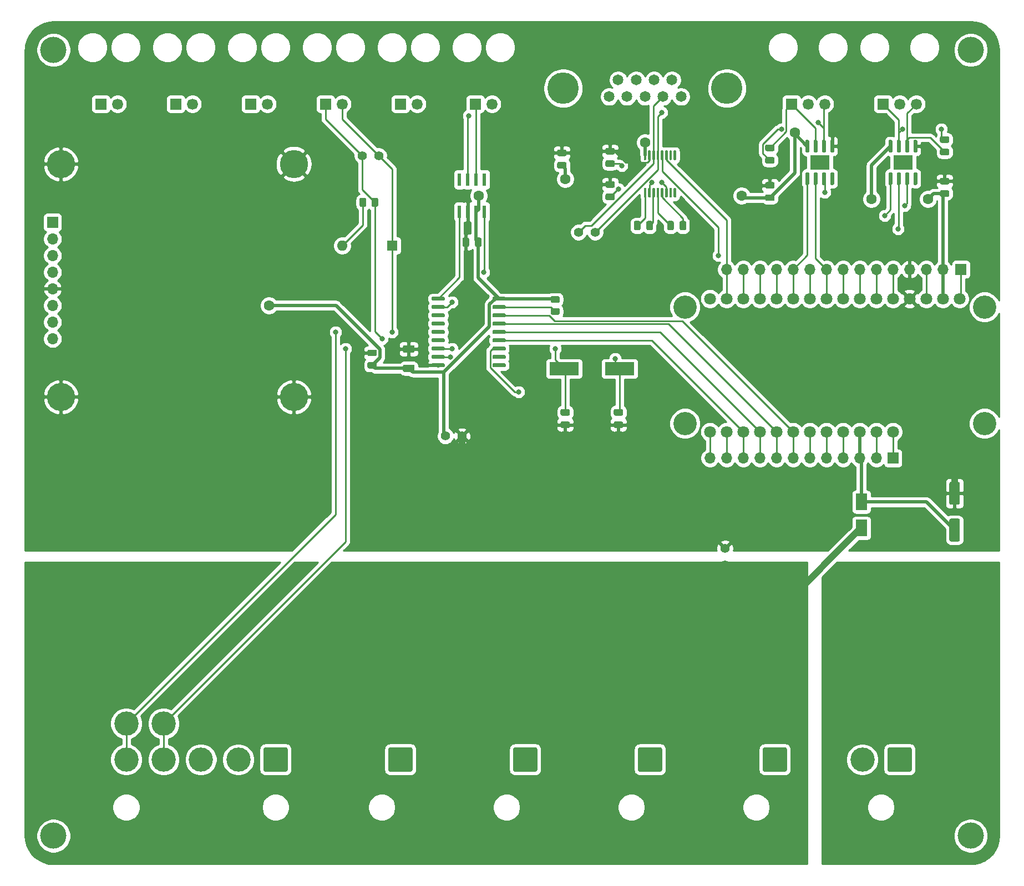
<source format=gtl>
G04 #@! TF.GenerationSoftware,KiCad,Pcbnew,(5.1.9-0-10_14)*
G04 #@! TF.CreationDate,2021-03-21T13:51:25-07:00*
G04 #@! TF.ProjectId,telemetry-pcb,74656c65-6d65-4747-9279-2d7063622e6b,rev?*
G04 #@! TF.SameCoordinates,Original*
G04 #@! TF.FileFunction,Copper,L1,Top*
G04 #@! TF.FilePolarity,Positive*
%FSLAX46Y46*%
G04 Gerber Fmt 4.6, Leading zero omitted, Abs format (unit mm)*
G04 Created by KiCad (PCBNEW (5.1.9-0-10_14)) date 2021-03-21 13:51:25*
%MOMM*%
%LPD*%
G01*
G04 APERTURE LIST*
G04 #@! TA.AperFunction,ComponentPad*
%ADD10O,1.700000X1.700000*%
G04 #@! TD*
G04 #@! TA.AperFunction,ComponentPad*
%ADD11R,1.700000X1.700000*%
G04 #@! TD*
G04 #@! TA.AperFunction,ComponentPad*
%ADD12O,4.300000X4.300000*%
G04 #@! TD*
G04 #@! TA.AperFunction,ComponentPad*
%ADD13C,4.300000*%
G04 #@! TD*
G04 #@! TA.AperFunction,ComponentPad*
%ADD14O,1.600000X1.600000*%
G04 #@! TD*
G04 #@! TA.AperFunction,ComponentPad*
%ADD15R,1.600000X1.600000*%
G04 #@! TD*
G04 #@! TA.AperFunction,ComponentPad*
%ADD16C,1.800000*%
G04 #@! TD*
G04 #@! TA.AperFunction,WasherPad*
%ADD17C,3.556000*%
G04 #@! TD*
G04 #@! TA.AperFunction,SMDPad,CuDef*
%ADD18R,4.500000X2.000000*%
G04 #@! TD*
G04 #@! TA.AperFunction,ComponentPad*
%ADD19C,1.690000*%
G04 #@! TD*
G04 #@! TA.AperFunction,ComponentPad*
%ADD20R,1.690000X1.690000*%
G04 #@! TD*
G04 #@! TA.AperFunction,ComponentPad*
%ADD21C,4.800000*%
G04 #@! TD*
G04 #@! TA.AperFunction,ComponentPad*
%ADD22C,1.650000*%
G04 #@! TD*
G04 #@! TA.AperFunction,ComponentPad*
%ADD23C,3.700000*%
G04 #@! TD*
G04 #@! TA.AperFunction,SMDPad,CuDef*
%ADD24R,3.000000X2.290000*%
G04 #@! TD*
G04 #@! TA.AperFunction,SMDPad,CuDef*
%ADD25R,0.600000X1.970000*%
G04 #@! TD*
G04 #@! TA.AperFunction,ComponentPad*
%ADD26C,4.000000*%
G04 #@! TD*
G04 #@! TA.AperFunction,ComponentPad*
%ADD27C,2.780000*%
G04 #@! TD*
G04 #@! TA.AperFunction,ComponentPad*
%ADD28C,1.400000*%
G04 #@! TD*
G04 #@! TA.AperFunction,SMDPad,CuDef*
%ADD29R,1.800000X2.500000*%
G04 #@! TD*
G04 #@! TA.AperFunction,ViaPad*
%ADD30C,1.600000*%
G04 #@! TD*
G04 #@! TA.AperFunction,ViaPad*
%ADD31C,0.800000*%
G04 #@! TD*
G04 #@! TA.AperFunction,Conductor*
%ADD32C,0.250000*%
G04 #@! TD*
G04 #@! TA.AperFunction,Conductor*
%ADD33C,1.000000*%
G04 #@! TD*
G04 #@! TA.AperFunction,Conductor*
%ADD34C,0.500000*%
G04 #@! TD*
G04 #@! TA.AperFunction,Conductor*
%ADD35C,0.254000*%
G04 #@! TD*
G04 #@! TA.AperFunction,Conductor*
%ADD36C,0.100000*%
G04 #@! TD*
G04 APERTURE END LIST*
D10*
X54864000Y-69088000D03*
X54864000Y-66548000D03*
X54864000Y-64008000D03*
X54864000Y-61468000D03*
X54864000Y-58928000D03*
X54864000Y-56388000D03*
X54864000Y-53848000D03*
D11*
X54864000Y-51308000D03*
D12*
X56134000Y-42418000D03*
D13*
X91694000Y-42418000D03*
D12*
X91694000Y-77978000D03*
X56134000Y-77978000D03*
D10*
X155192607Y-87319463D03*
X157732607Y-87319463D03*
X160272607Y-87319463D03*
X162812607Y-87319463D03*
X165352607Y-87319463D03*
X167892607Y-87319463D03*
X170432607Y-87319463D03*
X172972607Y-87319463D03*
X175512607Y-87319463D03*
X178052607Y-87319463D03*
X180592607Y-87319463D03*
D11*
X183132607Y-87319463D03*
D10*
X157735235Y-58506104D03*
X160275235Y-58506104D03*
X162815235Y-58506104D03*
X165355235Y-58506104D03*
X167895235Y-58506104D03*
X170435235Y-58506104D03*
X172975235Y-58506104D03*
X175515235Y-58506104D03*
X178055235Y-58506104D03*
X180595235Y-58506104D03*
X183135235Y-58506104D03*
X185675235Y-58506104D03*
X188215235Y-58506104D03*
X190755235Y-58506104D03*
D11*
X193513235Y-58506104D03*
D14*
X99060000Y-54864000D03*
D15*
X106680000Y-54864000D03*
D16*
X183134000Y-83312000D03*
X180594000Y-83312000D03*
X178054000Y-83312000D03*
X175514000Y-83312000D03*
X172974000Y-83312000D03*
X170434000Y-83312000D03*
X167894000Y-83312000D03*
X165354000Y-83312000D03*
X162814000Y-83312000D03*
X160274000Y-83312000D03*
X157734000Y-83312000D03*
X155194000Y-83312000D03*
X155194000Y-62992000D03*
X157734000Y-62992000D03*
X160274000Y-62992000D03*
X162814000Y-62992000D03*
X165354000Y-62992000D03*
X167894000Y-62992000D03*
X170434000Y-62992000D03*
X172974000Y-62992000D03*
X175514000Y-62992000D03*
X178054000Y-62992000D03*
X180594000Y-62992000D03*
X183134000Y-62992000D03*
X185674000Y-62992000D03*
X188214000Y-62992000D03*
X190754000Y-62992000D03*
X193294000Y-62992000D03*
D17*
X151384000Y-64262000D03*
X197104000Y-64262000D03*
X151384000Y-82042000D03*
X197104000Y-82042000D03*
D18*
X141410000Y-73660000D03*
X132910000Y-73660000D03*
D19*
X172720000Y-33245000D03*
X170180000Y-33245000D03*
D20*
X167640000Y-33245000D03*
D19*
X186690000Y-33245000D03*
X184150000Y-33245000D03*
D20*
X181610000Y-33245000D03*
D21*
X132788000Y-30850000D03*
X157788000Y-30850000D03*
D22*
X141178000Y-29580000D03*
X143918000Y-29580000D03*
X146658000Y-29580000D03*
X149398000Y-29580000D03*
X139808000Y-32120000D03*
X142548000Y-32120000D03*
X145288000Y-32120000D03*
X148028000Y-32120000D03*
X150768000Y-32120000D03*
D23*
X159400000Y-133350000D03*
G04 #@! TA.AperFunction,ComponentPad*
G36*
G01*
X166950000Y-131750001D02*
X166950000Y-134949999D01*
G75*
G02*
X166699999Y-135200000I-250001J0D01*
G01*
X163500001Y-135200000D01*
G75*
G02*
X163250000Y-134949999I0J250001D01*
G01*
X163250000Y-131750001D01*
G75*
G02*
X163500001Y-131500000I250001J0D01*
G01*
X166699999Y-131500000D01*
G75*
G02*
X166950000Y-131750001I0J-250001D01*
G01*
G37*
G04 #@! TD.AperFunction*
X140350000Y-133350000D03*
G04 #@! TA.AperFunction,ComponentPad*
G36*
G01*
X147900000Y-131750001D02*
X147900000Y-134949999D01*
G75*
G02*
X147649999Y-135200000I-250001J0D01*
G01*
X144450001Y-135200000D01*
G75*
G02*
X144200000Y-134949999I0J250001D01*
G01*
X144200000Y-131750001D01*
G75*
G02*
X144450001Y-131500000I250001J0D01*
G01*
X147649999Y-131500000D01*
G75*
G02*
X147900000Y-131750001I0J-250001D01*
G01*
G37*
G04 #@! TD.AperFunction*
X121300000Y-133350000D03*
G04 #@! TA.AperFunction,ComponentPad*
G36*
G01*
X128850000Y-131750001D02*
X128850000Y-134949999D01*
G75*
G02*
X128599999Y-135200000I-250001J0D01*
G01*
X125400001Y-135200000D01*
G75*
G02*
X125150000Y-134949999I0J250001D01*
G01*
X125150000Y-131750001D01*
G75*
G02*
X125400001Y-131500000I250001J0D01*
G01*
X128599999Y-131500000D01*
G75*
G02*
X128850000Y-131750001I0J-250001D01*
G01*
G37*
G04 #@! TD.AperFunction*
X102250000Y-133350000D03*
G04 #@! TA.AperFunction,ComponentPad*
G36*
G01*
X109800000Y-131750001D02*
X109800000Y-134949999D01*
G75*
G02*
X109549999Y-135200000I-250001J0D01*
G01*
X106350001Y-135200000D01*
G75*
G02*
X106100000Y-134949999I0J250001D01*
G01*
X106100000Y-131750001D01*
G75*
G02*
X106350001Y-131500000I250001J0D01*
G01*
X109549999Y-131500000D01*
G75*
G02*
X109800000Y-131750001I0J-250001D01*
G01*
G37*
G04 #@! TD.AperFunction*
G04 #@! TA.AperFunction,SMDPad,CuDef*
G36*
G01*
X145399000Y-41817000D02*
X145199000Y-41817000D01*
G75*
G02*
X145099000Y-41717000I0J100000D01*
G01*
X145099000Y-40442000D01*
G75*
G02*
X145199000Y-40342000I100000J0D01*
G01*
X145399000Y-40342000D01*
G75*
G02*
X145499000Y-40442000I0J-100000D01*
G01*
X145499000Y-41717000D01*
G75*
G02*
X145399000Y-41817000I-100000J0D01*
G01*
G37*
G04 #@! TD.AperFunction*
G04 #@! TA.AperFunction,SMDPad,CuDef*
G36*
G01*
X146049000Y-41817000D02*
X145849000Y-41817000D01*
G75*
G02*
X145749000Y-41717000I0J100000D01*
G01*
X145749000Y-40442000D01*
G75*
G02*
X145849000Y-40342000I100000J0D01*
G01*
X146049000Y-40342000D01*
G75*
G02*
X146149000Y-40442000I0J-100000D01*
G01*
X146149000Y-41717000D01*
G75*
G02*
X146049000Y-41817000I-100000J0D01*
G01*
G37*
G04 #@! TD.AperFunction*
G04 #@! TA.AperFunction,SMDPad,CuDef*
G36*
G01*
X146699000Y-41817000D02*
X146499000Y-41817000D01*
G75*
G02*
X146399000Y-41717000I0J100000D01*
G01*
X146399000Y-40442000D01*
G75*
G02*
X146499000Y-40342000I100000J0D01*
G01*
X146699000Y-40342000D01*
G75*
G02*
X146799000Y-40442000I0J-100000D01*
G01*
X146799000Y-41717000D01*
G75*
G02*
X146699000Y-41817000I-100000J0D01*
G01*
G37*
G04 #@! TD.AperFunction*
G04 #@! TA.AperFunction,SMDPad,CuDef*
G36*
G01*
X147349000Y-41817000D02*
X147149000Y-41817000D01*
G75*
G02*
X147049000Y-41717000I0J100000D01*
G01*
X147049000Y-40442000D01*
G75*
G02*
X147149000Y-40342000I100000J0D01*
G01*
X147349000Y-40342000D01*
G75*
G02*
X147449000Y-40442000I0J-100000D01*
G01*
X147449000Y-41717000D01*
G75*
G02*
X147349000Y-41817000I-100000J0D01*
G01*
G37*
G04 #@! TD.AperFunction*
G04 #@! TA.AperFunction,SMDPad,CuDef*
G36*
G01*
X147999000Y-41817000D02*
X147799000Y-41817000D01*
G75*
G02*
X147699000Y-41717000I0J100000D01*
G01*
X147699000Y-40442000D01*
G75*
G02*
X147799000Y-40342000I100000J0D01*
G01*
X147999000Y-40342000D01*
G75*
G02*
X148099000Y-40442000I0J-100000D01*
G01*
X148099000Y-41717000D01*
G75*
G02*
X147999000Y-41817000I-100000J0D01*
G01*
G37*
G04 #@! TD.AperFunction*
G04 #@! TA.AperFunction,SMDPad,CuDef*
G36*
G01*
X148649000Y-41817000D02*
X148449000Y-41817000D01*
G75*
G02*
X148349000Y-41717000I0J100000D01*
G01*
X148349000Y-40442000D01*
G75*
G02*
X148449000Y-40342000I100000J0D01*
G01*
X148649000Y-40342000D01*
G75*
G02*
X148749000Y-40442000I0J-100000D01*
G01*
X148749000Y-41717000D01*
G75*
G02*
X148649000Y-41817000I-100000J0D01*
G01*
G37*
G04 #@! TD.AperFunction*
G04 #@! TA.AperFunction,SMDPad,CuDef*
G36*
G01*
X149299000Y-41817000D02*
X149099000Y-41817000D01*
G75*
G02*
X148999000Y-41717000I0J100000D01*
G01*
X148999000Y-40442000D01*
G75*
G02*
X149099000Y-40342000I100000J0D01*
G01*
X149299000Y-40342000D01*
G75*
G02*
X149399000Y-40442000I0J-100000D01*
G01*
X149399000Y-41717000D01*
G75*
G02*
X149299000Y-41817000I-100000J0D01*
G01*
G37*
G04 #@! TD.AperFunction*
G04 #@! TA.AperFunction,SMDPad,CuDef*
G36*
G01*
X149949000Y-41817000D02*
X149749000Y-41817000D01*
G75*
G02*
X149649000Y-41717000I0J100000D01*
G01*
X149649000Y-40442000D01*
G75*
G02*
X149749000Y-40342000I100000J0D01*
G01*
X149949000Y-40342000D01*
G75*
G02*
X150049000Y-40442000I0J-100000D01*
G01*
X150049000Y-41717000D01*
G75*
G02*
X149949000Y-41817000I-100000J0D01*
G01*
G37*
G04 #@! TD.AperFunction*
G04 #@! TA.AperFunction,SMDPad,CuDef*
G36*
G01*
X149949000Y-47542000D02*
X149749000Y-47542000D01*
G75*
G02*
X149649000Y-47442000I0J100000D01*
G01*
X149649000Y-46167000D01*
G75*
G02*
X149749000Y-46067000I100000J0D01*
G01*
X149949000Y-46067000D01*
G75*
G02*
X150049000Y-46167000I0J-100000D01*
G01*
X150049000Y-47442000D01*
G75*
G02*
X149949000Y-47542000I-100000J0D01*
G01*
G37*
G04 #@! TD.AperFunction*
G04 #@! TA.AperFunction,SMDPad,CuDef*
G36*
G01*
X149299000Y-47542000D02*
X149099000Y-47542000D01*
G75*
G02*
X148999000Y-47442000I0J100000D01*
G01*
X148999000Y-46167000D01*
G75*
G02*
X149099000Y-46067000I100000J0D01*
G01*
X149299000Y-46067000D01*
G75*
G02*
X149399000Y-46167000I0J-100000D01*
G01*
X149399000Y-47442000D01*
G75*
G02*
X149299000Y-47542000I-100000J0D01*
G01*
G37*
G04 #@! TD.AperFunction*
G04 #@! TA.AperFunction,SMDPad,CuDef*
G36*
G01*
X148649000Y-47542000D02*
X148449000Y-47542000D01*
G75*
G02*
X148349000Y-47442000I0J100000D01*
G01*
X148349000Y-46167000D01*
G75*
G02*
X148449000Y-46067000I100000J0D01*
G01*
X148649000Y-46067000D01*
G75*
G02*
X148749000Y-46167000I0J-100000D01*
G01*
X148749000Y-47442000D01*
G75*
G02*
X148649000Y-47542000I-100000J0D01*
G01*
G37*
G04 #@! TD.AperFunction*
G04 #@! TA.AperFunction,SMDPad,CuDef*
G36*
G01*
X147999000Y-47542000D02*
X147799000Y-47542000D01*
G75*
G02*
X147699000Y-47442000I0J100000D01*
G01*
X147699000Y-46167000D01*
G75*
G02*
X147799000Y-46067000I100000J0D01*
G01*
X147999000Y-46067000D01*
G75*
G02*
X148099000Y-46167000I0J-100000D01*
G01*
X148099000Y-47442000D01*
G75*
G02*
X147999000Y-47542000I-100000J0D01*
G01*
G37*
G04 #@! TD.AperFunction*
G04 #@! TA.AperFunction,SMDPad,CuDef*
G36*
G01*
X147349000Y-47542000D02*
X147149000Y-47542000D01*
G75*
G02*
X147049000Y-47442000I0J100000D01*
G01*
X147049000Y-46167000D01*
G75*
G02*
X147149000Y-46067000I100000J0D01*
G01*
X147349000Y-46067000D01*
G75*
G02*
X147449000Y-46167000I0J-100000D01*
G01*
X147449000Y-47442000D01*
G75*
G02*
X147349000Y-47542000I-100000J0D01*
G01*
G37*
G04 #@! TD.AperFunction*
G04 #@! TA.AperFunction,SMDPad,CuDef*
G36*
G01*
X146699000Y-47542000D02*
X146499000Y-47542000D01*
G75*
G02*
X146399000Y-47442000I0J100000D01*
G01*
X146399000Y-46167000D01*
G75*
G02*
X146499000Y-46067000I100000J0D01*
G01*
X146699000Y-46067000D01*
G75*
G02*
X146799000Y-46167000I0J-100000D01*
G01*
X146799000Y-47442000D01*
G75*
G02*
X146699000Y-47542000I-100000J0D01*
G01*
G37*
G04 #@! TD.AperFunction*
G04 #@! TA.AperFunction,SMDPad,CuDef*
G36*
G01*
X146049000Y-47542000D02*
X145849000Y-47542000D01*
G75*
G02*
X145749000Y-47442000I0J100000D01*
G01*
X145749000Y-46167000D01*
G75*
G02*
X145849000Y-46067000I100000J0D01*
G01*
X146049000Y-46067000D01*
G75*
G02*
X146149000Y-46167000I0J-100000D01*
G01*
X146149000Y-47442000D01*
G75*
G02*
X146049000Y-47542000I-100000J0D01*
G01*
G37*
G04 #@! TD.AperFunction*
G04 #@! TA.AperFunction,SMDPad,CuDef*
G36*
G01*
X145399000Y-47542000D02*
X145199000Y-47542000D01*
G75*
G02*
X145099000Y-47442000I0J100000D01*
G01*
X145099000Y-46167000D01*
G75*
G02*
X145199000Y-46067000I100000J0D01*
G01*
X145399000Y-46067000D01*
G75*
G02*
X145499000Y-46167000I0J-100000D01*
G01*
X145499000Y-47442000D01*
G75*
G02*
X145399000Y-47542000I-100000J0D01*
G01*
G37*
G04 #@! TD.AperFunction*
D24*
X171958000Y-42164000D03*
G04 #@! TA.AperFunction,SMDPad,CuDef*
G36*
G01*
X173713000Y-43664000D02*
X174013000Y-43664000D01*
G75*
G02*
X174163000Y-43814000I0J-150000D01*
G01*
X174163000Y-45464000D01*
G75*
G02*
X174013000Y-45614000I-150000J0D01*
G01*
X173713000Y-45614000D01*
G75*
G02*
X173563000Y-45464000I0J150000D01*
G01*
X173563000Y-43814000D01*
G75*
G02*
X173713000Y-43664000I150000J0D01*
G01*
G37*
G04 #@! TD.AperFunction*
G04 #@! TA.AperFunction,SMDPad,CuDef*
G36*
G01*
X172443000Y-43664000D02*
X172743000Y-43664000D01*
G75*
G02*
X172893000Y-43814000I0J-150000D01*
G01*
X172893000Y-45464000D01*
G75*
G02*
X172743000Y-45614000I-150000J0D01*
G01*
X172443000Y-45614000D01*
G75*
G02*
X172293000Y-45464000I0J150000D01*
G01*
X172293000Y-43814000D01*
G75*
G02*
X172443000Y-43664000I150000J0D01*
G01*
G37*
G04 #@! TD.AperFunction*
G04 #@! TA.AperFunction,SMDPad,CuDef*
G36*
G01*
X171173000Y-43664000D02*
X171473000Y-43664000D01*
G75*
G02*
X171623000Y-43814000I0J-150000D01*
G01*
X171623000Y-45464000D01*
G75*
G02*
X171473000Y-45614000I-150000J0D01*
G01*
X171173000Y-45614000D01*
G75*
G02*
X171023000Y-45464000I0J150000D01*
G01*
X171023000Y-43814000D01*
G75*
G02*
X171173000Y-43664000I150000J0D01*
G01*
G37*
G04 #@! TD.AperFunction*
G04 #@! TA.AperFunction,SMDPad,CuDef*
G36*
G01*
X169903000Y-43664000D02*
X170203000Y-43664000D01*
G75*
G02*
X170353000Y-43814000I0J-150000D01*
G01*
X170353000Y-45464000D01*
G75*
G02*
X170203000Y-45614000I-150000J0D01*
G01*
X169903000Y-45614000D01*
G75*
G02*
X169753000Y-45464000I0J150000D01*
G01*
X169753000Y-43814000D01*
G75*
G02*
X169903000Y-43664000I150000J0D01*
G01*
G37*
G04 #@! TD.AperFunction*
G04 #@! TA.AperFunction,SMDPad,CuDef*
G36*
G01*
X169903000Y-38714000D02*
X170203000Y-38714000D01*
G75*
G02*
X170353000Y-38864000I0J-150000D01*
G01*
X170353000Y-40514000D01*
G75*
G02*
X170203000Y-40664000I-150000J0D01*
G01*
X169903000Y-40664000D01*
G75*
G02*
X169753000Y-40514000I0J150000D01*
G01*
X169753000Y-38864000D01*
G75*
G02*
X169903000Y-38714000I150000J0D01*
G01*
G37*
G04 #@! TD.AperFunction*
G04 #@! TA.AperFunction,SMDPad,CuDef*
G36*
G01*
X171173000Y-38714000D02*
X171473000Y-38714000D01*
G75*
G02*
X171623000Y-38864000I0J-150000D01*
G01*
X171623000Y-40514000D01*
G75*
G02*
X171473000Y-40664000I-150000J0D01*
G01*
X171173000Y-40664000D01*
G75*
G02*
X171023000Y-40514000I0J150000D01*
G01*
X171023000Y-38864000D01*
G75*
G02*
X171173000Y-38714000I150000J0D01*
G01*
G37*
G04 #@! TD.AperFunction*
G04 #@! TA.AperFunction,SMDPad,CuDef*
G36*
G01*
X172443000Y-38714000D02*
X172743000Y-38714000D01*
G75*
G02*
X172893000Y-38864000I0J-150000D01*
G01*
X172893000Y-40514000D01*
G75*
G02*
X172743000Y-40664000I-150000J0D01*
G01*
X172443000Y-40664000D01*
G75*
G02*
X172293000Y-40514000I0J150000D01*
G01*
X172293000Y-38864000D01*
G75*
G02*
X172443000Y-38714000I150000J0D01*
G01*
G37*
G04 #@! TD.AperFunction*
G04 #@! TA.AperFunction,SMDPad,CuDef*
G36*
G01*
X173713000Y-38714000D02*
X174013000Y-38714000D01*
G75*
G02*
X174163000Y-38864000I0J-150000D01*
G01*
X174163000Y-40514000D01*
G75*
G02*
X174013000Y-40664000I-150000J0D01*
G01*
X173713000Y-40664000D01*
G75*
G02*
X173563000Y-40514000I0J150000D01*
G01*
X173563000Y-38864000D01*
G75*
G02*
X173713000Y-38714000I150000J0D01*
G01*
G37*
G04 #@! TD.AperFunction*
X184658000Y-42164000D03*
G04 #@! TA.AperFunction,SMDPad,CuDef*
G36*
G01*
X186413000Y-43664000D02*
X186713000Y-43664000D01*
G75*
G02*
X186863000Y-43814000I0J-150000D01*
G01*
X186863000Y-45464000D01*
G75*
G02*
X186713000Y-45614000I-150000J0D01*
G01*
X186413000Y-45614000D01*
G75*
G02*
X186263000Y-45464000I0J150000D01*
G01*
X186263000Y-43814000D01*
G75*
G02*
X186413000Y-43664000I150000J0D01*
G01*
G37*
G04 #@! TD.AperFunction*
G04 #@! TA.AperFunction,SMDPad,CuDef*
G36*
G01*
X185143000Y-43664000D02*
X185443000Y-43664000D01*
G75*
G02*
X185593000Y-43814000I0J-150000D01*
G01*
X185593000Y-45464000D01*
G75*
G02*
X185443000Y-45614000I-150000J0D01*
G01*
X185143000Y-45614000D01*
G75*
G02*
X184993000Y-45464000I0J150000D01*
G01*
X184993000Y-43814000D01*
G75*
G02*
X185143000Y-43664000I150000J0D01*
G01*
G37*
G04 #@! TD.AperFunction*
G04 #@! TA.AperFunction,SMDPad,CuDef*
G36*
G01*
X183873000Y-43664000D02*
X184173000Y-43664000D01*
G75*
G02*
X184323000Y-43814000I0J-150000D01*
G01*
X184323000Y-45464000D01*
G75*
G02*
X184173000Y-45614000I-150000J0D01*
G01*
X183873000Y-45614000D01*
G75*
G02*
X183723000Y-45464000I0J150000D01*
G01*
X183723000Y-43814000D01*
G75*
G02*
X183873000Y-43664000I150000J0D01*
G01*
G37*
G04 #@! TD.AperFunction*
G04 #@! TA.AperFunction,SMDPad,CuDef*
G36*
G01*
X182603000Y-43664000D02*
X182903000Y-43664000D01*
G75*
G02*
X183053000Y-43814000I0J-150000D01*
G01*
X183053000Y-45464000D01*
G75*
G02*
X182903000Y-45614000I-150000J0D01*
G01*
X182603000Y-45614000D01*
G75*
G02*
X182453000Y-45464000I0J150000D01*
G01*
X182453000Y-43814000D01*
G75*
G02*
X182603000Y-43664000I150000J0D01*
G01*
G37*
G04 #@! TD.AperFunction*
G04 #@! TA.AperFunction,SMDPad,CuDef*
G36*
G01*
X182603000Y-38714000D02*
X182903000Y-38714000D01*
G75*
G02*
X183053000Y-38864000I0J-150000D01*
G01*
X183053000Y-40514000D01*
G75*
G02*
X182903000Y-40664000I-150000J0D01*
G01*
X182603000Y-40664000D01*
G75*
G02*
X182453000Y-40514000I0J150000D01*
G01*
X182453000Y-38864000D01*
G75*
G02*
X182603000Y-38714000I150000J0D01*
G01*
G37*
G04 #@! TD.AperFunction*
G04 #@! TA.AperFunction,SMDPad,CuDef*
G36*
G01*
X183873000Y-38714000D02*
X184173000Y-38714000D01*
G75*
G02*
X184323000Y-38864000I0J-150000D01*
G01*
X184323000Y-40514000D01*
G75*
G02*
X184173000Y-40664000I-150000J0D01*
G01*
X183873000Y-40664000D01*
G75*
G02*
X183723000Y-40514000I0J150000D01*
G01*
X183723000Y-38864000D01*
G75*
G02*
X183873000Y-38714000I150000J0D01*
G01*
G37*
G04 #@! TD.AperFunction*
G04 #@! TA.AperFunction,SMDPad,CuDef*
G36*
G01*
X185143000Y-38714000D02*
X185443000Y-38714000D01*
G75*
G02*
X185593000Y-38864000I0J-150000D01*
G01*
X185593000Y-40514000D01*
G75*
G02*
X185443000Y-40664000I-150000J0D01*
G01*
X185143000Y-40664000D01*
G75*
G02*
X184993000Y-40514000I0J150000D01*
G01*
X184993000Y-38864000D01*
G75*
G02*
X185143000Y-38714000I150000J0D01*
G01*
G37*
G04 #@! TD.AperFunction*
G04 #@! TA.AperFunction,SMDPad,CuDef*
G36*
G01*
X186413000Y-38714000D02*
X186713000Y-38714000D01*
G75*
G02*
X186863000Y-38864000I0J-150000D01*
G01*
X186863000Y-40514000D01*
G75*
G02*
X186713000Y-40664000I-150000J0D01*
G01*
X186413000Y-40664000D01*
G75*
G02*
X186263000Y-40514000I0J150000D01*
G01*
X186263000Y-38864000D01*
G75*
G02*
X186413000Y-38714000I150000J0D01*
G01*
G37*
G04 #@! TD.AperFunction*
G04 #@! TA.AperFunction,SMDPad,CuDef*
G36*
G01*
X132022001Y-63608000D02*
X131121999Y-63608000D01*
G75*
G02*
X130872000Y-63358001I0J249999D01*
G01*
X130872000Y-62832999D01*
G75*
G02*
X131121999Y-62583000I249999J0D01*
G01*
X132022001Y-62583000D01*
G75*
G02*
X132272000Y-62832999I0J-249999D01*
G01*
X132272000Y-63358001D01*
G75*
G02*
X132022001Y-63608000I-249999J0D01*
G01*
G37*
G04 #@! TD.AperFunction*
G04 #@! TA.AperFunction,SMDPad,CuDef*
G36*
G01*
X132022001Y-65433000D02*
X131121999Y-65433000D01*
G75*
G02*
X130872000Y-65183001I0J249999D01*
G01*
X130872000Y-64657999D01*
G75*
G02*
X131121999Y-64408000I249999J0D01*
G01*
X132022001Y-64408000D01*
G75*
G02*
X132272000Y-64657999I0J-249999D01*
G01*
X132272000Y-65183001D01*
G75*
G02*
X132022001Y-65433000I-249999J0D01*
G01*
G37*
G04 #@! TD.AperFunction*
G04 #@! TA.AperFunction,SMDPad,CuDef*
G36*
G01*
X121989000Y-63142000D02*
X121989000Y-62842000D01*
G75*
G02*
X122139000Y-62692000I150000J0D01*
G01*
X123889000Y-62692000D01*
G75*
G02*
X124039000Y-62842000I0J-150000D01*
G01*
X124039000Y-63142000D01*
G75*
G02*
X123889000Y-63292000I-150000J0D01*
G01*
X122139000Y-63292000D01*
G75*
G02*
X121989000Y-63142000I0J150000D01*
G01*
G37*
G04 #@! TD.AperFunction*
G04 #@! TA.AperFunction,SMDPad,CuDef*
G36*
G01*
X121989000Y-64412000D02*
X121989000Y-64112000D01*
G75*
G02*
X122139000Y-63962000I150000J0D01*
G01*
X123889000Y-63962000D01*
G75*
G02*
X124039000Y-64112000I0J-150000D01*
G01*
X124039000Y-64412000D01*
G75*
G02*
X123889000Y-64562000I-150000J0D01*
G01*
X122139000Y-64562000D01*
G75*
G02*
X121989000Y-64412000I0J150000D01*
G01*
G37*
G04 #@! TD.AperFunction*
G04 #@! TA.AperFunction,SMDPad,CuDef*
G36*
G01*
X121989000Y-65682000D02*
X121989000Y-65382000D01*
G75*
G02*
X122139000Y-65232000I150000J0D01*
G01*
X123889000Y-65232000D01*
G75*
G02*
X124039000Y-65382000I0J-150000D01*
G01*
X124039000Y-65682000D01*
G75*
G02*
X123889000Y-65832000I-150000J0D01*
G01*
X122139000Y-65832000D01*
G75*
G02*
X121989000Y-65682000I0J150000D01*
G01*
G37*
G04 #@! TD.AperFunction*
G04 #@! TA.AperFunction,SMDPad,CuDef*
G36*
G01*
X121989000Y-66952000D02*
X121989000Y-66652000D01*
G75*
G02*
X122139000Y-66502000I150000J0D01*
G01*
X123889000Y-66502000D01*
G75*
G02*
X124039000Y-66652000I0J-150000D01*
G01*
X124039000Y-66952000D01*
G75*
G02*
X123889000Y-67102000I-150000J0D01*
G01*
X122139000Y-67102000D01*
G75*
G02*
X121989000Y-66952000I0J150000D01*
G01*
G37*
G04 #@! TD.AperFunction*
G04 #@! TA.AperFunction,SMDPad,CuDef*
G36*
G01*
X121989000Y-68222000D02*
X121989000Y-67922000D01*
G75*
G02*
X122139000Y-67772000I150000J0D01*
G01*
X123889000Y-67772000D01*
G75*
G02*
X124039000Y-67922000I0J-150000D01*
G01*
X124039000Y-68222000D01*
G75*
G02*
X123889000Y-68372000I-150000J0D01*
G01*
X122139000Y-68372000D01*
G75*
G02*
X121989000Y-68222000I0J150000D01*
G01*
G37*
G04 #@! TD.AperFunction*
G04 #@! TA.AperFunction,SMDPad,CuDef*
G36*
G01*
X121989000Y-69492000D02*
X121989000Y-69192000D01*
G75*
G02*
X122139000Y-69042000I150000J0D01*
G01*
X123889000Y-69042000D01*
G75*
G02*
X124039000Y-69192000I0J-150000D01*
G01*
X124039000Y-69492000D01*
G75*
G02*
X123889000Y-69642000I-150000J0D01*
G01*
X122139000Y-69642000D01*
G75*
G02*
X121989000Y-69492000I0J150000D01*
G01*
G37*
G04 #@! TD.AperFunction*
G04 #@! TA.AperFunction,SMDPad,CuDef*
G36*
G01*
X121989000Y-70762000D02*
X121989000Y-70462000D01*
G75*
G02*
X122139000Y-70312000I150000J0D01*
G01*
X123889000Y-70312000D01*
G75*
G02*
X124039000Y-70462000I0J-150000D01*
G01*
X124039000Y-70762000D01*
G75*
G02*
X123889000Y-70912000I-150000J0D01*
G01*
X122139000Y-70912000D01*
G75*
G02*
X121989000Y-70762000I0J150000D01*
G01*
G37*
G04 #@! TD.AperFunction*
G04 #@! TA.AperFunction,SMDPad,CuDef*
G36*
G01*
X121989000Y-72032000D02*
X121989000Y-71732000D01*
G75*
G02*
X122139000Y-71582000I150000J0D01*
G01*
X123889000Y-71582000D01*
G75*
G02*
X124039000Y-71732000I0J-150000D01*
G01*
X124039000Y-72032000D01*
G75*
G02*
X123889000Y-72182000I-150000J0D01*
G01*
X122139000Y-72182000D01*
G75*
G02*
X121989000Y-72032000I0J150000D01*
G01*
G37*
G04 #@! TD.AperFunction*
G04 #@! TA.AperFunction,SMDPad,CuDef*
G36*
G01*
X121989000Y-73302000D02*
X121989000Y-73002000D01*
G75*
G02*
X122139000Y-72852000I150000J0D01*
G01*
X123889000Y-72852000D01*
G75*
G02*
X124039000Y-73002000I0J-150000D01*
G01*
X124039000Y-73302000D01*
G75*
G02*
X123889000Y-73452000I-150000J0D01*
G01*
X122139000Y-73452000D01*
G75*
G02*
X121989000Y-73302000I0J150000D01*
G01*
G37*
G04 #@! TD.AperFunction*
G04 #@! TA.AperFunction,SMDPad,CuDef*
G36*
G01*
X112689000Y-73302000D02*
X112689000Y-73002000D01*
G75*
G02*
X112839000Y-72852000I150000J0D01*
G01*
X114589000Y-72852000D01*
G75*
G02*
X114739000Y-73002000I0J-150000D01*
G01*
X114739000Y-73302000D01*
G75*
G02*
X114589000Y-73452000I-150000J0D01*
G01*
X112839000Y-73452000D01*
G75*
G02*
X112689000Y-73302000I0J150000D01*
G01*
G37*
G04 #@! TD.AperFunction*
G04 #@! TA.AperFunction,SMDPad,CuDef*
G36*
G01*
X112689000Y-72032000D02*
X112689000Y-71732000D01*
G75*
G02*
X112839000Y-71582000I150000J0D01*
G01*
X114589000Y-71582000D01*
G75*
G02*
X114739000Y-71732000I0J-150000D01*
G01*
X114739000Y-72032000D01*
G75*
G02*
X114589000Y-72182000I-150000J0D01*
G01*
X112839000Y-72182000D01*
G75*
G02*
X112689000Y-72032000I0J150000D01*
G01*
G37*
G04 #@! TD.AperFunction*
G04 #@! TA.AperFunction,SMDPad,CuDef*
G36*
G01*
X112689000Y-70762000D02*
X112689000Y-70462000D01*
G75*
G02*
X112839000Y-70312000I150000J0D01*
G01*
X114589000Y-70312000D01*
G75*
G02*
X114739000Y-70462000I0J-150000D01*
G01*
X114739000Y-70762000D01*
G75*
G02*
X114589000Y-70912000I-150000J0D01*
G01*
X112839000Y-70912000D01*
G75*
G02*
X112689000Y-70762000I0J150000D01*
G01*
G37*
G04 #@! TD.AperFunction*
G04 #@! TA.AperFunction,SMDPad,CuDef*
G36*
G01*
X112689000Y-69492000D02*
X112689000Y-69192000D01*
G75*
G02*
X112839000Y-69042000I150000J0D01*
G01*
X114589000Y-69042000D01*
G75*
G02*
X114739000Y-69192000I0J-150000D01*
G01*
X114739000Y-69492000D01*
G75*
G02*
X114589000Y-69642000I-150000J0D01*
G01*
X112839000Y-69642000D01*
G75*
G02*
X112689000Y-69492000I0J150000D01*
G01*
G37*
G04 #@! TD.AperFunction*
G04 #@! TA.AperFunction,SMDPad,CuDef*
G36*
G01*
X112689000Y-68222000D02*
X112689000Y-67922000D01*
G75*
G02*
X112839000Y-67772000I150000J0D01*
G01*
X114589000Y-67772000D01*
G75*
G02*
X114739000Y-67922000I0J-150000D01*
G01*
X114739000Y-68222000D01*
G75*
G02*
X114589000Y-68372000I-150000J0D01*
G01*
X112839000Y-68372000D01*
G75*
G02*
X112689000Y-68222000I0J150000D01*
G01*
G37*
G04 #@! TD.AperFunction*
G04 #@! TA.AperFunction,SMDPad,CuDef*
G36*
G01*
X112689000Y-66952000D02*
X112689000Y-66652000D01*
G75*
G02*
X112839000Y-66502000I150000J0D01*
G01*
X114589000Y-66502000D01*
G75*
G02*
X114739000Y-66652000I0J-150000D01*
G01*
X114739000Y-66952000D01*
G75*
G02*
X114589000Y-67102000I-150000J0D01*
G01*
X112839000Y-67102000D01*
G75*
G02*
X112689000Y-66952000I0J150000D01*
G01*
G37*
G04 #@! TD.AperFunction*
G04 #@! TA.AperFunction,SMDPad,CuDef*
G36*
G01*
X112689000Y-65682000D02*
X112689000Y-65382000D01*
G75*
G02*
X112839000Y-65232000I150000J0D01*
G01*
X114589000Y-65232000D01*
G75*
G02*
X114739000Y-65382000I0J-150000D01*
G01*
X114739000Y-65682000D01*
G75*
G02*
X114589000Y-65832000I-150000J0D01*
G01*
X112839000Y-65832000D01*
G75*
G02*
X112689000Y-65682000I0J150000D01*
G01*
G37*
G04 #@! TD.AperFunction*
G04 #@! TA.AperFunction,SMDPad,CuDef*
G36*
G01*
X112689000Y-64412000D02*
X112689000Y-64112000D01*
G75*
G02*
X112839000Y-63962000I150000J0D01*
G01*
X114589000Y-63962000D01*
G75*
G02*
X114739000Y-64112000I0J-150000D01*
G01*
X114739000Y-64412000D01*
G75*
G02*
X114589000Y-64562000I-150000J0D01*
G01*
X112839000Y-64562000D01*
G75*
G02*
X112689000Y-64412000I0J150000D01*
G01*
G37*
G04 #@! TD.AperFunction*
G04 #@! TA.AperFunction,SMDPad,CuDef*
G36*
G01*
X112689000Y-63142000D02*
X112689000Y-62842000D01*
G75*
G02*
X112839000Y-62692000I150000J0D01*
G01*
X114589000Y-62692000D01*
G75*
G02*
X114739000Y-62842000I0J-150000D01*
G01*
X114739000Y-63142000D01*
G75*
G02*
X114589000Y-63292000I-150000J0D01*
G01*
X112839000Y-63292000D01*
G75*
G02*
X112689000Y-63142000I0J150000D01*
G01*
G37*
G04 #@! TD.AperFunction*
D25*
X116967000Y-44774000D03*
X118237000Y-44774000D03*
X119507000Y-44774000D03*
X120777000Y-44774000D03*
X120777000Y-49714000D03*
X119507000Y-49714000D03*
X118237000Y-49714000D03*
X116967000Y-49714000D03*
G04 #@! TA.AperFunction,SMDPad,CuDef*
G36*
G01*
X132113000Y-42106000D02*
X133063000Y-42106000D01*
G75*
G02*
X133313000Y-42356000I0J-250000D01*
G01*
X133313000Y-42856000D01*
G75*
G02*
X133063000Y-43106000I-250000J0D01*
G01*
X132113000Y-43106000D01*
G75*
G02*
X131863000Y-42856000I0J250000D01*
G01*
X131863000Y-42356000D01*
G75*
G02*
X132113000Y-42106000I250000J0D01*
G01*
G37*
G04 #@! TD.AperFunction*
G04 #@! TA.AperFunction,SMDPad,CuDef*
G36*
G01*
X132113000Y-40206000D02*
X133063000Y-40206000D01*
G75*
G02*
X133313000Y-40456000I0J-250000D01*
G01*
X133313000Y-40956000D01*
G75*
G02*
X133063000Y-41206000I-250000J0D01*
G01*
X132113000Y-41206000D01*
G75*
G02*
X131863000Y-40956000I0J250000D01*
G01*
X131863000Y-40456000D01*
G75*
G02*
X132113000Y-40206000I250000J0D01*
G01*
G37*
G04 #@! TD.AperFunction*
G04 #@! TA.AperFunction,SMDPad,CuDef*
G36*
G01*
X193082000Y-94454000D02*
X191982000Y-94454000D01*
G75*
G02*
X191732000Y-94204000I0J250000D01*
G01*
X191732000Y-91204000D01*
G75*
G02*
X191982000Y-90954000I250000J0D01*
G01*
X193082000Y-90954000D01*
G75*
G02*
X193332000Y-91204000I0J-250000D01*
G01*
X193332000Y-94204000D01*
G75*
G02*
X193082000Y-94454000I-250000J0D01*
G01*
G37*
G04 #@! TD.AperFunction*
G04 #@! TA.AperFunction,SMDPad,CuDef*
G36*
G01*
X193082000Y-100054000D02*
X191982000Y-100054000D01*
G75*
G02*
X191732000Y-99804000I0J250000D01*
G01*
X191732000Y-96804000D01*
G75*
G02*
X191982000Y-96554000I250000J0D01*
G01*
X193082000Y-96554000D01*
G75*
G02*
X193332000Y-96804000I0J-250000D01*
G01*
X193332000Y-99804000D01*
G75*
G02*
X193082000Y-100054000I-250000J0D01*
G01*
G37*
G04 #@! TD.AperFunction*
G04 #@! TA.AperFunction,SMDPad,CuDef*
G36*
G01*
X109870001Y-71236000D02*
X108569999Y-71236000D01*
G75*
G02*
X108320000Y-70986001I0J249999D01*
G01*
X108320000Y-70335999D01*
G75*
G02*
X108569999Y-70086000I249999J0D01*
G01*
X109870001Y-70086000D01*
G75*
G02*
X110120000Y-70335999I0J-249999D01*
G01*
X110120000Y-70986001D01*
G75*
G02*
X109870001Y-71236000I-249999J0D01*
G01*
G37*
G04 #@! TD.AperFunction*
G04 #@! TA.AperFunction,SMDPad,CuDef*
G36*
G01*
X109870001Y-74186000D02*
X108569999Y-74186000D01*
G75*
G02*
X108320000Y-73936001I0J249999D01*
G01*
X108320000Y-73285999D01*
G75*
G02*
X108569999Y-73036000I249999J0D01*
G01*
X109870001Y-73036000D01*
G75*
G02*
X110120000Y-73285999I0J-249999D01*
G01*
X110120000Y-73936001D01*
G75*
G02*
X109870001Y-74186000I-249999J0D01*
G01*
G37*
G04 #@! TD.AperFunction*
G04 #@! TA.AperFunction,SMDPad,CuDef*
G36*
G01*
X140749000Y-81730000D02*
X141699000Y-81730000D01*
G75*
G02*
X141949000Y-81980000I0J-250000D01*
G01*
X141949000Y-82480000D01*
G75*
G02*
X141699000Y-82730000I-250000J0D01*
G01*
X140749000Y-82730000D01*
G75*
G02*
X140499000Y-82480000I0J250000D01*
G01*
X140499000Y-81980000D01*
G75*
G02*
X140749000Y-81730000I250000J0D01*
G01*
G37*
G04 #@! TD.AperFunction*
G04 #@! TA.AperFunction,SMDPad,CuDef*
G36*
G01*
X140749000Y-79830000D02*
X141699000Y-79830000D01*
G75*
G02*
X141949000Y-80080000I0J-250000D01*
G01*
X141949000Y-80580000D01*
G75*
G02*
X141699000Y-80830000I-250000J0D01*
G01*
X140749000Y-80830000D01*
G75*
G02*
X140499000Y-80580000I0J250000D01*
G01*
X140499000Y-80080000D01*
G75*
G02*
X140749000Y-79830000I250000J0D01*
G01*
G37*
G04 #@! TD.AperFunction*
G04 #@! TA.AperFunction,SMDPad,CuDef*
G36*
G01*
X132621000Y-81730000D02*
X133571000Y-81730000D01*
G75*
G02*
X133821000Y-81980000I0J-250000D01*
G01*
X133821000Y-82480000D01*
G75*
G02*
X133571000Y-82730000I-250000J0D01*
G01*
X132621000Y-82730000D01*
G75*
G02*
X132371000Y-82480000I0J250000D01*
G01*
X132371000Y-81980000D01*
G75*
G02*
X132621000Y-81730000I250000J0D01*
G01*
G37*
G04 #@! TD.AperFunction*
G04 #@! TA.AperFunction,SMDPad,CuDef*
G36*
G01*
X132621000Y-79830000D02*
X133571000Y-79830000D01*
G75*
G02*
X133821000Y-80080000I0J-250000D01*
G01*
X133821000Y-80580000D01*
G75*
G02*
X133571000Y-80830000I-250000J0D01*
G01*
X132621000Y-80830000D01*
G75*
G02*
X132371000Y-80580000I0J250000D01*
G01*
X132371000Y-80080000D01*
G75*
G02*
X132621000Y-79830000I250000J0D01*
G01*
G37*
G04 #@! TD.AperFunction*
G04 #@! TA.AperFunction,SMDPad,CuDef*
G36*
G01*
X119322000Y-54831000D02*
X119322000Y-53881000D01*
G75*
G02*
X119572000Y-53631000I250000J0D01*
G01*
X120072000Y-53631000D01*
G75*
G02*
X120322000Y-53881000I0J-250000D01*
G01*
X120322000Y-54831000D01*
G75*
G02*
X120072000Y-55081000I-250000J0D01*
G01*
X119572000Y-55081000D01*
G75*
G02*
X119322000Y-54831000I0J250000D01*
G01*
G37*
G04 #@! TD.AperFunction*
G04 #@! TA.AperFunction,SMDPad,CuDef*
G36*
G01*
X117422000Y-54831000D02*
X117422000Y-53881000D01*
G75*
G02*
X117672000Y-53631000I250000J0D01*
G01*
X118172000Y-53631000D01*
G75*
G02*
X118422000Y-53881000I0J-250000D01*
G01*
X118422000Y-54831000D01*
G75*
G02*
X118172000Y-55081000I-250000J0D01*
G01*
X117672000Y-55081000D01*
G75*
G02*
X117422000Y-54831000I0J250000D01*
G01*
G37*
G04 #@! TD.AperFunction*
G04 #@! TA.AperFunction,SMDPad,CuDef*
G36*
G01*
X103157000Y-72652000D02*
X104107000Y-72652000D01*
G75*
G02*
X104357000Y-72902000I0J-250000D01*
G01*
X104357000Y-73402000D01*
G75*
G02*
X104107000Y-73652000I-250000J0D01*
G01*
X103157000Y-73652000D01*
G75*
G02*
X102907000Y-73402000I0J250000D01*
G01*
X102907000Y-72902000D01*
G75*
G02*
X103157000Y-72652000I250000J0D01*
G01*
G37*
G04 #@! TD.AperFunction*
G04 #@! TA.AperFunction,SMDPad,CuDef*
G36*
G01*
X103157000Y-70752000D02*
X104107000Y-70752000D01*
G75*
G02*
X104357000Y-71002000I0J-250000D01*
G01*
X104357000Y-71502000D01*
G75*
G02*
X104107000Y-71752000I-250000J0D01*
G01*
X103157000Y-71752000D01*
G75*
G02*
X102907000Y-71502000I0J250000D01*
G01*
X102907000Y-71002000D01*
G75*
G02*
X103157000Y-70752000I250000J0D01*
G01*
G37*
G04 #@! TD.AperFunction*
D19*
X64770000Y-33245000D03*
D20*
X62230000Y-33245000D03*
D19*
X76200000Y-33245000D03*
D20*
X73660000Y-33245000D03*
D19*
X87630000Y-33245000D03*
D20*
X85090000Y-33245000D03*
D19*
X110490000Y-33245000D03*
D20*
X107950000Y-33245000D03*
D19*
X121920000Y-33245000D03*
D20*
X119380000Y-33245000D03*
D19*
X99060000Y-33245000D03*
D20*
X96520000Y-33245000D03*
D26*
X195000000Y-145000000D03*
X195000000Y-25000000D03*
X55000000Y-145000000D03*
X55000000Y-25000000D03*
D23*
X66100000Y-127850000D03*
X71800000Y-127850000D03*
X77500000Y-127850000D03*
X83200000Y-127850000D03*
X88900000Y-127850000D03*
X66100000Y-133350000D03*
X71800000Y-133350000D03*
X77500000Y-133350000D03*
X83200000Y-133350000D03*
G04 #@! TA.AperFunction,ComponentPad*
G36*
G01*
X90750000Y-131750001D02*
X90750000Y-134949999D01*
G75*
G02*
X90499999Y-135200000I-250001J0D01*
G01*
X87300001Y-135200000D01*
G75*
G02*
X87050000Y-134949999I0J250001D01*
G01*
X87050000Y-131750001D01*
G75*
G02*
X87300001Y-131500000I250001J0D01*
G01*
X90499999Y-131500000D01*
G75*
G02*
X90750000Y-131750001I0J-250001D01*
G01*
G37*
G04 #@! TD.AperFunction*
D27*
X166356000Y-109884000D03*
X166356000Y-113284000D03*
X176276000Y-109884000D03*
X176276000Y-113284000D03*
D23*
X178450000Y-127850000D03*
X184150000Y-127850000D03*
X178450000Y-133350000D03*
G04 #@! TA.AperFunction,ComponentPad*
G36*
G01*
X186000000Y-131750001D02*
X186000000Y-134949999D01*
G75*
G02*
X185749999Y-135200000I-250001J0D01*
G01*
X182550001Y-135200000D01*
G75*
G02*
X182300000Y-134949999I0J250001D01*
G01*
X182300000Y-131750001D01*
G75*
G02*
X182550001Y-131500000I250001J0D01*
G01*
X185749999Y-131500000D01*
G75*
G02*
X186000000Y-131750001I0J-250001D01*
G01*
G37*
G04 #@! TD.AperFunction*
D28*
X137668000Y-52832000D03*
X135128000Y-52832000D03*
X104648000Y-41148000D03*
X102108000Y-41148000D03*
X117348000Y-83947000D03*
X114808000Y-83947000D03*
X157480000Y-101092000D03*
X157480000Y-103632000D03*
G04 #@! TA.AperFunction,SMDPad,CuDef*
G36*
G01*
X103524000Y-48710001D02*
X103524000Y-47809999D01*
G75*
G02*
X103773999Y-47560000I249999J0D01*
G01*
X104299001Y-47560000D01*
G75*
G02*
X104549000Y-47809999I0J-249999D01*
G01*
X104549000Y-48710001D01*
G75*
G02*
X104299001Y-48960000I-249999J0D01*
G01*
X103773999Y-48960000D01*
G75*
G02*
X103524000Y-48710001I0J249999D01*
G01*
G37*
G04 #@! TD.AperFunction*
G04 #@! TA.AperFunction,SMDPad,CuDef*
G36*
G01*
X101699000Y-48710001D02*
X101699000Y-47809999D01*
G75*
G02*
X101948999Y-47560000I249999J0D01*
G01*
X102474001Y-47560000D01*
G75*
G02*
X102724000Y-47809999I0J-249999D01*
G01*
X102724000Y-48710001D01*
G75*
G02*
X102474001Y-48960000I-249999J0D01*
G01*
X101948999Y-48960000D01*
G75*
G02*
X101699000Y-48710001I0J249999D01*
G01*
G37*
G04 #@! TD.AperFunction*
D29*
X178308000Y-98012000D03*
X178308000Y-94012000D03*
G04 #@! TA.AperFunction,SMDPad,CuDef*
G36*
G01*
X191483000Y-39174000D02*
X190533000Y-39174000D01*
G75*
G02*
X190283000Y-38924000I0J250000D01*
G01*
X190283000Y-38424000D01*
G75*
G02*
X190533000Y-38174000I250000J0D01*
G01*
X191483000Y-38174000D01*
G75*
G02*
X191733000Y-38424000I0J-250000D01*
G01*
X191733000Y-38924000D01*
G75*
G02*
X191483000Y-39174000I-250000J0D01*
G01*
G37*
G04 #@! TD.AperFunction*
G04 #@! TA.AperFunction,SMDPad,CuDef*
G36*
G01*
X191483000Y-41074000D02*
X190533000Y-41074000D01*
G75*
G02*
X190283000Y-40824000I0J250000D01*
G01*
X190283000Y-40324000D01*
G75*
G02*
X190533000Y-40074000I250000J0D01*
G01*
X191483000Y-40074000D01*
G75*
G02*
X191733000Y-40324000I0J-250000D01*
G01*
X191733000Y-40824000D01*
G75*
G02*
X191483000Y-41074000I-250000J0D01*
G01*
G37*
G04 #@! TD.AperFunction*
G04 #@! TA.AperFunction,SMDPad,CuDef*
G36*
G01*
X164813000Y-40444000D02*
X163863000Y-40444000D01*
G75*
G02*
X163613000Y-40194000I0J250000D01*
G01*
X163613000Y-39694000D01*
G75*
G02*
X163863000Y-39444000I250000J0D01*
G01*
X164813000Y-39444000D01*
G75*
G02*
X165063000Y-39694000I0J-250000D01*
G01*
X165063000Y-40194000D01*
G75*
G02*
X164813000Y-40444000I-250000J0D01*
G01*
G37*
G04 #@! TD.AperFunction*
G04 #@! TA.AperFunction,SMDPad,CuDef*
G36*
G01*
X164813000Y-42344000D02*
X163863000Y-42344000D01*
G75*
G02*
X163613000Y-42094000I0J250000D01*
G01*
X163613000Y-41594000D01*
G75*
G02*
X163863000Y-41344000I250000J0D01*
G01*
X164813000Y-41344000D01*
G75*
G02*
X165063000Y-41594000I0J-250000D01*
G01*
X165063000Y-42094000D01*
G75*
G02*
X164813000Y-42344000I-250000J0D01*
G01*
G37*
G04 #@! TD.AperFunction*
G04 #@! TA.AperFunction,SMDPad,CuDef*
G36*
G01*
X145484000Y-52291000D02*
X145484000Y-51341000D01*
G75*
G02*
X145734000Y-51091000I250000J0D01*
G01*
X146234000Y-51091000D01*
G75*
G02*
X146484000Y-51341000I0J-250000D01*
G01*
X146484000Y-52291000D01*
G75*
G02*
X146234000Y-52541000I-250000J0D01*
G01*
X145734000Y-52541000D01*
G75*
G02*
X145484000Y-52291000I0J250000D01*
G01*
G37*
G04 #@! TD.AperFunction*
G04 #@! TA.AperFunction,SMDPad,CuDef*
G36*
G01*
X143584000Y-52291000D02*
X143584000Y-51341000D01*
G75*
G02*
X143834000Y-51091000I250000J0D01*
G01*
X144334000Y-51091000D01*
G75*
G02*
X144584000Y-51341000I0J-250000D01*
G01*
X144584000Y-52291000D01*
G75*
G02*
X144334000Y-52541000I-250000J0D01*
G01*
X143834000Y-52541000D01*
G75*
G02*
X143584000Y-52291000I0J250000D01*
G01*
G37*
G04 #@! TD.AperFunction*
G04 #@! TA.AperFunction,SMDPad,CuDef*
G36*
G01*
X149664000Y-51341000D02*
X149664000Y-52291000D01*
G75*
G02*
X149414000Y-52541000I-250000J0D01*
G01*
X148914000Y-52541000D01*
G75*
G02*
X148664000Y-52291000I0J250000D01*
G01*
X148664000Y-51341000D01*
G75*
G02*
X148914000Y-51091000I250000J0D01*
G01*
X149414000Y-51091000D01*
G75*
G02*
X149664000Y-51341000I0J-250000D01*
G01*
G37*
G04 #@! TD.AperFunction*
G04 #@! TA.AperFunction,SMDPad,CuDef*
G36*
G01*
X151564000Y-51341000D02*
X151564000Y-52291000D01*
G75*
G02*
X151314000Y-52541000I-250000J0D01*
G01*
X150814000Y-52541000D01*
G75*
G02*
X150564000Y-52291000I0J250000D01*
G01*
X150564000Y-51341000D01*
G75*
G02*
X150814000Y-51091000I250000J0D01*
G01*
X151314000Y-51091000D01*
G75*
G02*
X151564000Y-51341000I0J-250000D01*
G01*
G37*
G04 #@! TD.AperFunction*
G04 #@! TA.AperFunction,SMDPad,CuDef*
G36*
G01*
X139479000Y-41852000D02*
X140429000Y-41852000D01*
G75*
G02*
X140679000Y-42102000I0J-250000D01*
G01*
X140679000Y-42602000D01*
G75*
G02*
X140429000Y-42852000I-250000J0D01*
G01*
X139479000Y-42852000D01*
G75*
G02*
X139229000Y-42602000I0J250000D01*
G01*
X139229000Y-42102000D01*
G75*
G02*
X139479000Y-41852000I250000J0D01*
G01*
G37*
G04 #@! TD.AperFunction*
G04 #@! TA.AperFunction,SMDPad,CuDef*
G36*
G01*
X139479000Y-39952000D02*
X140429000Y-39952000D01*
G75*
G02*
X140679000Y-40202000I0J-250000D01*
G01*
X140679000Y-40702000D01*
G75*
G02*
X140429000Y-40952000I-250000J0D01*
G01*
X139479000Y-40952000D01*
G75*
G02*
X139229000Y-40702000I0J250000D01*
G01*
X139229000Y-40202000D01*
G75*
G02*
X139479000Y-39952000I250000J0D01*
G01*
G37*
G04 #@! TD.AperFunction*
G04 #@! TA.AperFunction,SMDPad,CuDef*
G36*
G01*
X140429000Y-46032000D02*
X139479000Y-46032000D01*
G75*
G02*
X139229000Y-45782000I0J250000D01*
G01*
X139229000Y-45282000D01*
G75*
G02*
X139479000Y-45032000I250000J0D01*
G01*
X140429000Y-45032000D01*
G75*
G02*
X140679000Y-45282000I0J-250000D01*
G01*
X140679000Y-45782000D01*
G75*
G02*
X140429000Y-46032000I-250000J0D01*
G01*
G37*
G04 #@! TD.AperFunction*
G04 #@! TA.AperFunction,SMDPad,CuDef*
G36*
G01*
X140429000Y-47932000D02*
X139479000Y-47932000D01*
G75*
G02*
X139229000Y-47682000I0J250000D01*
G01*
X139229000Y-47182000D01*
G75*
G02*
X139479000Y-46932000I250000J0D01*
G01*
X140429000Y-46932000D01*
G75*
G02*
X140679000Y-47182000I0J-250000D01*
G01*
X140679000Y-47682000D01*
G75*
G02*
X140429000Y-47932000I-250000J0D01*
G01*
G37*
G04 #@! TD.AperFunction*
G04 #@! TA.AperFunction,SMDPad,CuDef*
G36*
G01*
X191483000Y-45524000D02*
X190533000Y-45524000D01*
G75*
G02*
X190283000Y-45274000I0J250000D01*
G01*
X190283000Y-44774000D01*
G75*
G02*
X190533000Y-44524000I250000J0D01*
G01*
X191483000Y-44524000D01*
G75*
G02*
X191733000Y-44774000I0J-250000D01*
G01*
X191733000Y-45274000D01*
G75*
G02*
X191483000Y-45524000I-250000J0D01*
G01*
G37*
G04 #@! TD.AperFunction*
G04 #@! TA.AperFunction,SMDPad,CuDef*
G36*
G01*
X191483000Y-47424000D02*
X190533000Y-47424000D01*
G75*
G02*
X190283000Y-47174000I0J250000D01*
G01*
X190283000Y-46674000D01*
G75*
G02*
X190533000Y-46424000I250000J0D01*
G01*
X191483000Y-46424000D01*
G75*
G02*
X191733000Y-46674000I0J-250000D01*
G01*
X191733000Y-47174000D01*
G75*
G02*
X191483000Y-47424000I-250000J0D01*
G01*
G37*
G04 #@! TD.AperFunction*
G04 #@! TA.AperFunction,SMDPad,CuDef*
G36*
G01*
X164813000Y-46159000D02*
X163863000Y-46159000D01*
G75*
G02*
X163613000Y-45909000I0J250000D01*
G01*
X163613000Y-45409000D01*
G75*
G02*
X163863000Y-45159000I250000J0D01*
G01*
X164813000Y-45159000D01*
G75*
G02*
X165063000Y-45409000I0J-250000D01*
G01*
X165063000Y-45909000D01*
G75*
G02*
X164813000Y-46159000I-250000J0D01*
G01*
G37*
G04 #@! TD.AperFunction*
G04 #@! TA.AperFunction,SMDPad,CuDef*
G36*
G01*
X164813000Y-48059000D02*
X163863000Y-48059000D01*
G75*
G02*
X163613000Y-47809000I0J250000D01*
G01*
X163613000Y-47309000D01*
G75*
G02*
X163863000Y-47059000I250000J0D01*
G01*
X164813000Y-47059000D01*
G75*
G02*
X165063000Y-47309000I0J-250000D01*
G01*
X165063000Y-47809000D01*
G75*
G02*
X164813000Y-48059000I-250000J0D01*
G01*
G37*
G04 #@! TD.AperFunction*
D30*
X192532000Y-89408000D03*
X117348000Y-86868000D03*
X188468000Y-47752000D03*
X179832000Y-47752000D03*
X168148000Y-37592000D03*
X160020000Y-47244000D03*
X145288000Y-39116000D03*
X133096000Y-44704000D03*
X119888000Y-47244000D03*
X87884000Y-64008000D03*
D31*
X147828000Y-45212000D03*
X141224000Y-46228000D03*
X141732000Y-42672000D03*
X146308653Y-45216653D03*
X184568000Y-37084000D03*
X190500000Y-37084000D03*
X156464000Y-56388000D03*
X125984000Y-77216000D03*
X183896000Y-52324000D03*
X147828000Y-34544000D03*
X171704000Y-36068000D03*
X166116000Y-37084000D03*
X115824000Y-70612000D03*
X131572000Y-70612000D03*
X115612731Y-71924731D03*
X140716000Y-72136000D03*
X118364000Y-35052000D03*
X106680000Y-68072000D03*
X98044000Y-68072000D03*
X105156000Y-69088000D03*
X99568000Y-70612000D03*
X184912000Y-48768000D03*
X172720000Y-46736000D03*
X181864000Y-50292000D03*
X120672000Y-58928000D03*
X115824000Y-63500000D03*
D32*
X145949000Y-41817000D02*
X145949000Y-41079500D01*
X142369010Y-42142010D02*
X145623990Y-42142010D01*
X145623990Y-42142010D02*
X145949000Y-41817000D01*
X140679000Y-40452000D02*
X142369010Y-42142010D01*
X139954000Y-40452000D02*
X140679000Y-40452000D01*
D33*
X192532000Y-89408000D02*
X192532000Y-92704000D01*
X117348000Y-86868000D02*
X117348000Y-83947000D01*
D34*
X190755235Y-62990765D02*
X190754000Y-62992000D01*
X190755235Y-58506104D02*
X190755235Y-62990765D01*
X190755235Y-47176765D02*
X191008000Y-46924000D01*
X190755235Y-58506104D02*
X190755235Y-47176765D01*
X189296000Y-46924000D02*
X188468000Y-47752000D01*
X191008000Y-46924000D02*
X189296000Y-46924000D01*
X179832000Y-42610000D02*
X182753000Y-39689000D01*
X179832000Y-47752000D02*
X179832000Y-42610000D01*
X168148000Y-37784000D02*
X170053000Y-39689000D01*
X168148000Y-37592000D02*
X168148000Y-37784000D01*
X168148000Y-43749000D02*
X164338000Y-47559000D01*
X168148000Y-37592000D02*
X168148000Y-43749000D01*
X160335000Y-47559000D02*
X160020000Y-47244000D01*
X164338000Y-47559000D02*
X160335000Y-47559000D01*
X145288000Y-41068500D02*
X145299000Y-41079500D01*
X145288000Y-39116000D02*
X145288000Y-41068500D01*
X133096000Y-43114000D02*
X132588000Y-42606000D01*
X133096000Y-44704000D02*
X133096000Y-43114000D01*
X119888000Y-49333000D02*
X119507000Y-49714000D01*
X119888000Y-47244000D02*
X119888000Y-49333000D01*
X119507000Y-54041000D02*
X119822000Y-54356000D01*
X119507000Y-49714000D02*
X119507000Y-54041000D01*
X119822000Y-59800000D02*
X123014000Y-62992000D01*
X119822000Y-54356000D02*
X119822000Y-59800000D01*
X131468500Y-62992000D02*
X131572000Y-63095500D01*
X123014000Y-62992000D02*
X131468500Y-62992000D01*
X122410456Y-62992000D02*
X123014000Y-62992000D01*
X121538990Y-63863466D02*
X122410456Y-62992000D01*
X121538990Y-67200554D02*
X121538990Y-63863466D01*
X114553544Y-74186000D02*
X121538990Y-67200554D01*
X109795000Y-74186000D02*
X114553544Y-74186000D01*
X109220000Y-73611000D02*
X109795000Y-74186000D01*
X104091000Y-73611000D02*
X103632000Y-73152000D01*
X109220000Y-73611000D02*
X104091000Y-73611000D01*
X104807010Y-71976990D02*
X104807010Y-70712044D01*
X103632000Y-73152000D02*
X104807010Y-71976990D01*
X114553544Y-83692544D02*
X114808000Y-83947000D01*
X114553544Y-74186000D02*
X114553544Y-83692544D01*
X98102966Y-64008000D02*
X87884000Y-64008000D01*
X104807010Y-70712044D02*
X98102966Y-64008000D01*
D32*
X148549000Y-45933000D02*
X147828000Y-45212000D01*
X148549000Y-46804500D02*
X148549000Y-45933000D01*
X141158000Y-46228000D02*
X139954000Y-47432000D01*
X141224000Y-46228000D02*
X141158000Y-46228000D01*
X141412000Y-42352000D02*
X141732000Y-42672000D01*
X139954000Y-42352000D02*
X141412000Y-42352000D01*
X145949000Y-45576306D02*
X145949000Y-46804500D01*
X146308653Y-45216653D02*
X145949000Y-45576306D01*
X147249000Y-49901000D02*
X149164000Y-51816000D01*
X147249000Y-46804500D02*
X147249000Y-49901000D01*
X147899000Y-47542000D02*
X151064000Y-50707000D01*
X151064000Y-50707000D02*
X151064000Y-51816000D01*
X147899000Y-46804500D02*
X147899000Y-47542000D01*
X146474010Y-51325990D02*
X145984000Y-51816000D01*
X146474010Y-47073990D02*
X146474010Y-51325990D01*
X146599000Y-46949000D02*
X146474010Y-47073990D01*
X146599000Y-46804500D02*
X146599000Y-46949000D01*
X145299000Y-50601000D02*
X144084000Y-51816000D01*
X145299000Y-46804500D02*
X145299000Y-50601000D01*
X184023000Y-35658000D02*
X181610000Y-33245000D01*
X184023000Y-39689000D02*
X184023000Y-35658000D01*
X184023000Y-37629000D02*
X184568000Y-37084000D01*
X184023000Y-39689000D02*
X184023000Y-37629000D01*
X190500000Y-38166000D02*
X191008000Y-38674000D01*
X190500000Y-37084000D02*
X190500000Y-38166000D01*
X185293000Y-34642000D02*
X186690000Y-33245000D01*
X185293000Y-39689000D02*
X185293000Y-34642000D01*
X188822990Y-38388990D02*
X191008000Y-40574000D01*
X185618010Y-38388990D02*
X188822990Y-38388990D01*
X185293000Y-38714000D02*
X185618010Y-38388990D01*
X185293000Y-39689000D02*
X185293000Y-38714000D01*
D33*
X178228000Y-98012000D02*
X178308000Y-98012000D01*
X166356000Y-109884000D02*
X178228000Y-98012000D01*
D34*
X178308000Y-94012000D02*
X178308000Y-93980000D01*
X188240000Y-94012000D02*
X192532000Y-98304000D01*
X178308000Y-94012000D02*
X188240000Y-94012000D01*
X178308000Y-87574856D02*
X178052607Y-87319463D01*
X178308000Y-94012000D02*
X178308000Y-87574856D01*
X178052607Y-83313393D02*
X178054000Y-83312000D01*
X178052607Y-87319463D02*
X178052607Y-83313393D01*
D32*
X157735235Y-62990765D02*
X157734000Y-62992000D01*
X157735235Y-58506104D02*
X157735235Y-62990765D01*
X148549000Y-41768058D02*
X157735235Y-50954293D01*
X157735235Y-50954293D02*
X157735235Y-58506104D01*
X148549000Y-41079500D02*
X148549000Y-41768058D01*
X160275235Y-62990765D02*
X160274000Y-62992000D01*
X160275235Y-58506104D02*
X160275235Y-62990765D01*
X147899000Y-43515942D02*
X156464000Y-52080942D01*
X156464000Y-52080942D02*
X156464000Y-56388000D01*
X147899000Y-41079500D02*
X147899000Y-43515942D01*
X167894000Y-87318070D02*
X167892607Y-87319463D01*
X167894000Y-83312000D02*
X167894000Y-87318070D01*
X150933991Y-66351991D02*
X167894000Y-83312000D01*
X131477801Y-66351991D02*
X150933991Y-66351991D01*
X130657810Y-65532000D02*
X131477801Y-66351991D01*
X123014000Y-65532000D02*
X130657810Y-65532000D01*
X170434000Y-87318070D02*
X170432607Y-87319463D01*
X170434000Y-83312000D02*
X170434000Y-87318070D01*
X125381232Y-77216000D02*
X125984000Y-77216000D01*
X121663990Y-73498758D02*
X125381232Y-77216000D01*
X121663990Y-70937010D02*
X121663990Y-73498758D01*
X121989000Y-70612000D02*
X121663990Y-70937010D01*
X123014000Y-70612000D02*
X121989000Y-70612000D01*
X172974000Y-87318070D02*
X172972607Y-87319463D01*
X172974000Y-83312000D02*
X172974000Y-87318070D01*
X193513235Y-62772765D02*
X193294000Y-62992000D01*
X193513235Y-58506104D02*
X193513235Y-62772765D01*
X183135235Y-62990765D02*
X183134000Y-62992000D01*
X183135235Y-58506104D02*
X183135235Y-62990765D01*
X180595235Y-62990765D02*
X180594000Y-62992000D01*
X180595235Y-58506104D02*
X180595235Y-62990765D01*
X178055235Y-62990765D02*
X178054000Y-62992000D01*
X178055235Y-58506104D02*
X178055235Y-62990765D01*
X175515235Y-62990765D02*
X175514000Y-62992000D01*
X175515235Y-58506104D02*
X175515235Y-62990765D01*
X172975235Y-62990765D02*
X172974000Y-62992000D01*
X172975235Y-58506104D02*
X172975235Y-62990765D01*
X171323000Y-56853869D02*
X171323000Y-44639000D01*
X172975235Y-58506104D02*
X171323000Y-56853869D01*
X170435235Y-62990765D02*
X170434000Y-62992000D01*
X170435235Y-58506104D02*
X170435235Y-62990765D01*
X184023000Y-44639000D02*
X184023000Y-52197000D01*
X184023000Y-52197000D02*
X183896000Y-52324000D01*
X147249000Y-35123000D02*
X147828000Y-34544000D01*
X147249000Y-41079500D02*
X147249000Y-35123000D01*
X147249000Y-43251000D02*
X147249000Y-41079500D01*
X137668000Y-52832000D02*
X147249000Y-43251000D01*
X146599000Y-41079500D02*
X146599000Y-40935000D01*
X146599000Y-33549000D02*
X146599000Y-41079500D01*
X148028000Y-32120000D02*
X146599000Y-33549000D01*
X137117191Y-51806999D02*
X146599000Y-42325190D01*
X136153001Y-51806999D02*
X137117191Y-51806999D01*
X146599000Y-42325190D02*
X146599000Y-41079500D01*
X135128000Y-52832000D02*
X136153001Y-51806999D01*
X171323000Y-36928000D02*
X167640000Y-33245000D01*
X171323000Y-39689000D02*
X171323000Y-36928000D01*
X166841001Y-34043999D02*
X167640000Y-33245000D01*
X166841001Y-37440999D02*
X166841001Y-34043999D01*
X164338000Y-39944000D02*
X166841001Y-37440999D01*
X172593000Y-33372000D02*
X172720000Y-33245000D01*
X172593000Y-39689000D02*
X172593000Y-33372000D01*
X172593000Y-36957000D02*
X171704000Y-36068000D01*
X172593000Y-39689000D02*
X172593000Y-36957000D01*
X163287990Y-40793990D02*
X164338000Y-41844000D01*
X163287990Y-39346325D02*
X163287990Y-40793990D01*
X165550315Y-37084000D02*
X163287990Y-39346325D01*
X166116000Y-37084000D02*
X165550315Y-37084000D01*
X113714000Y-70612000D02*
X115824000Y-70612000D01*
X131572000Y-72322000D02*
X132910000Y-73660000D01*
X131572000Y-70612000D02*
X131572000Y-72322000D01*
X133096000Y-73846000D02*
X132910000Y-73660000D01*
X133096000Y-80330000D02*
X133096000Y-73846000D01*
X115570000Y-71882000D02*
X115612731Y-71924731D01*
X113714000Y-71882000D02*
X115570000Y-71882000D01*
X140716000Y-72966000D02*
X141410000Y-73660000D01*
X140716000Y-72136000D02*
X140716000Y-72966000D01*
X141410000Y-80144000D02*
X141224000Y-80330000D01*
X141410000Y-73660000D02*
X141410000Y-80144000D01*
X118237000Y-35179000D02*
X118364000Y-35052000D01*
X118237000Y-44774000D02*
X118237000Y-35179000D01*
X99060000Y-35560000D02*
X104648000Y-41148000D01*
X99060000Y-33245000D02*
X99060000Y-35560000D01*
X106680000Y-43180000D02*
X104648000Y-41148000D01*
X106680000Y-54864000D02*
X106680000Y-43180000D01*
X106680000Y-54864000D02*
X106680000Y-68072000D01*
X98044000Y-95906000D02*
X66100000Y-127850000D01*
X98044000Y-68072000D02*
X98044000Y-95906000D01*
X66100000Y-127850000D02*
X66100000Y-133350000D01*
X119507000Y-33372000D02*
X119380000Y-33245000D01*
X119507000Y-44774000D02*
X119507000Y-33372000D01*
X96520000Y-35560000D02*
X102108000Y-41148000D01*
X96520000Y-33245000D02*
X96520000Y-35560000D01*
X102108000Y-46331500D02*
X104036500Y-48260000D01*
X102108000Y-41148000D02*
X102108000Y-46331500D01*
X104036500Y-67968500D02*
X105156000Y-69088000D01*
X104036500Y-48260000D02*
X104036500Y-67968500D01*
X99568000Y-100082000D02*
X71800000Y-127850000D01*
X99568000Y-70612000D02*
X99568000Y-100082000D01*
X71800000Y-127850000D02*
X71800000Y-133350000D01*
X157734000Y-87318070D02*
X157732607Y-87319463D01*
X157734000Y-83312000D02*
X157734000Y-87318070D01*
X155194000Y-87318070D02*
X155192607Y-87319463D01*
X155194000Y-83312000D02*
X155194000Y-87318070D01*
X162815235Y-62990765D02*
X162814000Y-62992000D01*
X162815235Y-58506104D02*
X162815235Y-62990765D01*
X185293000Y-48387000D02*
X184912000Y-48768000D01*
X185293000Y-44639000D02*
X185293000Y-48387000D01*
X172720000Y-44766000D02*
X172593000Y-44639000D01*
X172720000Y-46736000D02*
X172720000Y-44766000D01*
X170180000Y-44766000D02*
X170053000Y-44639000D01*
X167895235Y-62990765D02*
X167894000Y-62992000D01*
X167895235Y-58506104D02*
X167895235Y-62990765D01*
X182753000Y-49403000D02*
X181864000Y-50292000D01*
X182753000Y-44639000D02*
X182753000Y-49403000D01*
X170053000Y-56348339D02*
X167895235Y-58506104D01*
X170053000Y-44639000D02*
X170053000Y-56348339D01*
X120777000Y-58823000D02*
X120672000Y-58928000D01*
X120777000Y-49714000D02*
X120777000Y-58823000D01*
X115062000Y-64262000D02*
X113714000Y-64262000D01*
X115824000Y-63500000D02*
X115062000Y-64262000D01*
X116967000Y-59739000D02*
X113714000Y-62992000D01*
X116967000Y-49714000D02*
X116967000Y-59739000D01*
X130913500Y-64262000D02*
X131572000Y-64920500D01*
X123014000Y-64262000D02*
X130913500Y-64262000D01*
X165354000Y-87318070D02*
X165352607Y-87319463D01*
X165354000Y-83312000D02*
X165354000Y-87318070D01*
X148844000Y-66802000D02*
X165354000Y-83312000D01*
X123014000Y-66802000D02*
X148844000Y-66802000D01*
X162814000Y-87318070D02*
X162812607Y-87319463D01*
X162814000Y-83312000D02*
X162814000Y-87318070D01*
X147574000Y-68072000D02*
X162814000Y-83312000D01*
X123014000Y-68072000D02*
X147574000Y-68072000D01*
X160274000Y-87318070D02*
X160272607Y-87319463D01*
X160274000Y-83312000D02*
X160274000Y-87318070D01*
X146304000Y-69342000D02*
X160274000Y-83312000D01*
X123014000Y-69342000D02*
X146304000Y-69342000D01*
X102211500Y-51712500D02*
X99060000Y-54864000D01*
X102211500Y-48260000D02*
X102211500Y-51712500D01*
X188215235Y-62990765D02*
X188214000Y-62992000D01*
X188215235Y-58506104D02*
X188215235Y-62990765D01*
X175514000Y-87318070D02*
X175512607Y-87319463D01*
X175514000Y-83312000D02*
X175514000Y-87318070D01*
X180594000Y-87318070D02*
X180592607Y-87319463D01*
X180594000Y-83312000D02*
X180594000Y-87318070D01*
X183134000Y-87318070D02*
X183132607Y-87319463D01*
X183134000Y-83312000D02*
X183134000Y-87318070D01*
X165355235Y-62990765D02*
X165354000Y-62992000D01*
X165355235Y-58506104D02*
X165355235Y-62990765D01*
D35*
X199315001Y-144969484D02*
X199244125Y-145763637D01*
X199041820Y-146503140D01*
X198711758Y-147195128D01*
X198264371Y-147817733D01*
X197713808Y-148351266D01*
X197077456Y-148778876D01*
X196375437Y-149087042D01*
X195624681Y-149267282D01*
X194974888Y-149315000D01*
X172339000Y-149315000D01*
X172339000Y-144740475D01*
X192365000Y-144740475D01*
X192365000Y-145259525D01*
X192466261Y-145768601D01*
X192664893Y-146248141D01*
X192953262Y-146679715D01*
X193320285Y-147046738D01*
X193751859Y-147335107D01*
X194231399Y-147533739D01*
X194740475Y-147635000D01*
X195259525Y-147635000D01*
X195768601Y-147533739D01*
X196248141Y-147335107D01*
X196679715Y-147046738D01*
X197046738Y-146679715D01*
X197335107Y-146248141D01*
X197533739Y-145768601D01*
X197635000Y-145259525D01*
X197635000Y-144740475D01*
X197533739Y-144231399D01*
X197335107Y-143751859D01*
X197046738Y-143320285D01*
X196679715Y-142953262D01*
X196248141Y-142664893D01*
X195768601Y-142466261D01*
X195259525Y-142365000D01*
X194740475Y-142365000D01*
X194231399Y-142466261D01*
X193751859Y-142664893D01*
X193320285Y-142953262D01*
X192953262Y-143320285D01*
X192664893Y-143751859D01*
X192466261Y-144231399D01*
X192365000Y-144740475D01*
X172339000Y-144740475D01*
X172339000Y-140439721D01*
X179165000Y-140439721D01*
X179165000Y-140860279D01*
X179247047Y-141272756D01*
X179407988Y-141661302D01*
X179641637Y-142010983D01*
X179939017Y-142308363D01*
X180288698Y-142542012D01*
X180677244Y-142702953D01*
X181089721Y-142785000D01*
X181510279Y-142785000D01*
X181922756Y-142702953D01*
X182311302Y-142542012D01*
X182660983Y-142308363D01*
X182958363Y-142010983D01*
X183192012Y-141661302D01*
X183352953Y-141272756D01*
X183435000Y-140860279D01*
X183435000Y-140439721D01*
X183352953Y-140027244D01*
X183192012Y-139638698D01*
X182958363Y-139289017D01*
X182660983Y-138991637D01*
X182311302Y-138757988D01*
X181922756Y-138597047D01*
X181510279Y-138515000D01*
X181089721Y-138515000D01*
X180677244Y-138597047D01*
X180288698Y-138757988D01*
X179939017Y-138991637D01*
X179641637Y-139289017D01*
X179407988Y-139638698D01*
X179247047Y-140027244D01*
X179165000Y-140439721D01*
X172339000Y-140439721D01*
X172339000Y-133105249D01*
X175965000Y-133105249D01*
X175965000Y-133594751D01*
X176060497Y-134074848D01*
X176247821Y-134527089D01*
X176519774Y-134934095D01*
X176865905Y-135280226D01*
X177272911Y-135552179D01*
X177725152Y-135739503D01*
X178205249Y-135835000D01*
X178694751Y-135835000D01*
X179174848Y-135739503D01*
X179627089Y-135552179D01*
X180034095Y-135280226D01*
X180380226Y-134934095D01*
X180652179Y-134527089D01*
X180839503Y-134074848D01*
X180935000Y-133594751D01*
X180935000Y-133105249D01*
X180839503Y-132625152D01*
X180652179Y-132172911D01*
X180380226Y-131765905D01*
X180364322Y-131750001D01*
X181661928Y-131750001D01*
X181661928Y-134949999D01*
X181678992Y-135123253D01*
X181729529Y-135289850D01*
X181811595Y-135443386D01*
X181922039Y-135577961D01*
X182056614Y-135688405D01*
X182210150Y-135770471D01*
X182376747Y-135821008D01*
X182550001Y-135838072D01*
X185749999Y-135838072D01*
X185923253Y-135821008D01*
X186089850Y-135770471D01*
X186243386Y-135688405D01*
X186377961Y-135577961D01*
X186488405Y-135443386D01*
X186570471Y-135289850D01*
X186621008Y-135123253D01*
X186638072Y-134949999D01*
X186638072Y-131750001D01*
X186621008Y-131576747D01*
X186570471Y-131410150D01*
X186488405Y-131256614D01*
X186377961Y-131122039D01*
X186243386Y-131011595D01*
X186089850Y-130929529D01*
X185923253Y-130878992D01*
X185749999Y-130861928D01*
X182550001Y-130861928D01*
X182376747Y-130878992D01*
X182210150Y-130929529D01*
X182056614Y-131011595D01*
X181922039Y-131122039D01*
X181811595Y-131256614D01*
X181729529Y-131410150D01*
X181678992Y-131576747D01*
X181661928Y-131750001D01*
X180364322Y-131750001D01*
X180034095Y-131419774D01*
X179627089Y-131147821D01*
X179174848Y-130960497D01*
X178694751Y-130865000D01*
X178205249Y-130865000D01*
X177725152Y-130960497D01*
X177272911Y-131147821D01*
X176865905Y-131419774D01*
X176519774Y-131765905D01*
X176247821Y-132172911D01*
X176060497Y-132625152D01*
X175965000Y-133105249D01*
X172339000Y-133105249D01*
X172339000Y-105506131D01*
X174594132Y-103251000D01*
X199315001Y-103251000D01*
X199315001Y-144969484D01*
G04 #@! TA.AperFunction,Conductor*
D36*
G36*
X199315001Y-144969484D02*
G01*
X199244125Y-145763637D01*
X199041820Y-146503140D01*
X198711758Y-147195128D01*
X198264371Y-147817733D01*
X197713808Y-148351266D01*
X197077456Y-148778876D01*
X196375437Y-149087042D01*
X195624681Y-149267282D01*
X194974888Y-149315000D01*
X172339000Y-149315000D01*
X172339000Y-144740475D01*
X192365000Y-144740475D01*
X192365000Y-145259525D01*
X192466261Y-145768601D01*
X192664893Y-146248141D01*
X192953262Y-146679715D01*
X193320285Y-147046738D01*
X193751859Y-147335107D01*
X194231399Y-147533739D01*
X194740475Y-147635000D01*
X195259525Y-147635000D01*
X195768601Y-147533739D01*
X196248141Y-147335107D01*
X196679715Y-147046738D01*
X197046738Y-146679715D01*
X197335107Y-146248141D01*
X197533739Y-145768601D01*
X197635000Y-145259525D01*
X197635000Y-144740475D01*
X197533739Y-144231399D01*
X197335107Y-143751859D01*
X197046738Y-143320285D01*
X196679715Y-142953262D01*
X196248141Y-142664893D01*
X195768601Y-142466261D01*
X195259525Y-142365000D01*
X194740475Y-142365000D01*
X194231399Y-142466261D01*
X193751859Y-142664893D01*
X193320285Y-142953262D01*
X192953262Y-143320285D01*
X192664893Y-143751859D01*
X192466261Y-144231399D01*
X192365000Y-144740475D01*
X172339000Y-144740475D01*
X172339000Y-140439721D01*
X179165000Y-140439721D01*
X179165000Y-140860279D01*
X179247047Y-141272756D01*
X179407988Y-141661302D01*
X179641637Y-142010983D01*
X179939017Y-142308363D01*
X180288698Y-142542012D01*
X180677244Y-142702953D01*
X181089721Y-142785000D01*
X181510279Y-142785000D01*
X181922756Y-142702953D01*
X182311302Y-142542012D01*
X182660983Y-142308363D01*
X182958363Y-142010983D01*
X183192012Y-141661302D01*
X183352953Y-141272756D01*
X183435000Y-140860279D01*
X183435000Y-140439721D01*
X183352953Y-140027244D01*
X183192012Y-139638698D01*
X182958363Y-139289017D01*
X182660983Y-138991637D01*
X182311302Y-138757988D01*
X181922756Y-138597047D01*
X181510279Y-138515000D01*
X181089721Y-138515000D01*
X180677244Y-138597047D01*
X180288698Y-138757988D01*
X179939017Y-138991637D01*
X179641637Y-139289017D01*
X179407988Y-139638698D01*
X179247047Y-140027244D01*
X179165000Y-140439721D01*
X172339000Y-140439721D01*
X172339000Y-133105249D01*
X175965000Y-133105249D01*
X175965000Y-133594751D01*
X176060497Y-134074848D01*
X176247821Y-134527089D01*
X176519774Y-134934095D01*
X176865905Y-135280226D01*
X177272911Y-135552179D01*
X177725152Y-135739503D01*
X178205249Y-135835000D01*
X178694751Y-135835000D01*
X179174848Y-135739503D01*
X179627089Y-135552179D01*
X180034095Y-135280226D01*
X180380226Y-134934095D01*
X180652179Y-134527089D01*
X180839503Y-134074848D01*
X180935000Y-133594751D01*
X180935000Y-133105249D01*
X180839503Y-132625152D01*
X180652179Y-132172911D01*
X180380226Y-131765905D01*
X180364322Y-131750001D01*
X181661928Y-131750001D01*
X181661928Y-134949999D01*
X181678992Y-135123253D01*
X181729529Y-135289850D01*
X181811595Y-135443386D01*
X181922039Y-135577961D01*
X182056614Y-135688405D01*
X182210150Y-135770471D01*
X182376747Y-135821008D01*
X182550001Y-135838072D01*
X185749999Y-135838072D01*
X185923253Y-135821008D01*
X186089850Y-135770471D01*
X186243386Y-135688405D01*
X186377961Y-135577961D01*
X186488405Y-135443386D01*
X186570471Y-135289850D01*
X186621008Y-135123253D01*
X186638072Y-134949999D01*
X186638072Y-131750001D01*
X186621008Y-131576747D01*
X186570471Y-131410150D01*
X186488405Y-131256614D01*
X186377961Y-131122039D01*
X186243386Y-131011595D01*
X186089850Y-130929529D01*
X185923253Y-130878992D01*
X185749999Y-130861928D01*
X182550001Y-130861928D01*
X182376747Y-130878992D01*
X182210150Y-130929529D01*
X182056614Y-131011595D01*
X181922039Y-131122039D01*
X181811595Y-131256614D01*
X181729529Y-131410150D01*
X181678992Y-131576747D01*
X181661928Y-131750001D01*
X180364322Y-131750001D01*
X180034095Y-131419774D01*
X179627089Y-131147821D01*
X179174848Y-130960497D01*
X178694751Y-130865000D01*
X178205249Y-130865000D01*
X177725152Y-130960497D01*
X177272911Y-131147821D01*
X176865905Y-131419774D01*
X176519774Y-131765905D01*
X176247821Y-132172911D01*
X176060497Y-132625152D01*
X175965000Y-133105249D01*
X172339000Y-133105249D01*
X172339000Y-105506131D01*
X174594132Y-103251000D01*
X199315001Y-103251000D01*
X199315001Y-144969484D01*
G37*
G04 #@! TD.AperFunction*
D35*
X67241938Y-125633261D02*
X66824848Y-125460497D01*
X66344751Y-125365000D01*
X65855249Y-125365000D01*
X65375152Y-125460497D01*
X64922911Y-125647821D01*
X64515905Y-125919774D01*
X64169774Y-126265905D01*
X63897821Y-126672911D01*
X63710497Y-127125152D01*
X63615000Y-127605249D01*
X63615000Y-128094751D01*
X63710497Y-128574848D01*
X63897821Y-129027089D01*
X64169774Y-129434095D01*
X64515905Y-129780226D01*
X64922911Y-130052179D01*
X65340000Y-130224943D01*
X65340001Y-130975057D01*
X64922911Y-131147821D01*
X64515905Y-131419774D01*
X64169774Y-131765905D01*
X63897821Y-132172911D01*
X63710497Y-132625152D01*
X63615000Y-133105249D01*
X63615000Y-133594751D01*
X63710497Y-134074848D01*
X63897821Y-134527089D01*
X64169774Y-134934095D01*
X64515905Y-135280226D01*
X64922911Y-135552179D01*
X65375152Y-135739503D01*
X65855249Y-135835000D01*
X66344751Y-135835000D01*
X66824848Y-135739503D01*
X67277089Y-135552179D01*
X67684095Y-135280226D01*
X68030226Y-134934095D01*
X68302179Y-134527089D01*
X68489503Y-134074848D01*
X68585000Y-133594751D01*
X68585000Y-133105249D01*
X68489503Y-132625152D01*
X68302179Y-132172911D01*
X68030226Y-131765905D01*
X67684095Y-131419774D01*
X67277089Y-131147821D01*
X66860000Y-130975057D01*
X66860000Y-130224943D01*
X67277089Y-130052179D01*
X67684095Y-129780226D01*
X68030226Y-129434095D01*
X68302179Y-129027089D01*
X68489503Y-128574848D01*
X68585000Y-128094751D01*
X68585000Y-127605249D01*
X68489503Y-127125152D01*
X68316739Y-126708062D01*
X91773802Y-103251000D01*
X95324198Y-103251000D01*
X72941938Y-125633261D01*
X72524848Y-125460497D01*
X72044751Y-125365000D01*
X71555249Y-125365000D01*
X71075152Y-125460497D01*
X70622911Y-125647821D01*
X70215905Y-125919774D01*
X69869774Y-126265905D01*
X69597821Y-126672911D01*
X69410497Y-127125152D01*
X69315000Y-127605249D01*
X69315000Y-128094751D01*
X69410497Y-128574848D01*
X69597821Y-129027089D01*
X69869774Y-129434095D01*
X70215905Y-129780226D01*
X70622911Y-130052179D01*
X71040000Y-130224943D01*
X71040001Y-130975057D01*
X70622911Y-131147821D01*
X70215905Y-131419774D01*
X69869774Y-131765905D01*
X69597821Y-132172911D01*
X69410497Y-132625152D01*
X69315000Y-133105249D01*
X69315000Y-133594751D01*
X69410497Y-134074848D01*
X69597821Y-134527089D01*
X69869774Y-134934095D01*
X70215905Y-135280226D01*
X70622911Y-135552179D01*
X71075152Y-135739503D01*
X71555249Y-135835000D01*
X72044751Y-135835000D01*
X72524848Y-135739503D01*
X72977089Y-135552179D01*
X73384095Y-135280226D01*
X73730226Y-134934095D01*
X74002179Y-134527089D01*
X74189503Y-134074848D01*
X74285000Y-133594751D01*
X74285000Y-133105249D01*
X75015000Y-133105249D01*
X75015000Y-133594751D01*
X75110497Y-134074848D01*
X75297821Y-134527089D01*
X75569774Y-134934095D01*
X75915905Y-135280226D01*
X76322911Y-135552179D01*
X76775152Y-135739503D01*
X77255249Y-135835000D01*
X77744751Y-135835000D01*
X78224848Y-135739503D01*
X78677089Y-135552179D01*
X79084095Y-135280226D01*
X79430226Y-134934095D01*
X79702179Y-134527089D01*
X79889503Y-134074848D01*
X79985000Y-133594751D01*
X79985000Y-133105249D01*
X80715000Y-133105249D01*
X80715000Y-133594751D01*
X80810497Y-134074848D01*
X80997821Y-134527089D01*
X81269774Y-134934095D01*
X81615905Y-135280226D01*
X82022911Y-135552179D01*
X82475152Y-135739503D01*
X82955249Y-135835000D01*
X83444751Y-135835000D01*
X83924848Y-135739503D01*
X84377089Y-135552179D01*
X84784095Y-135280226D01*
X85130226Y-134934095D01*
X85402179Y-134527089D01*
X85589503Y-134074848D01*
X85685000Y-133594751D01*
X85685000Y-133105249D01*
X85589503Y-132625152D01*
X85402179Y-132172911D01*
X85130226Y-131765905D01*
X85114322Y-131750001D01*
X86411928Y-131750001D01*
X86411928Y-134949999D01*
X86428992Y-135123253D01*
X86479529Y-135289850D01*
X86561595Y-135443386D01*
X86672039Y-135577961D01*
X86806614Y-135688405D01*
X86960150Y-135770471D01*
X87126747Y-135821008D01*
X87300001Y-135838072D01*
X90499999Y-135838072D01*
X90673253Y-135821008D01*
X90839850Y-135770471D01*
X90993386Y-135688405D01*
X91127961Y-135577961D01*
X91238405Y-135443386D01*
X91320471Y-135289850D01*
X91371008Y-135123253D01*
X91388072Y-134949999D01*
X91388072Y-131750001D01*
X105461928Y-131750001D01*
X105461928Y-134949999D01*
X105478992Y-135123253D01*
X105529529Y-135289850D01*
X105611595Y-135443386D01*
X105722039Y-135577961D01*
X105856614Y-135688405D01*
X106010150Y-135770471D01*
X106176747Y-135821008D01*
X106350001Y-135838072D01*
X109549999Y-135838072D01*
X109723253Y-135821008D01*
X109889850Y-135770471D01*
X110043386Y-135688405D01*
X110177961Y-135577961D01*
X110288405Y-135443386D01*
X110370471Y-135289850D01*
X110421008Y-135123253D01*
X110438072Y-134949999D01*
X110438072Y-131750001D01*
X124511928Y-131750001D01*
X124511928Y-134949999D01*
X124528992Y-135123253D01*
X124579529Y-135289850D01*
X124661595Y-135443386D01*
X124772039Y-135577961D01*
X124906614Y-135688405D01*
X125060150Y-135770471D01*
X125226747Y-135821008D01*
X125400001Y-135838072D01*
X128599999Y-135838072D01*
X128773253Y-135821008D01*
X128939850Y-135770471D01*
X129093386Y-135688405D01*
X129227961Y-135577961D01*
X129338405Y-135443386D01*
X129420471Y-135289850D01*
X129471008Y-135123253D01*
X129488072Y-134949999D01*
X129488072Y-131750001D01*
X143561928Y-131750001D01*
X143561928Y-134949999D01*
X143578992Y-135123253D01*
X143629529Y-135289850D01*
X143711595Y-135443386D01*
X143822039Y-135577961D01*
X143956614Y-135688405D01*
X144110150Y-135770471D01*
X144276747Y-135821008D01*
X144450001Y-135838072D01*
X147649999Y-135838072D01*
X147823253Y-135821008D01*
X147989850Y-135770471D01*
X148143386Y-135688405D01*
X148277961Y-135577961D01*
X148388405Y-135443386D01*
X148470471Y-135289850D01*
X148521008Y-135123253D01*
X148538072Y-134949999D01*
X148538072Y-131750001D01*
X162611928Y-131750001D01*
X162611928Y-134949999D01*
X162628992Y-135123253D01*
X162679529Y-135289850D01*
X162761595Y-135443386D01*
X162872039Y-135577961D01*
X163006614Y-135688405D01*
X163160150Y-135770471D01*
X163326747Y-135821008D01*
X163500001Y-135838072D01*
X166699999Y-135838072D01*
X166873253Y-135821008D01*
X167039850Y-135770471D01*
X167193386Y-135688405D01*
X167327961Y-135577961D01*
X167438405Y-135443386D01*
X167520471Y-135289850D01*
X167571008Y-135123253D01*
X167588072Y-134949999D01*
X167588072Y-131750001D01*
X167571008Y-131576747D01*
X167520471Y-131410150D01*
X167438405Y-131256614D01*
X167327961Y-131122039D01*
X167193386Y-131011595D01*
X167039850Y-130929529D01*
X166873253Y-130878992D01*
X166699999Y-130861928D01*
X163500001Y-130861928D01*
X163326747Y-130878992D01*
X163160150Y-130929529D01*
X163006614Y-131011595D01*
X162872039Y-131122039D01*
X162761595Y-131256614D01*
X162679529Y-131410150D01*
X162628992Y-131576747D01*
X162611928Y-131750001D01*
X148538072Y-131750001D01*
X148521008Y-131576747D01*
X148470471Y-131410150D01*
X148388405Y-131256614D01*
X148277961Y-131122039D01*
X148143386Y-131011595D01*
X147989850Y-130929529D01*
X147823253Y-130878992D01*
X147649999Y-130861928D01*
X144450001Y-130861928D01*
X144276747Y-130878992D01*
X144110150Y-130929529D01*
X143956614Y-131011595D01*
X143822039Y-131122039D01*
X143711595Y-131256614D01*
X143629529Y-131410150D01*
X143578992Y-131576747D01*
X143561928Y-131750001D01*
X129488072Y-131750001D01*
X129471008Y-131576747D01*
X129420471Y-131410150D01*
X129338405Y-131256614D01*
X129227961Y-131122039D01*
X129093386Y-131011595D01*
X128939850Y-130929529D01*
X128773253Y-130878992D01*
X128599999Y-130861928D01*
X125400001Y-130861928D01*
X125226747Y-130878992D01*
X125060150Y-130929529D01*
X124906614Y-131011595D01*
X124772039Y-131122039D01*
X124661595Y-131256614D01*
X124579529Y-131410150D01*
X124528992Y-131576747D01*
X124511928Y-131750001D01*
X110438072Y-131750001D01*
X110421008Y-131576747D01*
X110370471Y-131410150D01*
X110288405Y-131256614D01*
X110177961Y-131122039D01*
X110043386Y-131011595D01*
X109889850Y-130929529D01*
X109723253Y-130878992D01*
X109549999Y-130861928D01*
X106350001Y-130861928D01*
X106176747Y-130878992D01*
X106010150Y-130929529D01*
X105856614Y-131011595D01*
X105722039Y-131122039D01*
X105611595Y-131256614D01*
X105529529Y-131410150D01*
X105478992Y-131576747D01*
X105461928Y-131750001D01*
X91388072Y-131750001D01*
X91371008Y-131576747D01*
X91320471Y-131410150D01*
X91238405Y-131256614D01*
X91127961Y-131122039D01*
X90993386Y-131011595D01*
X90839850Y-130929529D01*
X90673253Y-130878992D01*
X90499999Y-130861928D01*
X87300001Y-130861928D01*
X87126747Y-130878992D01*
X86960150Y-130929529D01*
X86806614Y-131011595D01*
X86672039Y-131122039D01*
X86561595Y-131256614D01*
X86479529Y-131410150D01*
X86428992Y-131576747D01*
X86411928Y-131750001D01*
X85114322Y-131750001D01*
X84784095Y-131419774D01*
X84377089Y-131147821D01*
X83924848Y-130960497D01*
X83444751Y-130865000D01*
X82955249Y-130865000D01*
X82475152Y-130960497D01*
X82022911Y-131147821D01*
X81615905Y-131419774D01*
X81269774Y-131765905D01*
X80997821Y-132172911D01*
X80810497Y-132625152D01*
X80715000Y-133105249D01*
X79985000Y-133105249D01*
X79889503Y-132625152D01*
X79702179Y-132172911D01*
X79430226Y-131765905D01*
X79084095Y-131419774D01*
X78677089Y-131147821D01*
X78224848Y-130960497D01*
X77744751Y-130865000D01*
X77255249Y-130865000D01*
X76775152Y-130960497D01*
X76322911Y-131147821D01*
X75915905Y-131419774D01*
X75569774Y-131765905D01*
X75297821Y-132172911D01*
X75110497Y-132625152D01*
X75015000Y-133105249D01*
X74285000Y-133105249D01*
X74189503Y-132625152D01*
X74002179Y-132172911D01*
X73730226Y-131765905D01*
X73384095Y-131419774D01*
X72977089Y-131147821D01*
X72560000Y-130975057D01*
X72560000Y-130224943D01*
X72977089Y-130052179D01*
X73384095Y-129780226D01*
X73730226Y-129434095D01*
X74002179Y-129027089D01*
X74189503Y-128574848D01*
X74285000Y-128094751D01*
X74285000Y-127605249D01*
X74189503Y-127125152D01*
X74016739Y-126708062D01*
X97473802Y-103251000D01*
X170053000Y-103251000D01*
X170053000Y-149315000D01*
X55030505Y-149315000D01*
X54236363Y-149244125D01*
X53496860Y-149041820D01*
X52804872Y-148711758D01*
X52182267Y-148264371D01*
X51648734Y-147713808D01*
X51221124Y-147077456D01*
X50912958Y-146375437D01*
X50732718Y-145624681D01*
X50685000Y-144974888D01*
X50685000Y-144740475D01*
X52365000Y-144740475D01*
X52365000Y-145259525D01*
X52466261Y-145768601D01*
X52664893Y-146248141D01*
X52953262Y-146679715D01*
X53320285Y-147046738D01*
X53751859Y-147335107D01*
X54231399Y-147533739D01*
X54740475Y-147635000D01*
X55259525Y-147635000D01*
X55768601Y-147533739D01*
X56248141Y-147335107D01*
X56679715Y-147046738D01*
X57046738Y-146679715D01*
X57335107Y-146248141D01*
X57533739Y-145768601D01*
X57635000Y-145259525D01*
X57635000Y-144740475D01*
X57533739Y-144231399D01*
X57335107Y-143751859D01*
X57046738Y-143320285D01*
X56679715Y-142953262D01*
X56248141Y-142664893D01*
X55768601Y-142466261D01*
X55259525Y-142365000D01*
X54740475Y-142365000D01*
X54231399Y-142466261D01*
X53751859Y-142664893D01*
X53320285Y-142953262D01*
X52953262Y-143320285D01*
X52664893Y-143751859D01*
X52466261Y-144231399D01*
X52365000Y-144740475D01*
X50685000Y-144740475D01*
X50685000Y-140439721D01*
X63965000Y-140439721D01*
X63965000Y-140860279D01*
X64047047Y-141272756D01*
X64207988Y-141661302D01*
X64441637Y-142010983D01*
X64739017Y-142308363D01*
X65088698Y-142542012D01*
X65477244Y-142702953D01*
X65889721Y-142785000D01*
X66310279Y-142785000D01*
X66722756Y-142702953D01*
X67111302Y-142542012D01*
X67460983Y-142308363D01*
X67758363Y-142010983D01*
X67992012Y-141661302D01*
X68152953Y-141272756D01*
X68235000Y-140860279D01*
X68235000Y-140439721D01*
X86765000Y-140439721D01*
X86765000Y-140860279D01*
X86847047Y-141272756D01*
X87007988Y-141661302D01*
X87241637Y-142010983D01*
X87539017Y-142308363D01*
X87888698Y-142542012D01*
X88277244Y-142702953D01*
X88689721Y-142785000D01*
X89110279Y-142785000D01*
X89522756Y-142702953D01*
X89911302Y-142542012D01*
X90260983Y-142308363D01*
X90558363Y-142010983D01*
X90792012Y-141661302D01*
X90952953Y-141272756D01*
X91035000Y-140860279D01*
X91035000Y-140439721D01*
X102965000Y-140439721D01*
X102965000Y-140860279D01*
X103047047Y-141272756D01*
X103207988Y-141661302D01*
X103441637Y-142010983D01*
X103739017Y-142308363D01*
X104088698Y-142542012D01*
X104477244Y-142702953D01*
X104889721Y-142785000D01*
X105310279Y-142785000D01*
X105722756Y-142702953D01*
X106111302Y-142542012D01*
X106460983Y-142308363D01*
X106758363Y-142010983D01*
X106992012Y-141661302D01*
X107152953Y-141272756D01*
X107235000Y-140860279D01*
X107235000Y-140439721D01*
X122015000Y-140439721D01*
X122015000Y-140860279D01*
X122097047Y-141272756D01*
X122257988Y-141661302D01*
X122491637Y-142010983D01*
X122789017Y-142308363D01*
X123138698Y-142542012D01*
X123527244Y-142702953D01*
X123939721Y-142785000D01*
X124360279Y-142785000D01*
X124772756Y-142702953D01*
X125161302Y-142542012D01*
X125510983Y-142308363D01*
X125808363Y-142010983D01*
X126042012Y-141661302D01*
X126202953Y-141272756D01*
X126285000Y-140860279D01*
X126285000Y-140439721D01*
X141065000Y-140439721D01*
X141065000Y-140860279D01*
X141147047Y-141272756D01*
X141307988Y-141661302D01*
X141541637Y-142010983D01*
X141839017Y-142308363D01*
X142188698Y-142542012D01*
X142577244Y-142702953D01*
X142989721Y-142785000D01*
X143410279Y-142785000D01*
X143822756Y-142702953D01*
X144211302Y-142542012D01*
X144560983Y-142308363D01*
X144858363Y-142010983D01*
X145092012Y-141661302D01*
X145252953Y-141272756D01*
X145335000Y-140860279D01*
X145335000Y-140439721D01*
X160115000Y-140439721D01*
X160115000Y-140860279D01*
X160197047Y-141272756D01*
X160357988Y-141661302D01*
X160591637Y-142010983D01*
X160889017Y-142308363D01*
X161238698Y-142542012D01*
X161627244Y-142702953D01*
X162039721Y-142785000D01*
X162460279Y-142785000D01*
X162872756Y-142702953D01*
X163261302Y-142542012D01*
X163610983Y-142308363D01*
X163908363Y-142010983D01*
X164142012Y-141661302D01*
X164302953Y-141272756D01*
X164385000Y-140860279D01*
X164385000Y-140439721D01*
X164302953Y-140027244D01*
X164142012Y-139638698D01*
X163908363Y-139289017D01*
X163610983Y-138991637D01*
X163261302Y-138757988D01*
X162872756Y-138597047D01*
X162460279Y-138515000D01*
X162039721Y-138515000D01*
X161627244Y-138597047D01*
X161238698Y-138757988D01*
X160889017Y-138991637D01*
X160591637Y-139289017D01*
X160357988Y-139638698D01*
X160197047Y-140027244D01*
X160115000Y-140439721D01*
X145335000Y-140439721D01*
X145252953Y-140027244D01*
X145092012Y-139638698D01*
X144858363Y-139289017D01*
X144560983Y-138991637D01*
X144211302Y-138757988D01*
X143822756Y-138597047D01*
X143410279Y-138515000D01*
X142989721Y-138515000D01*
X142577244Y-138597047D01*
X142188698Y-138757988D01*
X141839017Y-138991637D01*
X141541637Y-139289017D01*
X141307988Y-139638698D01*
X141147047Y-140027244D01*
X141065000Y-140439721D01*
X126285000Y-140439721D01*
X126202953Y-140027244D01*
X126042012Y-139638698D01*
X125808363Y-139289017D01*
X125510983Y-138991637D01*
X125161302Y-138757988D01*
X124772756Y-138597047D01*
X124360279Y-138515000D01*
X123939721Y-138515000D01*
X123527244Y-138597047D01*
X123138698Y-138757988D01*
X122789017Y-138991637D01*
X122491637Y-139289017D01*
X122257988Y-139638698D01*
X122097047Y-140027244D01*
X122015000Y-140439721D01*
X107235000Y-140439721D01*
X107152953Y-140027244D01*
X106992012Y-139638698D01*
X106758363Y-139289017D01*
X106460983Y-138991637D01*
X106111302Y-138757988D01*
X105722756Y-138597047D01*
X105310279Y-138515000D01*
X104889721Y-138515000D01*
X104477244Y-138597047D01*
X104088698Y-138757988D01*
X103739017Y-138991637D01*
X103441637Y-139289017D01*
X103207988Y-139638698D01*
X103047047Y-140027244D01*
X102965000Y-140439721D01*
X91035000Y-140439721D01*
X90952953Y-140027244D01*
X90792012Y-139638698D01*
X90558363Y-139289017D01*
X90260983Y-138991637D01*
X89911302Y-138757988D01*
X89522756Y-138597047D01*
X89110279Y-138515000D01*
X88689721Y-138515000D01*
X88277244Y-138597047D01*
X87888698Y-138757988D01*
X87539017Y-138991637D01*
X87241637Y-139289017D01*
X87007988Y-139638698D01*
X86847047Y-140027244D01*
X86765000Y-140439721D01*
X68235000Y-140439721D01*
X68152953Y-140027244D01*
X67992012Y-139638698D01*
X67758363Y-139289017D01*
X67460983Y-138991637D01*
X67111302Y-138757988D01*
X66722756Y-138597047D01*
X66310279Y-138515000D01*
X65889721Y-138515000D01*
X65477244Y-138597047D01*
X65088698Y-138757988D01*
X64739017Y-138991637D01*
X64441637Y-139289017D01*
X64207988Y-139638698D01*
X64047047Y-140027244D01*
X63965000Y-140439721D01*
X50685000Y-140439721D01*
X50685000Y-103251000D01*
X89624198Y-103251000D01*
X67241938Y-125633261D01*
G04 #@! TA.AperFunction,Conductor*
D36*
G36*
X67241938Y-125633261D02*
G01*
X66824848Y-125460497D01*
X66344751Y-125365000D01*
X65855249Y-125365000D01*
X65375152Y-125460497D01*
X64922911Y-125647821D01*
X64515905Y-125919774D01*
X64169774Y-126265905D01*
X63897821Y-126672911D01*
X63710497Y-127125152D01*
X63615000Y-127605249D01*
X63615000Y-128094751D01*
X63710497Y-128574848D01*
X63897821Y-129027089D01*
X64169774Y-129434095D01*
X64515905Y-129780226D01*
X64922911Y-130052179D01*
X65340000Y-130224943D01*
X65340001Y-130975057D01*
X64922911Y-131147821D01*
X64515905Y-131419774D01*
X64169774Y-131765905D01*
X63897821Y-132172911D01*
X63710497Y-132625152D01*
X63615000Y-133105249D01*
X63615000Y-133594751D01*
X63710497Y-134074848D01*
X63897821Y-134527089D01*
X64169774Y-134934095D01*
X64515905Y-135280226D01*
X64922911Y-135552179D01*
X65375152Y-135739503D01*
X65855249Y-135835000D01*
X66344751Y-135835000D01*
X66824848Y-135739503D01*
X67277089Y-135552179D01*
X67684095Y-135280226D01*
X68030226Y-134934095D01*
X68302179Y-134527089D01*
X68489503Y-134074848D01*
X68585000Y-133594751D01*
X68585000Y-133105249D01*
X68489503Y-132625152D01*
X68302179Y-132172911D01*
X68030226Y-131765905D01*
X67684095Y-131419774D01*
X67277089Y-131147821D01*
X66860000Y-130975057D01*
X66860000Y-130224943D01*
X67277089Y-130052179D01*
X67684095Y-129780226D01*
X68030226Y-129434095D01*
X68302179Y-129027089D01*
X68489503Y-128574848D01*
X68585000Y-128094751D01*
X68585000Y-127605249D01*
X68489503Y-127125152D01*
X68316739Y-126708062D01*
X91773802Y-103251000D01*
X95324198Y-103251000D01*
X72941938Y-125633261D01*
X72524848Y-125460497D01*
X72044751Y-125365000D01*
X71555249Y-125365000D01*
X71075152Y-125460497D01*
X70622911Y-125647821D01*
X70215905Y-125919774D01*
X69869774Y-126265905D01*
X69597821Y-126672911D01*
X69410497Y-127125152D01*
X69315000Y-127605249D01*
X69315000Y-128094751D01*
X69410497Y-128574848D01*
X69597821Y-129027089D01*
X69869774Y-129434095D01*
X70215905Y-129780226D01*
X70622911Y-130052179D01*
X71040000Y-130224943D01*
X71040001Y-130975057D01*
X70622911Y-131147821D01*
X70215905Y-131419774D01*
X69869774Y-131765905D01*
X69597821Y-132172911D01*
X69410497Y-132625152D01*
X69315000Y-133105249D01*
X69315000Y-133594751D01*
X69410497Y-134074848D01*
X69597821Y-134527089D01*
X69869774Y-134934095D01*
X70215905Y-135280226D01*
X70622911Y-135552179D01*
X71075152Y-135739503D01*
X71555249Y-135835000D01*
X72044751Y-135835000D01*
X72524848Y-135739503D01*
X72977089Y-135552179D01*
X73384095Y-135280226D01*
X73730226Y-134934095D01*
X74002179Y-134527089D01*
X74189503Y-134074848D01*
X74285000Y-133594751D01*
X74285000Y-133105249D01*
X75015000Y-133105249D01*
X75015000Y-133594751D01*
X75110497Y-134074848D01*
X75297821Y-134527089D01*
X75569774Y-134934095D01*
X75915905Y-135280226D01*
X76322911Y-135552179D01*
X76775152Y-135739503D01*
X77255249Y-135835000D01*
X77744751Y-135835000D01*
X78224848Y-135739503D01*
X78677089Y-135552179D01*
X79084095Y-135280226D01*
X79430226Y-134934095D01*
X79702179Y-134527089D01*
X79889503Y-134074848D01*
X79985000Y-133594751D01*
X79985000Y-133105249D01*
X80715000Y-133105249D01*
X80715000Y-133594751D01*
X80810497Y-134074848D01*
X80997821Y-134527089D01*
X81269774Y-134934095D01*
X81615905Y-135280226D01*
X82022911Y-135552179D01*
X82475152Y-135739503D01*
X82955249Y-135835000D01*
X83444751Y-135835000D01*
X83924848Y-135739503D01*
X84377089Y-135552179D01*
X84784095Y-135280226D01*
X85130226Y-134934095D01*
X85402179Y-134527089D01*
X85589503Y-134074848D01*
X85685000Y-133594751D01*
X85685000Y-133105249D01*
X85589503Y-132625152D01*
X85402179Y-132172911D01*
X85130226Y-131765905D01*
X85114322Y-131750001D01*
X86411928Y-131750001D01*
X86411928Y-134949999D01*
X86428992Y-135123253D01*
X86479529Y-135289850D01*
X86561595Y-135443386D01*
X86672039Y-135577961D01*
X86806614Y-135688405D01*
X86960150Y-135770471D01*
X87126747Y-135821008D01*
X87300001Y-135838072D01*
X90499999Y-135838072D01*
X90673253Y-135821008D01*
X90839850Y-135770471D01*
X90993386Y-135688405D01*
X91127961Y-135577961D01*
X91238405Y-135443386D01*
X91320471Y-135289850D01*
X91371008Y-135123253D01*
X91388072Y-134949999D01*
X91388072Y-131750001D01*
X105461928Y-131750001D01*
X105461928Y-134949999D01*
X105478992Y-135123253D01*
X105529529Y-135289850D01*
X105611595Y-135443386D01*
X105722039Y-135577961D01*
X105856614Y-135688405D01*
X106010150Y-135770471D01*
X106176747Y-135821008D01*
X106350001Y-135838072D01*
X109549999Y-135838072D01*
X109723253Y-135821008D01*
X109889850Y-135770471D01*
X110043386Y-135688405D01*
X110177961Y-135577961D01*
X110288405Y-135443386D01*
X110370471Y-135289850D01*
X110421008Y-135123253D01*
X110438072Y-134949999D01*
X110438072Y-131750001D01*
X124511928Y-131750001D01*
X124511928Y-134949999D01*
X124528992Y-135123253D01*
X124579529Y-135289850D01*
X124661595Y-135443386D01*
X124772039Y-135577961D01*
X124906614Y-135688405D01*
X125060150Y-135770471D01*
X125226747Y-135821008D01*
X125400001Y-135838072D01*
X128599999Y-135838072D01*
X128773253Y-135821008D01*
X128939850Y-135770471D01*
X129093386Y-135688405D01*
X129227961Y-135577961D01*
X129338405Y-135443386D01*
X129420471Y-135289850D01*
X129471008Y-135123253D01*
X129488072Y-134949999D01*
X129488072Y-131750001D01*
X143561928Y-131750001D01*
X143561928Y-134949999D01*
X143578992Y-135123253D01*
X143629529Y-135289850D01*
X143711595Y-135443386D01*
X143822039Y-135577961D01*
X143956614Y-135688405D01*
X144110150Y-135770471D01*
X144276747Y-135821008D01*
X144450001Y-135838072D01*
X147649999Y-135838072D01*
X147823253Y-135821008D01*
X147989850Y-135770471D01*
X148143386Y-135688405D01*
X148277961Y-135577961D01*
X148388405Y-135443386D01*
X148470471Y-135289850D01*
X148521008Y-135123253D01*
X148538072Y-134949999D01*
X148538072Y-131750001D01*
X162611928Y-131750001D01*
X162611928Y-134949999D01*
X162628992Y-135123253D01*
X162679529Y-135289850D01*
X162761595Y-135443386D01*
X162872039Y-135577961D01*
X163006614Y-135688405D01*
X163160150Y-135770471D01*
X163326747Y-135821008D01*
X163500001Y-135838072D01*
X166699999Y-135838072D01*
X166873253Y-135821008D01*
X167039850Y-135770471D01*
X167193386Y-135688405D01*
X167327961Y-135577961D01*
X167438405Y-135443386D01*
X167520471Y-135289850D01*
X167571008Y-135123253D01*
X167588072Y-134949999D01*
X167588072Y-131750001D01*
X167571008Y-131576747D01*
X167520471Y-131410150D01*
X167438405Y-131256614D01*
X167327961Y-131122039D01*
X167193386Y-131011595D01*
X167039850Y-130929529D01*
X166873253Y-130878992D01*
X166699999Y-130861928D01*
X163500001Y-130861928D01*
X163326747Y-130878992D01*
X163160150Y-130929529D01*
X163006614Y-131011595D01*
X162872039Y-131122039D01*
X162761595Y-131256614D01*
X162679529Y-131410150D01*
X162628992Y-131576747D01*
X162611928Y-131750001D01*
X148538072Y-131750001D01*
X148521008Y-131576747D01*
X148470471Y-131410150D01*
X148388405Y-131256614D01*
X148277961Y-131122039D01*
X148143386Y-131011595D01*
X147989850Y-130929529D01*
X147823253Y-130878992D01*
X147649999Y-130861928D01*
X144450001Y-130861928D01*
X144276747Y-130878992D01*
X144110150Y-130929529D01*
X143956614Y-131011595D01*
X143822039Y-131122039D01*
X143711595Y-131256614D01*
X143629529Y-131410150D01*
X143578992Y-131576747D01*
X143561928Y-131750001D01*
X129488072Y-131750001D01*
X129471008Y-131576747D01*
X129420471Y-131410150D01*
X129338405Y-131256614D01*
X129227961Y-131122039D01*
X129093386Y-131011595D01*
X128939850Y-130929529D01*
X128773253Y-130878992D01*
X128599999Y-130861928D01*
X125400001Y-130861928D01*
X125226747Y-130878992D01*
X125060150Y-130929529D01*
X124906614Y-131011595D01*
X124772039Y-131122039D01*
X124661595Y-131256614D01*
X124579529Y-131410150D01*
X124528992Y-131576747D01*
X124511928Y-131750001D01*
X110438072Y-131750001D01*
X110421008Y-131576747D01*
X110370471Y-131410150D01*
X110288405Y-131256614D01*
X110177961Y-131122039D01*
X110043386Y-131011595D01*
X109889850Y-130929529D01*
X109723253Y-130878992D01*
X109549999Y-130861928D01*
X106350001Y-130861928D01*
X106176747Y-130878992D01*
X106010150Y-130929529D01*
X105856614Y-131011595D01*
X105722039Y-131122039D01*
X105611595Y-131256614D01*
X105529529Y-131410150D01*
X105478992Y-131576747D01*
X105461928Y-131750001D01*
X91388072Y-131750001D01*
X91371008Y-131576747D01*
X91320471Y-131410150D01*
X91238405Y-131256614D01*
X91127961Y-131122039D01*
X90993386Y-131011595D01*
X90839850Y-130929529D01*
X90673253Y-130878992D01*
X90499999Y-130861928D01*
X87300001Y-130861928D01*
X87126747Y-130878992D01*
X86960150Y-130929529D01*
X86806614Y-131011595D01*
X86672039Y-131122039D01*
X86561595Y-131256614D01*
X86479529Y-131410150D01*
X86428992Y-131576747D01*
X86411928Y-131750001D01*
X85114322Y-131750001D01*
X84784095Y-131419774D01*
X84377089Y-131147821D01*
X83924848Y-130960497D01*
X83444751Y-130865000D01*
X82955249Y-130865000D01*
X82475152Y-130960497D01*
X82022911Y-131147821D01*
X81615905Y-131419774D01*
X81269774Y-131765905D01*
X80997821Y-132172911D01*
X80810497Y-132625152D01*
X80715000Y-133105249D01*
X79985000Y-133105249D01*
X79889503Y-132625152D01*
X79702179Y-132172911D01*
X79430226Y-131765905D01*
X79084095Y-131419774D01*
X78677089Y-131147821D01*
X78224848Y-130960497D01*
X77744751Y-130865000D01*
X77255249Y-130865000D01*
X76775152Y-130960497D01*
X76322911Y-131147821D01*
X75915905Y-131419774D01*
X75569774Y-131765905D01*
X75297821Y-132172911D01*
X75110497Y-132625152D01*
X75015000Y-133105249D01*
X74285000Y-133105249D01*
X74189503Y-132625152D01*
X74002179Y-132172911D01*
X73730226Y-131765905D01*
X73384095Y-131419774D01*
X72977089Y-131147821D01*
X72560000Y-130975057D01*
X72560000Y-130224943D01*
X72977089Y-130052179D01*
X73384095Y-129780226D01*
X73730226Y-129434095D01*
X74002179Y-129027089D01*
X74189503Y-128574848D01*
X74285000Y-128094751D01*
X74285000Y-127605249D01*
X74189503Y-127125152D01*
X74016739Y-126708062D01*
X97473802Y-103251000D01*
X170053000Y-103251000D01*
X170053000Y-149315000D01*
X55030505Y-149315000D01*
X54236363Y-149244125D01*
X53496860Y-149041820D01*
X52804872Y-148711758D01*
X52182267Y-148264371D01*
X51648734Y-147713808D01*
X51221124Y-147077456D01*
X50912958Y-146375437D01*
X50732718Y-145624681D01*
X50685000Y-144974888D01*
X50685000Y-144740475D01*
X52365000Y-144740475D01*
X52365000Y-145259525D01*
X52466261Y-145768601D01*
X52664893Y-146248141D01*
X52953262Y-146679715D01*
X53320285Y-147046738D01*
X53751859Y-147335107D01*
X54231399Y-147533739D01*
X54740475Y-147635000D01*
X55259525Y-147635000D01*
X55768601Y-147533739D01*
X56248141Y-147335107D01*
X56679715Y-147046738D01*
X57046738Y-146679715D01*
X57335107Y-146248141D01*
X57533739Y-145768601D01*
X57635000Y-145259525D01*
X57635000Y-144740475D01*
X57533739Y-144231399D01*
X57335107Y-143751859D01*
X57046738Y-143320285D01*
X56679715Y-142953262D01*
X56248141Y-142664893D01*
X55768601Y-142466261D01*
X55259525Y-142365000D01*
X54740475Y-142365000D01*
X54231399Y-142466261D01*
X53751859Y-142664893D01*
X53320285Y-142953262D01*
X52953262Y-143320285D01*
X52664893Y-143751859D01*
X52466261Y-144231399D01*
X52365000Y-144740475D01*
X50685000Y-144740475D01*
X50685000Y-140439721D01*
X63965000Y-140439721D01*
X63965000Y-140860279D01*
X64047047Y-141272756D01*
X64207988Y-141661302D01*
X64441637Y-142010983D01*
X64739017Y-142308363D01*
X65088698Y-142542012D01*
X65477244Y-142702953D01*
X65889721Y-142785000D01*
X66310279Y-142785000D01*
X66722756Y-142702953D01*
X67111302Y-142542012D01*
X67460983Y-142308363D01*
X67758363Y-142010983D01*
X67992012Y-141661302D01*
X68152953Y-141272756D01*
X68235000Y-140860279D01*
X68235000Y-140439721D01*
X86765000Y-140439721D01*
X86765000Y-140860279D01*
X86847047Y-141272756D01*
X87007988Y-141661302D01*
X87241637Y-142010983D01*
X87539017Y-142308363D01*
X87888698Y-142542012D01*
X88277244Y-142702953D01*
X88689721Y-142785000D01*
X89110279Y-142785000D01*
X89522756Y-142702953D01*
X89911302Y-142542012D01*
X90260983Y-142308363D01*
X90558363Y-142010983D01*
X90792012Y-141661302D01*
X90952953Y-141272756D01*
X91035000Y-140860279D01*
X91035000Y-140439721D01*
X102965000Y-140439721D01*
X102965000Y-140860279D01*
X103047047Y-141272756D01*
X103207988Y-141661302D01*
X103441637Y-142010983D01*
X103739017Y-142308363D01*
X104088698Y-142542012D01*
X104477244Y-142702953D01*
X104889721Y-142785000D01*
X105310279Y-142785000D01*
X105722756Y-142702953D01*
X106111302Y-142542012D01*
X106460983Y-142308363D01*
X106758363Y-142010983D01*
X106992012Y-141661302D01*
X107152953Y-141272756D01*
X107235000Y-140860279D01*
X107235000Y-140439721D01*
X122015000Y-140439721D01*
X122015000Y-140860279D01*
X122097047Y-141272756D01*
X122257988Y-141661302D01*
X122491637Y-142010983D01*
X122789017Y-142308363D01*
X123138698Y-142542012D01*
X123527244Y-142702953D01*
X123939721Y-142785000D01*
X124360279Y-142785000D01*
X124772756Y-142702953D01*
X125161302Y-142542012D01*
X125510983Y-142308363D01*
X125808363Y-142010983D01*
X126042012Y-141661302D01*
X126202953Y-141272756D01*
X126285000Y-140860279D01*
X126285000Y-140439721D01*
X141065000Y-140439721D01*
X141065000Y-140860279D01*
X141147047Y-141272756D01*
X141307988Y-141661302D01*
X141541637Y-142010983D01*
X141839017Y-142308363D01*
X142188698Y-142542012D01*
X142577244Y-142702953D01*
X142989721Y-142785000D01*
X143410279Y-142785000D01*
X143822756Y-142702953D01*
X144211302Y-142542012D01*
X144560983Y-142308363D01*
X144858363Y-142010983D01*
X145092012Y-141661302D01*
X145252953Y-141272756D01*
X145335000Y-140860279D01*
X145335000Y-140439721D01*
X160115000Y-140439721D01*
X160115000Y-140860279D01*
X160197047Y-141272756D01*
X160357988Y-141661302D01*
X160591637Y-142010983D01*
X160889017Y-142308363D01*
X161238698Y-142542012D01*
X161627244Y-142702953D01*
X162039721Y-142785000D01*
X162460279Y-142785000D01*
X162872756Y-142702953D01*
X163261302Y-142542012D01*
X163610983Y-142308363D01*
X163908363Y-142010983D01*
X164142012Y-141661302D01*
X164302953Y-141272756D01*
X164385000Y-140860279D01*
X164385000Y-140439721D01*
X164302953Y-140027244D01*
X164142012Y-139638698D01*
X163908363Y-139289017D01*
X163610983Y-138991637D01*
X163261302Y-138757988D01*
X162872756Y-138597047D01*
X162460279Y-138515000D01*
X162039721Y-138515000D01*
X161627244Y-138597047D01*
X161238698Y-138757988D01*
X160889017Y-138991637D01*
X160591637Y-139289017D01*
X160357988Y-139638698D01*
X160197047Y-140027244D01*
X160115000Y-140439721D01*
X145335000Y-140439721D01*
X145252953Y-140027244D01*
X145092012Y-139638698D01*
X144858363Y-139289017D01*
X144560983Y-138991637D01*
X144211302Y-138757988D01*
X143822756Y-138597047D01*
X143410279Y-138515000D01*
X142989721Y-138515000D01*
X142577244Y-138597047D01*
X142188698Y-138757988D01*
X141839017Y-138991637D01*
X141541637Y-139289017D01*
X141307988Y-139638698D01*
X141147047Y-140027244D01*
X141065000Y-140439721D01*
X126285000Y-140439721D01*
X126202953Y-140027244D01*
X126042012Y-139638698D01*
X125808363Y-139289017D01*
X125510983Y-138991637D01*
X125161302Y-138757988D01*
X124772756Y-138597047D01*
X124360279Y-138515000D01*
X123939721Y-138515000D01*
X123527244Y-138597047D01*
X123138698Y-138757988D01*
X122789017Y-138991637D01*
X122491637Y-139289017D01*
X122257988Y-139638698D01*
X122097047Y-140027244D01*
X122015000Y-140439721D01*
X107235000Y-140439721D01*
X107152953Y-140027244D01*
X106992012Y-139638698D01*
X106758363Y-139289017D01*
X106460983Y-138991637D01*
X106111302Y-138757988D01*
X105722756Y-138597047D01*
X105310279Y-138515000D01*
X104889721Y-138515000D01*
X104477244Y-138597047D01*
X104088698Y-138757988D01*
X103739017Y-138991637D01*
X103441637Y-139289017D01*
X103207988Y-139638698D01*
X103047047Y-140027244D01*
X102965000Y-140439721D01*
X91035000Y-140439721D01*
X90952953Y-140027244D01*
X90792012Y-139638698D01*
X90558363Y-139289017D01*
X90260983Y-138991637D01*
X89911302Y-138757988D01*
X89522756Y-138597047D01*
X89110279Y-138515000D01*
X88689721Y-138515000D01*
X88277244Y-138597047D01*
X87888698Y-138757988D01*
X87539017Y-138991637D01*
X87241637Y-139289017D01*
X87007988Y-139638698D01*
X86847047Y-140027244D01*
X86765000Y-140439721D01*
X68235000Y-140439721D01*
X68152953Y-140027244D01*
X67992012Y-139638698D01*
X67758363Y-139289017D01*
X67460983Y-138991637D01*
X67111302Y-138757988D01*
X66722756Y-138597047D01*
X66310279Y-138515000D01*
X65889721Y-138515000D01*
X65477244Y-138597047D01*
X65088698Y-138757988D01*
X64739017Y-138991637D01*
X64441637Y-139289017D01*
X64207988Y-139638698D01*
X64047047Y-140027244D01*
X63965000Y-140439721D01*
X50685000Y-140439721D01*
X50685000Y-103251000D01*
X89624198Y-103251000D01*
X67241938Y-125633261D01*
G37*
G04 #@! TD.AperFunction*
D35*
X195763637Y-20755875D02*
X196503140Y-20958180D01*
X197195128Y-21288242D01*
X197817733Y-21735629D01*
X198351268Y-22286195D01*
X198778876Y-22922544D01*
X199087041Y-23624561D01*
X199267283Y-24375320D01*
X199315000Y-25025112D01*
X199315000Y-63294356D01*
X199242372Y-63119016D01*
X198978299Y-62723802D01*
X198642198Y-62387701D01*
X198246984Y-62123628D01*
X197807846Y-61941731D01*
X197341660Y-61849000D01*
X196866340Y-61849000D01*
X196400154Y-61941731D01*
X195961016Y-62123628D01*
X195565802Y-62387701D01*
X195229701Y-62723802D01*
X194965628Y-63119016D01*
X194783731Y-63558154D01*
X194691000Y-64024340D01*
X194691000Y-64499660D01*
X194783731Y-64965846D01*
X194965628Y-65404984D01*
X195229701Y-65800198D01*
X195565802Y-66136299D01*
X195961016Y-66400372D01*
X196400154Y-66582269D01*
X196866340Y-66675000D01*
X197341660Y-66675000D01*
X197807846Y-66582269D01*
X198246984Y-66400372D01*
X198642198Y-66136299D01*
X198978299Y-65800198D01*
X199242372Y-65404984D01*
X199315000Y-65229644D01*
X199315000Y-81074357D01*
X199242372Y-80899016D01*
X198978299Y-80503802D01*
X198642198Y-80167701D01*
X198246984Y-79903628D01*
X197807846Y-79721731D01*
X197341660Y-79629000D01*
X196866340Y-79629000D01*
X196400154Y-79721731D01*
X195961016Y-79903628D01*
X195565802Y-80167701D01*
X195229701Y-80503802D01*
X194965628Y-80899016D01*
X194783731Y-81338154D01*
X194691000Y-81804340D01*
X194691000Y-82279660D01*
X194783731Y-82745846D01*
X194965628Y-83184984D01*
X195229701Y-83580198D01*
X195565802Y-83916299D01*
X195961016Y-84180372D01*
X196400154Y-84362269D01*
X196866340Y-84455000D01*
X197341660Y-84455000D01*
X197807846Y-84362269D01*
X198246984Y-84180372D01*
X198642198Y-83916299D01*
X198978299Y-83580198D01*
X199242372Y-83184984D01*
X199315000Y-83009643D01*
X199315000Y-101473000D01*
X176372132Y-101473000D01*
X177945060Y-99900072D01*
X179208000Y-99900072D01*
X179332482Y-99887812D01*
X179452180Y-99851502D01*
X179562494Y-99792537D01*
X179659185Y-99713185D01*
X179738537Y-99616494D01*
X179797502Y-99506180D01*
X179833812Y-99386482D01*
X179846072Y-99262000D01*
X179846072Y-96762000D01*
X179833812Y-96637518D01*
X179797502Y-96517820D01*
X179738537Y-96407506D01*
X179659185Y-96310815D01*
X179562494Y-96231463D01*
X179452180Y-96172498D01*
X179332482Y-96136188D01*
X179208000Y-96123928D01*
X177408000Y-96123928D01*
X177283518Y-96136188D01*
X177163820Y-96172498D01*
X177053506Y-96231463D01*
X176956815Y-96310815D01*
X176877463Y-96407506D01*
X176818498Y-96517820D01*
X176782188Y-96637518D01*
X176769928Y-96762000D01*
X176769928Y-97864940D01*
X173161868Y-101473000D01*
X158761224Y-101473000D01*
X158808183Y-101280260D01*
X158819390Y-101017527D01*
X158779125Y-100757656D01*
X158688935Y-100510634D01*
X158635037Y-100409797D01*
X158401269Y-100350336D01*
X157659605Y-101092000D01*
X157673748Y-101106143D01*
X157494143Y-101285748D01*
X157480000Y-101271605D01*
X157465858Y-101285748D01*
X157286253Y-101106143D01*
X157300395Y-101092000D01*
X156558731Y-100350336D01*
X156324963Y-100409797D01*
X156214066Y-100648242D01*
X156151817Y-100903740D01*
X156140610Y-101166473D01*
X156180875Y-101426344D01*
X156197910Y-101473000D01*
X99251802Y-101473000D01*
X100079003Y-100645799D01*
X100108001Y-100622001D01*
X100202974Y-100506276D01*
X100273546Y-100374247D01*
X100317003Y-100230986D01*
X100322937Y-100170731D01*
X156738336Y-100170731D01*
X157480000Y-100912395D01*
X158221664Y-100170731D01*
X158162203Y-99936963D01*
X157923758Y-99826066D01*
X157668260Y-99763817D01*
X157405527Y-99752610D01*
X157145656Y-99792875D01*
X156898634Y-99883065D01*
X156797797Y-99936963D01*
X156738336Y-100170731D01*
X100322937Y-100170731D01*
X100328000Y-100119333D01*
X100328000Y-100119324D01*
X100331676Y-100082001D01*
X100328000Y-100044678D01*
X100328000Y-71315711D01*
X100371937Y-71271774D01*
X100485205Y-71102256D01*
X100563226Y-70913898D01*
X100603000Y-70713939D01*
X100603000Y-70510061D01*
X100563226Y-70310102D01*
X100485205Y-70121744D01*
X100371937Y-69952226D01*
X100227774Y-69808063D01*
X100058256Y-69694795D01*
X99869898Y-69616774D01*
X99669939Y-69577000D01*
X99466061Y-69577000D01*
X99266102Y-69616774D01*
X99077744Y-69694795D01*
X98908226Y-69808063D01*
X98804000Y-69912289D01*
X98804000Y-68775711D01*
X98847937Y-68731774D01*
X98961205Y-68562256D01*
X99039226Y-68373898D01*
X99079000Y-68173939D01*
X99079000Y-67970061D01*
X99039226Y-67770102D01*
X98961205Y-67581744D01*
X98847937Y-67412226D01*
X98703774Y-67268063D01*
X98534256Y-67154795D01*
X98345898Y-67076774D01*
X98145939Y-67037000D01*
X97942061Y-67037000D01*
X97742102Y-67076774D01*
X97553744Y-67154795D01*
X97384226Y-67268063D01*
X97240063Y-67412226D01*
X97126795Y-67581744D01*
X97048774Y-67770102D01*
X97009000Y-67970061D01*
X97009000Y-68173939D01*
X97048774Y-68373898D01*
X97126795Y-68562256D01*
X97240063Y-68731774D01*
X97284000Y-68775711D01*
X97284001Y-95591197D01*
X91402198Y-101473000D01*
X50685000Y-101473000D01*
X50685000Y-78538653D01*
X53406016Y-78538653D01*
X53554281Y-79027420D01*
X53808581Y-79510534D01*
X54152246Y-79934753D01*
X54572068Y-80283776D01*
X55051915Y-80544189D01*
X55573346Y-80705985D01*
X56007000Y-80601355D01*
X56007000Y-78105000D01*
X56261000Y-78105000D01*
X56261000Y-80601355D01*
X56694654Y-80705985D01*
X57216085Y-80544189D01*
X57695932Y-80283776D01*
X58115754Y-79934753D01*
X58459419Y-79510534D01*
X58713719Y-79027420D01*
X58861984Y-78538653D01*
X88966016Y-78538653D01*
X89114281Y-79027420D01*
X89368581Y-79510534D01*
X89712246Y-79934753D01*
X90132068Y-80283776D01*
X90611915Y-80544189D01*
X91133346Y-80705985D01*
X91567000Y-80601355D01*
X91567000Y-78105000D01*
X91821000Y-78105000D01*
X91821000Y-80601355D01*
X92254654Y-80705985D01*
X92776085Y-80544189D01*
X93255932Y-80283776D01*
X93675754Y-79934753D01*
X94019419Y-79510534D01*
X94273719Y-79027420D01*
X94421984Y-78538653D01*
X94317177Y-78105000D01*
X91821000Y-78105000D01*
X91567000Y-78105000D01*
X89070823Y-78105000D01*
X88966016Y-78538653D01*
X58861984Y-78538653D01*
X58757177Y-78105000D01*
X56261000Y-78105000D01*
X56007000Y-78105000D01*
X53510823Y-78105000D01*
X53406016Y-78538653D01*
X50685000Y-78538653D01*
X50685000Y-77417347D01*
X53406016Y-77417347D01*
X53510823Y-77851000D01*
X56007000Y-77851000D01*
X56007000Y-75354645D01*
X56261000Y-75354645D01*
X56261000Y-77851000D01*
X58757177Y-77851000D01*
X58861984Y-77417347D01*
X88966016Y-77417347D01*
X89070823Y-77851000D01*
X91567000Y-77851000D01*
X91567000Y-75354645D01*
X91821000Y-75354645D01*
X91821000Y-77851000D01*
X94317177Y-77851000D01*
X94421984Y-77417347D01*
X94273719Y-76928580D01*
X94019419Y-76445466D01*
X93675754Y-76021247D01*
X93255932Y-75672224D01*
X92776085Y-75411811D01*
X92254654Y-75250015D01*
X91821000Y-75354645D01*
X91567000Y-75354645D01*
X91133346Y-75250015D01*
X90611915Y-75411811D01*
X90132068Y-75672224D01*
X89712246Y-76021247D01*
X89368581Y-76445466D01*
X89114281Y-76928580D01*
X88966016Y-77417347D01*
X58861984Y-77417347D01*
X58713719Y-76928580D01*
X58459419Y-76445466D01*
X58115754Y-76021247D01*
X57695932Y-75672224D01*
X57216085Y-75411811D01*
X56694654Y-75250015D01*
X56261000Y-75354645D01*
X56007000Y-75354645D01*
X55573346Y-75250015D01*
X55051915Y-75411811D01*
X54572068Y-75672224D01*
X54152246Y-76021247D01*
X53808581Y-76445466D01*
X53554281Y-76928580D01*
X53406016Y-77417347D01*
X50685000Y-77417347D01*
X50685000Y-63861740D01*
X53379000Y-63861740D01*
X53379000Y-64154260D01*
X53436068Y-64441158D01*
X53548010Y-64711411D01*
X53710525Y-64954632D01*
X53917368Y-65161475D01*
X54091760Y-65278000D01*
X53917368Y-65394525D01*
X53710525Y-65601368D01*
X53548010Y-65844589D01*
X53436068Y-66114842D01*
X53379000Y-66401740D01*
X53379000Y-66694260D01*
X53436068Y-66981158D01*
X53548010Y-67251411D01*
X53710525Y-67494632D01*
X53917368Y-67701475D01*
X54091760Y-67818000D01*
X53917368Y-67934525D01*
X53710525Y-68141368D01*
X53548010Y-68384589D01*
X53436068Y-68654842D01*
X53379000Y-68941740D01*
X53379000Y-69234260D01*
X53436068Y-69521158D01*
X53548010Y-69791411D01*
X53710525Y-70034632D01*
X53917368Y-70241475D01*
X54160589Y-70403990D01*
X54430842Y-70515932D01*
X54717740Y-70573000D01*
X55010260Y-70573000D01*
X55297158Y-70515932D01*
X55567411Y-70403990D01*
X55810632Y-70241475D01*
X56017475Y-70034632D01*
X56179990Y-69791411D01*
X56291932Y-69521158D01*
X56349000Y-69234260D01*
X56349000Y-68941740D01*
X56291932Y-68654842D01*
X56179990Y-68384589D01*
X56017475Y-68141368D01*
X55810632Y-67934525D01*
X55636240Y-67818000D01*
X55810632Y-67701475D01*
X56017475Y-67494632D01*
X56179990Y-67251411D01*
X56291932Y-66981158D01*
X56349000Y-66694260D01*
X56349000Y-66401740D01*
X56291932Y-66114842D01*
X56179990Y-65844589D01*
X56017475Y-65601368D01*
X55810632Y-65394525D01*
X55636240Y-65278000D01*
X55810632Y-65161475D01*
X56017475Y-64954632D01*
X56179990Y-64711411D01*
X56291932Y-64441158D01*
X56349000Y-64154260D01*
X56349000Y-63866665D01*
X86449000Y-63866665D01*
X86449000Y-64149335D01*
X86504147Y-64426574D01*
X86612320Y-64687727D01*
X86769363Y-64922759D01*
X86969241Y-65122637D01*
X87204273Y-65279680D01*
X87465426Y-65387853D01*
X87742665Y-65443000D01*
X88025335Y-65443000D01*
X88302574Y-65387853D01*
X88563727Y-65279680D01*
X88798759Y-65122637D01*
X88998637Y-64922759D01*
X89018521Y-64893000D01*
X97736388Y-64893000D01*
X102957670Y-70114282D01*
X102907000Y-70113928D01*
X102782518Y-70126188D01*
X102662820Y-70162498D01*
X102552506Y-70221463D01*
X102455815Y-70300815D01*
X102376463Y-70397506D01*
X102317498Y-70507820D01*
X102281188Y-70627518D01*
X102268928Y-70752000D01*
X102272000Y-70966250D01*
X102430750Y-71125000D01*
X103505000Y-71125000D01*
X103505000Y-71105000D01*
X103759000Y-71105000D01*
X103759000Y-71125000D01*
X103779000Y-71125000D01*
X103779000Y-71379000D01*
X103759000Y-71379000D01*
X103759000Y-71399000D01*
X103505000Y-71399000D01*
X103505000Y-71379000D01*
X102430750Y-71379000D01*
X102272000Y-71537750D01*
X102268928Y-71752000D01*
X102281188Y-71876482D01*
X102317498Y-71996180D01*
X102376463Y-72106494D01*
X102455815Y-72203185D01*
X102535594Y-72268658D01*
X102529038Y-72274038D01*
X102418595Y-72408614D01*
X102336528Y-72562150D01*
X102285992Y-72728746D01*
X102268928Y-72902000D01*
X102268928Y-73402000D01*
X102285992Y-73575254D01*
X102336528Y-73741850D01*
X102418595Y-73895386D01*
X102529038Y-74029962D01*
X102663614Y-74140405D01*
X102817150Y-74222472D01*
X102983746Y-74273008D01*
X103157000Y-74290072D01*
X103523418Y-74290072D01*
X103596941Y-74350411D01*
X103750687Y-74432589D01*
X103917510Y-74483195D01*
X104047523Y-74496000D01*
X104047533Y-74496000D01*
X104090999Y-74500281D01*
X104134466Y-74496000D01*
X107886263Y-74496000D01*
X107942038Y-74563962D01*
X108076613Y-74674405D01*
X108230149Y-74756472D01*
X108396745Y-74807008D01*
X108569999Y-74824072D01*
X109177460Y-74824072D01*
X109300941Y-74925411D01*
X109454687Y-75007589D01*
X109621510Y-75058195D01*
X109751523Y-75071000D01*
X109751531Y-75071000D01*
X109795000Y-75075281D01*
X109838469Y-75071000D01*
X113668544Y-75071000D01*
X113668545Y-83249380D01*
X113624939Y-83314641D01*
X113524304Y-83557595D01*
X113473000Y-83815514D01*
X113473000Y-84078486D01*
X113524304Y-84336405D01*
X113624939Y-84579359D01*
X113771038Y-84798013D01*
X113956987Y-84983962D01*
X114175641Y-85130061D01*
X114418595Y-85230696D01*
X114676514Y-85282000D01*
X114939486Y-85282000D01*
X115197405Y-85230696D01*
X115440359Y-85130061D01*
X115659013Y-84983962D01*
X115774706Y-84868269D01*
X116606336Y-84868269D01*
X116665797Y-85102037D01*
X116904242Y-85212934D01*
X117159740Y-85275183D01*
X117422473Y-85286390D01*
X117682344Y-85246125D01*
X117929366Y-85155935D01*
X118030203Y-85102037D01*
X118089664Y-84868269D01*
X117348000Y-84126605D01*
X116606336Y-84868269D01*
X115774706Y-84868269D01*
X115844962Y-84798013D01*
X115991061Y-84579359D01*
X116079621Y-84365556D01*
X116139065Y-84528366D01*
X116192963Y-84629203D01*
X116426731Y-84688664D01*
X117168395Y-83947000D01*
X117527605Y-83947000D01*
X118269269Y-84688664D01*
X118503037Y-84629203D01*
X118613934Y-84390758D01*
X118676183Y-84135260D01*
X118687390Y-83872527D01*
X118647125Y-83612656D01*
X118556935Y-83365634D01*
X118503037Y-83264797D01*
X118269269Y-83205336D01*
X117527605Y-83947000D01*
X117168395Y-83947000D01*
X116426731Y-83205336D01*
X116192963Y-83264797D01*
X116082066Y-83503242D01*
X116077294Y-83522827D01*
X115991061Y-83314641D01*
X115844962Y-83095987D01*
X115774706Y-83025731D01*
X116606336Y-83025731D01*
X117348000Y-83767395D01*
X118089664Y-83025731D01*
X118030203Y-82791963D01*
X117896974Y-82730000D01*
X131732928Y-82730000D01*
X131745188Y-82854482D01*
X131781498Y-82974180D01*
X131840463Y-83084494D01*
X131919815Y-83181185D01*
X132016506Y-83260537D01*
X132126820Y-83319502D01*
X132246518Y-83355812D01*
X132371000Y-83368072D01*
X132810250Y-83365000D01*
X132969000Y-83206250D01*
X132969000Y-82357000D01*
X133223000Y-82357000D01*
X133223000Y-83206250D01*
X133381750Y-83365000D01*
X133821000Y-83368072D01*
X133945482Y-83355812D01*
X134065180Y-83319502D01*
X134175494Y-83260537D01*
X134272185Y-83181185D01*
X134351537Y-83084494D01*
X134410502Y-82974180D01*
X134446812Y-82854482D01*
X134459072Y-82730000D01*
X139860928Y-82730000D01*
X139873188Y-82854482D01*
X139909498Y-82974180D01*
X139968463Y-83084494D01*
X140047815Y-83181185D01*
X140144506Y-83260537D01*
X140254820Y-83319502D01*
X140374518Y-83355812D01*
X140499000Y-83368072D01*
X140938250Y-83365000D01*
X141097000Y-83206250D01*
X141097000Y-82357000D01*
X141351000Y-82357000D01*
X141351000Y-83206250D01*
X141509750Y-83365000D01*
X141949000Y-83368072D01*
X142073482Y-83355812D01*
X142193180Y-83319502D01*
X142303494Y-83260537D01*
X142400185Y-83181185D01*
X142479537Y-83084494D01*
X142538502Y-82974180D01*
X142574812Y-82854482D01*
X142587072Y-82730000D01*
X142584000Y-82515750D01*
X142425250Y-82357000D01*
X141351000Y-82357000D01*
X141097000Y-82357000D01*
X140022750Y-82357000D01*
X139864000Y-82515750D01*
X139860928Y-82730000D01*
X134459072Y-82730000D01*
X134456000Y-82515750D01*
X134297250Y-82357000D01*
X133223000Y-82357000D01*
X132969000Y-82357000D01*
X131894750Y-82357000D01*
X131736000Y-82515750D01*
X131732928Y-82730000D01*
X117896974Y-82730000D01*
X117791758Y-82681066D01*
X117536260Y-82618817D01*
X117273527Y-82607610D01*
X117013656Y-82647875D01*
X116766634Y-82738065D01*
X116665797Y-82791963D01*
X116606336Y-83025731D01*
X115774706Y-83025731D01*
X115659013Y-82910038D01*
X115440359Y-82763939D01*
X115438544Y-82763187D01*
X115438544Y-74552578D01*
X121430640Y-68560483D01*
X121483742Y-68659829D01*
X121522454Y-68707000D01*
X121483742Y-68754171D01*
X121410916Y-68890418D01*
X121366071Y-69038255D01*
X121350928Y-69192000D01*
X121350928Y-69492000D01*
X121366071Y-69645745D01*
X121410916Y-69793582D01*
X121483742Y-69929829D01*
X121522454Y-69977000D01*
X121483742Y-70024171D01*
X121465350Y-70058580D01*
X121448999Y-70071999D01*
X121425196Y-70101003D01*
X121152993Y-70373206D01*
X121123989Y-70397009D01*
X121070653Y-70462000D01*
X121029016Y-70512734D01*
X120975957Y-70612000D01*
X120958444Y-70644764D01*
X120914987Y-70788025D01*
X120903990Y-70899678D01*
X120903990Y-70899688D01*
X120900314Y-70937010D01*
X120903990Y-70974333D01*
X120903991Y-73461426D01*
X120900314Y-73498758D01*
X120903991Y-73536091D01*
X120914988Y-73647744D01*
X120918706Y-73660000D01*
X120958444Y-73791004D01*
X121029016Y-73923034D01*
X121088066Y-73994986D01*
X121123990Y-74038759D01*
X121152988Y-74062557D01*
X124817433Y-77727003D01*
X124841231Y-77756001D01*
X124870229Y-77779799D01*
X124956955Y-77850974D01*
X125088985Y-77921546D01*
X125232246Y-77965003D01*
X125273339Y-77969050D01*
X125324226Y-78019937D01*
X125493744Y-78133205D01*
X125682102Y-78211226D01*
X125882061Y-78251000D01*
X126085939Y-78251000D01*
X126285898Y-78211226D01*
X126474256Y-78133205D01*
X126643774Y-78019937D01*
X126787937Y-77875774D01*
X126901205Y-77706256D01*
X126979226Y-77517898D01*
X127019000Y-77317939D01*
X127019000Y-77114061D01*
X126979226Y-76914102D01*
X126901205Y-76725744D01*
X126787937Y-76556226D01*
X126643774Y-76412063D01*
X126474256Y-76298795D01*
X126285898Y-76220774D01*
X126085939Y-76181000D01*
X125882061Y-76181000D01*
X125682102Y-76220774D01*
X125525624Y-76285590D01*
X123330105Y-74090072D01*
X123889000Y-74090072D01*
X124042745Y-74074929D01*
X124190582Y-74030084D01*
X124326829Y-73957258D01*
X124446251Y-73859251D01*
X124544258Y-73739829D01*
X124617084Y-73603582D01*
X124661929Y-73455745D01*
X124677072Y-73302000D01*
X124677072Y-73002000D01*
X124661929Y-72848255D01*
X124617084Y-72700418D01*
X124544258Y-72564171D01*
X124505546Y-72517000D01*
X124544258Y-72469829D01*
X124617084Y-72333582D01*
X124661929Y-72185745D01*
X124677072Y-72032000D01*
X124677072Y-71732000D01*
X124661929Y-71578255D01*
X124617084Y-71430418D01*
X124544258Y-71294171D01*
X124505546Y-71247000D01*
X124544258Y-71199829D01*
X124617084Y-71063582D01*
X124661929Y-70915745D01*
X124677072Y-70762000D01*
X124677072Y-70462000D01*
X124661929Y-70308255D01*
X124617084Y-70160418D01*
X124585859Y-70102000D01*
X130667987Y-70102000D01*
X130654795Y-70121744D01*
X130576774Y-70310102D01*
X130537000Y-70510061D01*
X130537000Y-70713939D01*
X130576774Y-70913898D01*
X130654795Y-71102256D01*
X130768063Y-71271774D01*
X130812000Y-71315711D01*
X130812001Y-72021928D01*
X130660000Y-72021928D01*
X130535518Y-72034188D01*
X130415820Y-72070498D01*
X130305506Y-72129463D01*
X130208815Y-72208815D01*
X130129463Y-72305506D01*
X130070498Y-72415820D01*
X130034188Y-72535518D01*
X130021928Y-72660000D01*
X130021928Y-74660000D01*
X130034188Y-74784482D01*
X130070498Y-74904180D01*
X130129463Y-75014494D01*
X130208815Y-75111185D01*
X130305506Y-75190537D01*
X130415820Y-75249502D01*
X130535518Y-75285812D01*
X130660000Y-75298072D01*
X132336001Y-75298072D01*
X132336000Y-79242889D01*
X132281150Y-79259528D01*
X132127614Y-79341595D01*
X131993038Y-79452038D01*
X131882595Y-79586614D01*
X131800528Y-79740150D01*
X131749992Y-79906746D01*
X131732928Y-80080000D01*
X131732928Y-80580000D01*
X131749992Y-80753254D01*
X131800528Y-80919850D01*
X131882595Y-81073386D01*
X131993038Y-81207962D01*
X131999594Y-81213342D01*
X131919815Y-81278815D01*
X131840463Y-81375506D01*
X131781498Y-81485820D01*
X131745188Y-81605518D01*
X131732928Y-81730000D01*
X131736000Y-81944250D01*
X131894750Y-82103000D01*
X132969000Y-82103000D01*
X132969000Y-82083000D01*
X133223000Y-82083000D01*
X133223000Y-82103000D01*
X134297250Y-82103000D01*
X134456000Y-81944250D01*
X134459072Y-81730000D01*
X134446812Y-81605518D01*
X134410502Y-81485820D01*
X134351537Y-81375506D01*
X134272185Y-81278815D01*
X134192406Y-81213342D01*
X134198962Y-81207962D01*
X134309405Y-81073386D01*
X134391472Y-80919850D01*
X134442008Y-80753254D01*
X134459072Y-80580000D01*
X134459072Y-80080000D01*
X134442008Y-79906746D01*
X134391472Y-79740150D01*
X134309405Y-79586614D01*
X134198962Y-79452038D01*
X134064386Y-79341595D01*
X133910850Y-79259528D01*
X133856000Y-79242890D01*
X133856000Y-75298072D01*
X135160000Y-75298072D01*
X135284482Y-75285812D01*
X135404180Y-75249502D01*
X135514494Y-75190537D01*
X135611185Y-75111185D01*
X135690537Y-75014494D01*
X135749502Y-74904180D01*
X135785812Y-74784482D01*
X135798072Y-74660000D01*
X135798072Y-72660000D01*
X138521928Y-72660000D01*
X138521928Y-74660000D01*
X138534188Y-74784482D01*
X138570498Y-74904180D01*
X138629463Y-75014494D01*
X138708815Y-75111185D01*
X138805506Y-75190537D01*
X138915820Y-75249502D01*
X139035518Y-75285812D01*
X139160000Y-75298072D01*
X140650000Y-75298072D01*
X140650001Y-79201679D01*
X140575746Y-79208992D01*
X140409150Y-79259528D01*
X140255614Y-79341595D01*
X140121038Y-79452038D01*
X140010595Y-79586614D01*
X139928528Y-79740150D01*
X139877992Y-79906746D01*
X139860928Y-80080000D01*
X139860928Y-80580000D01*
X139877992Y-80753254D01*
X139928528Y-80919850D01*
X140010595Y-81073386D01*
X140121038Y-81207962D01*
X140127594Y-81213342D01*
X140047815Y-81278815D01*
X139968463Y-81375506D01*
X139909498Y-81485820D01*
X139873188Y-81605518D01*
X139860928Y-81730000D01*
X139864000Y-81944250D01*
X140022750Y-82103000D01*
X141097000Y-82103000D01*
X141097000Y-82083000D01*
X141351000Y-82083000D01*
X141351000Y-82103000D01*
X142425250Y-82103000D01*
X142584000Y-81944250D01*
X142586006Y-81804340D01*
X148971000Y-81804340D01*
X148971000Y-82279660D01*
X149063731Y-82745846D01*
X149245628Y-83184984D01*
X149509701Y-83580198D01*
X149845802Y-83916299D01*
X150241016Y-84180372D01*
X150680154Y-84362269D01*
X151146340Y-84455000D01*
X151621660Y-84455000D01*
X152087846Y-84362269D01*
X152526984Y-84180372D01*
X152922198Y-83916299D01*
X153258299Y-83580198D01*
X153522372Y-83184984D01*
X153704269Y-82745846D01*
X153797000Y-82279660D01*
X153797000Y-81804340D01*
X153704269Y-81338154D01*
X153522372Y-80899016D01*
X153258299Y-80503802D01*
X152922198Y-80167701D01*
X152526984Y-79903628D01*
X152087846Y-79721731D01*
X151621660Y-79629000D01*
X151146340Y-79629000D01*
X150680154Y-79721731D01*
X150241016Y-79903628D01*
X149845802Y-80167701D01*
X149509701Y-80503802D01*
X149245628Y-80899016D01*
X149063731Y-81338154D01*
X148971000Y-81804340D01*
X142586006Y-81804340D01*
X142587072Y-81730000D01*
X142574812Y-81605518D01*
X142538502Y-81485820D01*
X142479537Y-81375506D01*
X142400185Y-81278815D01*
X142320406Y-81213342D01*
X142326962Y-81207962D01*
X142437405Y-81073386D01*
X142519472Y-80919850D01*
X142570008Y-80753254D01*
X142587072Y-80580000D01*
X142587072Y-80080000D01*
X142570008Y-79906746D01*
X142519472Y-79740150D01*
X142437405Y-79586614D01*
X142326962Y-79452038D01*
X142192386Y-79341595D01*
X142170000Y-79329629D01*
X142170000Y-75298072D01*
X143660000Y-75298072D01*
X143784482Y-75285812D01*
X143904180Y-75249502D01*
X144014494Y-75190537D01*
X144111185Y-75111185D01*
X144190537Y-75014494D01*
X144249502Y-74904180D01*
X144285812Y-74784482D01*
X144298072Y-74660000D01*
X144298072Y-72660000D01*
X144285812Y-72535518D01*
X144249502Y-72415820D01*
X144190537Y-72305506D01*
X144111185Y-72208815D01*
X144014494Y-72129463D01*
X143904180Y-72070498D01*
X143784482Y-72034188D01*
X143660000Y-72021928D01*
X141748587Y-72021928D01*
X141711226Y-71834102D01*
X141633205Y-71645744D01*
X141519937Y-71476226D01*
X141375774Y-71332063D01*
X141206256Y-71218795D01*
X141017898Y-71140774D01*
X140817939Y-71101000D01*
X140614061Y-71101000D01*
X140414102Y-71140774D01*
X140225744Y-71218795D01*
X140056226Y-71332063D01*
X139912063Y-71476226D01*
X139798795Y-71645744D01*
X139720774Y-71834102D01*
X139683413Y-72021928D01*
X139160000Y-72021928D01*
X139035518Y-72034188D01*
X138915820Y-72070498D01*
X138805506Y-72129463D01*
X138708815Y-72208815D01*
X138629463Y-72305506D01*
X138570498Y-72415820D01*
X138534188Y-72535518D01*
X138521928Y-72660000D01*
X135798072Y-72660000D01*
X135785812Y-72535518D01*
X135749502Y-72415820D01*
X135690537Y-72305506D01*
X135611185Y-72208815D01*
X135514494Y-72129463D01*
X135404180Y-72070498D01*
X135284482Y-72034188D01*
X135160000Y-72021928D01*
X132346729Y-72021928D01*
X132332000Y-72007199D01*
X132332000Y-71315711D01*
X132375937Y-71271774D01*
X132489205Y-71102256D01*
X132567226Y-70913898D01*
X132607000Y-70713939D01*
X132607000Y-70510061D01*
X132567226Y-70310102D01*
X132489205Y-70121744D01*
X132476013Y-70102000D01*
X145989199Y-70102000D01*
X157664197Y-81777000D01*
X157582816Y-81777000D01*
X157286257Y-81835989D01*
X157006905Y-81951701D01*
X156755495Y-82119688D01*
X156541688Y-82333495D01*
X156464000Y-82449763D01*
X156386312Y-82333495D01*
X156172505Y-82119688D01*
X155921095Y-81951701D01*
X155641743Y-81835989D01*
X155345184Y-81777000D01*
X155042816Y-81777000D01*
X154746257Y-81835989D01*
X154466905Y-81951701D01*
X154215495Y-82119688D01*
X154001688Y-82333495D01*
X153833701Y-82584905D01*
X153717989Y-82864257D01*
X153659000Y-83160816D01*
X153659000Y-83463184D01*
X153717989Y-83759743D01*
X153833701Y-84039095D01*
X154001688Y-84290505D01*
X154215495Y-84504312D01*
X154434000Y-84650313D01*
X154434001Y-86040353D01*
X154245975Y-86165988D01*
X154039132Y-86372831D01*
X153876617Y-86616052D01*
X153764675Y-86886305D01*
X153707607Y-87173203D01*
X153707607Y-87465723D01*
X153764675Y-87752621D01*
X153876617Y-88022874D01*
X154039132Y-88266095D01*
X154245975Y-88472938D01*
X154489196Y-88635453D01*
X154759449Y-88747395D01*
X155046347Y-88804463D01*
X155338867Y-88804463D01*
X155625765Y-88747395D01*
X155896018Y-88635453D01*
X156139239Y-88472938D01*
X156346082Y-88266095D01*
X156462607Y-88091703D01*
X156579132Y-88266095D01*
X156785975Y-88472938D01*
X157029196Y-88635453D01*
X157299449Y-88747395D01*
X157586347Y-88804463D01*
X157878867Y-88804463D01*
X158165765Y-88747395D01*
X158436018Y-88635453D01*
X158679239Y-88472938D01*
X158886082Y-88266095D01*
X159002607Y-88091703D01*
X159119132Y-88266095D01*
X159325975Y-88472938D01*
X159569196Y-88635453D01*
X159839449Y-88747395D01*
X160126347Y-88804463D01*
X160418867Y-88804463D01*
X160705765Y-88747395D01*
X160976018Y-88635453D01*
X161219239Y-88472938D01*
X161426082Y-88266095D01*
X161542607Y-88091703D01*
X161659132Y-88266095D01*
X161865975Y-88472938D01*
X162109196Y-88635453D01*
X162379449Y-88747395D01*
X162666347Y-88804463D01*
X162958867Y-88804463D01*
X163245765Y-88747395D01*
X163516018Y-88635453D01*
X163759239Y-88472938D01*
X163966082Y-88266095D01*
X164082607Y-88091703D01*
X164199132Y-88266095D01*
X164405975Y-88472938D01*
X164649196Y-88635453D01*
X164919449Y-88747395D01*
X165206347Y-88804463D01*
X165498867Y-88804463D01*
X165785765Y-88747395D01*
X166056018Y-88635453D01*
X166299239Y-88472938D01*
X166506082Y-88266095D01*
X166622607Y-88091703D01*
X166739132Y-88266095D01*
X166945975Y-88472938D01*
X167189196Y-88635453D01*
X167459449Y-88747395D01*
X167746347Y-88804463D01*
X168038867Y-88804463D01*
X168325765Y-88747395D01*
X168596018Y-88635453D01*
X168839239Y-88472938D01*
X169046082Y-88266095D01*
X169162607Y-88091703D01*
X169279132Y-88266095D01*
X169485975Y-88472938D01*
X169729196Y-88635453D01*
X169999449Y-88747395D01*
X170286347Y-88804463D01*
X170578867Y-88804463D01*
X170865765Y-88747395D01*
X171136018Y-88635453D01*
X171379239Y-88472938D01*
X171586082Y-88266095D01*
X171702607Y-88091703D01*
X171819132Y-88266095D01*
X172025975Y-88472938D01*
X172269196Y-88635453D01*
X172539449Y-88747395D01*
X172826347Y-88804463D01*
X173118867Y-88804463D01*
X173405765Y-88747395D01*
X173676018Y-88635453D01*
X173919239Y-88472938D01*
X174126082Y-88266095D01*
X174242607Y-88091703D01*
X174359132Y-88266095D01*
X174565975Y-88472938D01*
X174809196Y-88635453D01*
X175079449Y-88747395D01*
X175366347Y-88804463D01*
X175658867Y-88804463D01*
X175945765Y-88747395D01*
X176216018Y-88635453D01*
X176459239Y-88472938D01*
X176666082Y-88266095D01*
X176782607Y-88091703D01*
X176899132Y-88266095D01*
X177105975Y-88472938D01*
X177349196Y-88635453D01*
X177423001Y-88666024D01*
X177423000Y-92123928D01*
X177408000Y-92123928D01*
X177283518Y-92136188D01*
X177163820Y-92172498D01*
X177053506Y-92231463D01*
X176956815Y-92310815D01*
X176877463Y-92407506D01*
X176818498Y-92517820D01*
X176782188Y-92637518D01*
X176769928Y-92762000D01*
X176769928Y-95262000D01*
X176782188Y-95386482D01*
X176818498Y-95506180D01*
X176877463Y-95616494D01*
X176956815Y-95713185D01*
X177053506Y-95792537D01*
X177163820Y-95851502D01*
X177283518Y-95887812D01*
X177408000Y-95900072D01*
X179208000Y-95900072D01*
X179332482Y-95887812D01*
X179452180Y-95851502D01*
X179562494Y-95792537D01*
X179659185Y-95713185D01*
X179738537Y-95616494D01*
X179797502Y-95506180D01*
X179833812Y-95386482D01*
X179846072Y-95262000D01*
X179846072Y-94897000D01*
X187873422Y-94897000D01*
X191093928Y-98117507D01*
X191093928Y-99804000D01*
X191110992Y-99977254D01*
X191161528Y-100143850D01*
X191243595Y-100297386D01*
X191354038Y-100431962D01*
X191488614Y-100542405D01*
X191642150Y-100624472D01*
X191808746Y-100675008D01*
X191982000Y-100692072D01*
X193082000Y-100692072D01*
X193255254Y-100675008D01*
X193421850Y-100624472D01*
X193575386Y-100542405D01*
X193709962Y-100431962D01*
X193820405Y-100297386D01*
X193902472Y-100143850D01*
X193953008Y-99977254D01*
X193970072Y-99804000D01*
X193970072Y-96804000D01*
X193953008Y-96630746D01*
X193902472Y-96464150D01*
X193820405Y-96310614D01*
X193709962Y-96176038D01*
X193575386Y-96065595D01*
X193421850Y-95983528D01*
X193255254Y-95932992D01*
X193082000Y-95915928D01*
X191982000Y-95915928D01*
X191808746Y-95932992D01*
X191642150Y-95983528D01*
X191525472Y-96045894D01*
X189933578Y-94454000D01*
X191093928Y-94454000D01*
X191106188Y-94578482D01*
X191142498Y-94698180D01*
X191201463Y-94808494D01*
X191280815Y-94905185D01*
X191377506Y-94984537D01*
X191487820Y-95043502D01*
X191607518Y-95079812D01*
X191732000Y-95092072D01*
X192246250Y-95089000D01*
X192405000Y-94930250D01*
X192405000Y-92831000D01*
X192659000Y-92831000D01*
X192659000Y-94930250D01*
X192817750Y-95089000D01*
X193332000Y-95092072D01*
X193456482Y-95079812D01*
X193576180Y-95043502D01*
X193686494Y-94984537D01*
X193783185Y-94905185D01*
X193862537Y-94808494D01*
X193921502Y-94698180D01*
X193957812Y-94578482D01*
X193970072Y-94454000D01*
X193967000Y-92989750D01*
X193808250Y-92831000D01*
X192659000Y-92831000D01*
X192405000Y-92831000D01*
X191255750Y-92831000D01*
X191097000Y-92989750D01*
X191093928Y-94454000D01*
X189933578Y-94454000D01*
X188896534Y-93416956D01*
X188868817Y-93383183D01*
X188734059Y-93272589D01*
X188580313Y-93190411D01*
X188413490Y-93139805D01*
X188283477Y-93127000D01*
X188283469Y-93127000D01*
X188240000Y-93122719D01*
X188196531Y-93127000D01*
X179846072Y-93127000D01*
X179846072Y-92762000D01*
X179833812Y-92637518D01*
X179797502Y-92517820D01*
X179738537Y-92407506D01*
X179659185Y-92310815D01*
X179562494Y-92231463D01*
X179452180Y-92172498D01*
X179332482Y-92136188D01*
X179208000Y-92123928D01*
X179193000Y-92123928D01*
X179193000Y-90954000D01*
X191093928Y-90954000D01*
X191097000Y-92418250D01*
X191255750Y-92577000D01*
X192405000Y-92577000D01*
X192405000Y-90477750D01*
X192659000Y-90477750D01*
X192659000Y-92577000D01*
X193808250Y-92577000D01*
X193967000Y-92418250D01*
X193970072Y-90954000D01*
X193957812Y-90829518D01*
X193921502Y-90709820D01*
X193862537Y-90599506D01*
X193783185Y-90502815D01*
X193686494Y-90423463D01*
X193576180Y-90364498D01*
X193456482Y-90328188D01*
X193332000Y-90315928D01*
X192817750Y-90319000D01*
X192659000Y-90477750D01*
X192405000Y-90477750D01*
X192246250Y-90319000D01*
X191732000Y-90315928D01*
X191607518Y-90328188D01*
X191487820Y-90364498D01*
X191377506Y-90423463D01*
X191280815Y-90502815D01*
X191201463Y-90599506D01*
X191142498Y-90709820D01*
X191106188Y-90829518D01*
X191093928Y-90954000D01*
X179193000Y-90954000D01*
X179193000Y-88279177D01*
X179206082Y-88266095D01*
X179322607Y-88091703D01*
X179439132Y-88266095D01*
X179645975Y-88472938D01*
X179889196Y-88635453D01*
X180159449Y-88747395D01*
X180446347Y-88804463D01*
X180738867Y-88804463D01*
X181025765Y-88747395D01*
X181296018Y-88635453D01*
X181539239Y-88472938D01*
X181671094Y-88341083D01*
X181693105Y-88413643D01*
X181752070Y-88523957D01*
X181831422Y-88620648D01*
X181928113Y-88700000D01*
X182038427Y-88758965D01*
X182158125Y-88795275D01*
X182282607Y-88807535D01*
X183982607Y-88807535D01*
X184107089Y-88795275D01*
X184226787Y-88758965D01*
X184337101Y-88700000D01*
X184433792Y-88620648D01*
X184513144Y-88523957D01*
X184572109Y-88413643D01*
X184608419Y-88293945D01*
X184620679Y-88169463D01*
X184620679Y-86469463D01*
X184608419Y-86344981D01*
X184572109Y-86225283D01*
X184513144Y-86114969D01*
X184433792Y-86018278D01*
X184337101Y-85938926D01*
X184226787Y-85879961D01*
X184107089Y-85843651D01*
X183982607Y-85831391D01*
X183894000Y-85831391D01*
X183894000Y-84650313D01*
X184112505Y-84504312D01*
X184326312Y-84290505D01*
X184494299Y-84039095D01*
X184610011Y-83759743D01*
X184669000Y-83463184D01*
X184669000Y-83160816D01*
X184610011Y-82864257D01*
X184494299Y-82584905D01*
X184326312Y-82333495D01*
X184112505Y-82119688D01*
X183861095Y-81951701D01*
X183581743Y-81835989D01*
X183285184Y-81777000D01*
X182982816Y-81777000D01*
X182686257Y-81835989D01*
X182406905Y-81951701D01*
X182155495Y-82119688D01*
X181941688Y-82333495D01*
X181864000Y-82449763D01*
X181786312Y-82333495D01*
X181572505Y-82119688D01*
X181321095Y-81951701D01*
X181041743Y-81835989D01*
X180745184Y-81777000D01*
X180442816Y-81777000D01*
X180146257Y-81835989D01*
X179866905Y-81951701D01*
X179615495Y-82119688D01*
X179401688Y-82333495D01*
X179324000Y-82449763D01*
X179246312Y-82333495D01*
X179032505Y-82119688D01*
X178781095Y-81951701D01*
X178501743Y-81835989D01*
X178205184Y-81777000D01*
X177902816Y-81777000D01*
X177606257Y-81835989D01*
X177326905Y-81951701D01*
X177075495Y-82119688D01*
X176861688Y-82333495D01*
X176784000Y-82449763D01*
X176706312Y-82333495D01*
X176492505Y-82119688D01*
X176241095Y-81951701D01*
X175961743Y-81835989D01*
X175665184Y-81777000D01*
X175362816Y-81777000D01*
X175066257Y-81835989D01*
X174786905Y-81951701D01*
X174535495Y-82119688D01*
X174321688Y-82333495D01*
X174244000Y-82449763D01*
X174166312Y-82333495D01*
X173952505Y-82119688D01*
X173701095Y-81951701D01*
X173421743Y-81835989D01*
X173125184Y-81777000D01*
X172822816Y-81777000D01*
X172526257Y-81835989D01*
X172246905Y-81951701D01*
X171995495Y-82119688D01*
X171781688Y-82333495D01*
X171704000Y-82449763D01*
X171626312Y-82333495D01*
X171412505Y-82119688D01*
X171161095Y-81951701D01*
X170881743Y-81835989D01*
X170585184Y-81777000D01*
X170282816Y-81777000D01*
X169986257Y-81835989D01*
X169706905Y-81951701D01*
X169455495Y-82119688D01*
X169241688Y-82333495D01*
X169164000Y-82449763D01*
X169086312Y-82333495D01*
X168872505Y-82119688D01*
X168621095Y-81951701D01*
X168341743Y-81835989D01*
X168045184Y-81777000D01*
X167742816Y-81777000D01*
X167485070Y-81828269D01*
X152194778Y-66537976D01*
X152526984Y-66400372D01*
X152922198Y-66136299D01*
X153258299Y-65800198D01*
X153522372Y-65404984D01*
X153704269Y-64965846D01*
X153797000Y-64499660D01*
X153797000Y-64024340D01*
X153704269Y-63558154D01*
X153522372Y-63119016D01*
X153258299Y-62723802D01*
X152922198Y-62387701D01*
X152526984Y-62123628D01*
X152087846Y-61941731D01*
X151621660Y-61849000D01*
X151146340Y-61849000D01*
X150680154Y-61941731D01*
X150241016Y-62123628D01*
X149845802Y-62387701D01*
X149509701Y-62723802D01*
X149245628Y-63119016D01*
X149063731Y-63558154D01*
X148971000Y-64024340D01*
X148971000Y-64499660D01*
X149063731Y-64965846D01*
X149245628Y-65404984D01*
X149370582Y-65591991D01*
X132805516Y-65591991D01*
X132842472Y-65522851D01*
X132893008Y-65356255D01*
X132910072Y-65183001D01*
X132910072Y-64657999D01*
X132893008Y-64484745D01*
X132842472Y-64318149D01*
X132760405Y-64164613D01*
X132649962Y-64030038D01*
X132623109Y-64008000D01*
X132649962Y-63985962D01*
X132760405Y-63851387D01*
X132842472Y-63697851D01*
X132893008Y-63531255D01*
X132910072Y-63358001D01*
X132910072Y-62832999D01*
X132893008Y-62659745D01*
X132842472Y-62493149D01*
X132760405Y-62339613D01*
X132649962Y-62205038D01*
X132515387Y-62094595D01*
X132361851Y-62012528D01*
X132195255Y-61961992D01*
X132022001Y-61944928D01*
X131121999Y-61944928D01*
X130948745Y-61961992D01*
X130782149Y-62012528D01*
X130628613Y-62094595D01*
X130613497Y-62107000D01*
X124167783Y-62107000D01*
X124042745Y-62069071D01*
X123889000Y-62053928D01*
X123327507Y-62053928D01*
X121131516Y-59857938D01*
X121162256Y-59845205D01*
X121331774Y-59731937D01*
X121475937Y-59587774D01*
X121589205Y-59418256D01*
X121667226Y-59229898D01*
X121707000Y-59029939D01*
X121707000Y-58826061D01*
X121667226Y-58626102D01*
X121589205Y-58437744D01*
X121537000Y-58359613D01*
X121537000Y-52700514D01*
X133793000Y-52700514D01*
X133793000Y-52963486D01*
X133844304Y-53221405D01*
X133944939Y-53464359D01*
X134091038Y-53683013D01*
X134276987Y-53868962D01*
X134495641Y-54015061D01*
X134738595Y-54115696D01*
X134996514Y-54167000D01*
X135259486Y-54167000D01*
X135517405Y-54115696D01*
X135760359Y-54015061D01*
X135979013Y-53868962D01*
X136164962Y-53683013D01*
X136311061Y-53464359D01*
X136398000Y-53254470D01*
X136484939Y-53464359D01*
X136631038Y-53683013D01*
X136816987Y-53868962D01*
X137035641Y-54015061D01*
X137278595Y-54115696D01*
X137536514Y-54167000D01*
X137799486Y-54167000D01*
X138057405Y-54115696D01*
X138300359Y-54015061D01*
X138519013Y-53868962D01*
X138704962Y-53683013D01*
X138851061Y-53464359D01*
X138951696Y-53221405D01*
X139003000Y-52963486D01*
X139003000Y-52700514D01*
X138981645Y-52593156D01*
X144460928Y-47113874D01*
X144460928Y-47442000D01*
X144475110Y-47585991D01*
X144517110Y-47724448D01*
X144539000Y-47765401D01*
X144539001Y-50286196D01*
X144368838Y-50456359D01*
X144334000Y-50452928D01*
X143834000Y-50452928D01*
X143660746Y-50469992D01*
X143494150Y-50520528D01*
X143340614Y-50602595D01*
X143206038Y-50713038D01*
X143095595Y-50847614D01*
X143013528Y-51001150D01*
X142962992Y-51167746D01*
X142945928Y-51341000D01*
X142945928Y-52291000D01*
X142962992Y-52464254D01*
X143013528Y-52630850D01*
X143095595Y-52784386D01*
X143206038Y-52918962D01*
X143340614Y-53029405D01*
X143494150Y-53111472D01*
X143660746Y-53162008D01*
X143834000Y-53179072D01*
X144334000Y-53179072D01*
X144507254Y-53162008D01*
X144673850Y-53111472D01*
X144827386Y-53029405D01*
X144961962Y-52918962D01*
X145034000Y-52831183D01*
X145106038Y-52918962D01*
X145240614Y-53029405D01*
X145394150Y-53111472D01*
X145560746Y-53162008D01*
X145734000Y-53179072D01*
X146234000Y-53179072D01*
X146407254Y-53162008D01*
X146573850Y-53111472D01*
X146727386Y-53029405D01*
X146861962Y-52918962D01*
X146972405Y-52784386D01*
X147054472Y-52630850D01*
X147105008Y-52464254D01*
X147122072Y-52291000D01*
X147122072Y-51725780D01*
X147179556Y-51618237D01*
X147223013Y-51474976D01*
X147234010Y-51363323D01*
X147234010Y-51363315D01*
X147237686Y-51325990D01*
X147234010Y-51288665D01*
X147234010Y-50960811D01*
X148025928Y-51752730D01*
X148025928Y-52291000D01*
X148042992Y-52464254D01*
X148093528Y-52630850D01*
X148175595Y-52784386D01*
X148286038Y-52918962D01*
X148420614Y-53029405D01*
X148574150Y-53111472D01*
X148740746Y-53162008D01*
X148914000Y-53179072D01*
X149414000Y-53179072D01*
X149587254Y-53162008D01*
X149753850Y-53111472D01*
X149907386Y-53029405D01*
X150041962Y-52918962D01*
X150114000Y-52831183D01*
X150186038Y-52918962D01*
X150320614Y-53029405D01*
X150474150Y-53111472D01*
X150640746Y-53162008D01*
X150814000Y-53179072D01*
X151314000Y-53179072D01*
X151487254Y-53162008D01*
X151653850Y-53111472D01*
X151807386Y-53029405D01*
X151941962Y-52918962D01*
X152052405Y-52784386D01*
X152134472Y-52630850D01*
X152185008Y-52464254D01*
X152202072Y-52291000D01*
X152202072Y-51341000D01*
X152185008Y-51167746D01*
X152134472Y-51001150D01*
X152052405Y-50847614D01*
X151941962Y-50713038D01*
X151818274Y-50611530D01*
X151813003Y-50558014D01*
X151769546Y-50414753D01*
X151731095Y-50342817D01*
X151698974Y-50282723D01*
X151627799Y-50195997D01*
X151604001Y-50166999D01*
X151575004Y-50143202D01*
X149594505Y-48162704D01*
X149605009Y-48165890D01*
X149749000Y-48180072D01*
X149949000Y-48180072D01*
X150092991Y-48165890D01*
X150231448Y-48123890D01*
X150359051Y-48055684D01*
X150470896Y-47963896D01*
X150562684Y-47852051D01*
X150630890Y-47724448D01*
X150672890Y-47585991D01*
X150687072Y-47442000D01*
X150687072Y-47378815D01*
X155704000Y-52395744D01*
X155704001Y-55684288D01*
X155660063Y-55728226D01*
X155546795Y-55897744D01*
X155468774Y-56086102D01*
X155429000Y-56286061D01*
X155429000Y-56489939D01*
X155468774Y-56689898D01*
X155546795Y-56878256D01*
X155660063Y-57047774D01*
X155804226Y-57191937D01*
X155973744Y-57305205D01*
X156162102Y-57383226D01*
X156362061Y-57423000D01*
X156565939Y-57423000D01*
X156756046Y-57385186D01*
X156581760Y-57559472D01*
X156419245Y-57802693D01*
X156307303Y-58072946D01*
X156250235Y-58359844D01*
X156250235Y-58652364D01*
X156307303Y-58939262D01*
X156419245Y-59209515D01*
X156581760Y-59452736D01*
X156788603Y-59659579D01*
X156975235Y-59784283D01*
X156975236Y-61652862D01*
X156755495Y-61799688D01*
X156541688Y-62013495D01*
X156464000Y-62129763D01*
X156386312Y-62013495D01*
X156172505Y-61799688D01*
X155921095Y-61631701D01*
X155641743Y-61515989D01*
X155345184Y-61457000D01*
X155042816Y-61457000D01*
X154746257Y-61515989D01*
X154466905Y-61631701D01*
X154215495Y-61799688D01*
X154001688Y-62013495D01*
X153833701Y-62264905D01*
X153717989Y-62544257D01*
X153659000Y-62840816D01*
X153659000Y-63143184D01*
X153717989Y-63439743D01*
X153833701Y-63719095D01*
X154001688Y-63970505D01*
X154215495Y-64184312D01*
X154466905Y-64352299D01*
X154746257Y-64468011D01*
X155042816Y-64527000D01*
X155345184Y-64527000D01*
X155641743Y-64468011D01*
X155921095Y-64352299D01*
X156172505Y-64184312D01*
X156386312Y-63970505D01*
X156464000Y-63854237D01*
X156541688Y-63970505D01*
X156755495Y-64184312D01*
X157006905Y-64352299D01*
X157286257Y-64468011D01*
X157582816Y-64527000D01*
X157885184Y-64527000D01*
X158181743Y-64468011D01*
X158461095Y-64352299D01*
X158712505Y-64184312D01*
X158926312Y-63970505D01*
X159004000Y-63854237D01*
X159081688Y-63970505D01*
X159295495Y-64184312D01*
X159546905Y-64352299D01*
X159826257Y-64468011D01*
X160122816Y-64527000D01*
X160425184Y-64527000D01*
X160721743Y-64468011D01*
X161001095Y-64352299D01*
X161252505Y-64184312D01*
X161466312Y-63970505D01*
X161544000Y-63854237D01*
X161621688Y-63970505D01*
X161835495Y-64184312D01*
X162086905Y-64352299D01*
X162366257Y-64468011D01*
X162662816Y-64527000D01*
X162965184Y-64527000D01*
X163261743Y-64468011D01*
X163541095Y-64352299D01*
X163792505Y-64184312D01*
X164006312Y-63970505D01*
X164084000Y-63854237D01*
X164161688Y-63970505D01*
X164375495Y-64184312D01*
X164626905Y-64352299D01*
X164906257Y-64468011D01*
X165202816Y-64527000D01*
X165505184Y-64527000D01*
X165801743Y-64468011D01*
X166081095Y-64352299D01*
X166332505Y-64184312D01*
X166546312Y-63970505D01*
X166624000Y-63854237D01*
X166701688Y-63970505D01*
X166915495Y-64184312D01*
X167166905Y-64352299D01*
X167446257Y-64468011D01*
X167742816Y-64527000D01*
X168045184Y-64527000D01*
X168341743Y-64468011D01*
X168621095Y-64352299D01*
X168872505Y-64184312D01*
X169086312Y-63970505D01*
X169164000Y-63854237D01*
X169241688Y-63970505D01*
X169455495Y-64184312D01*
X169706905Y-64352299D01*
X169986257Y-64468011D01*
X170282816Y-64527000D01*
X170585184Y-64527000D01*
X170881743Y-64468011D01*
X171161095Y-64352299D01*
X171412505Y-64184312D01*
X171626312Y-63970505D01*
X171704000Y-63854237D01*
X171781688Y-63970505D01*
X171995495Y-64184312D01*
X172246905Y-64352299D01*
X172526257Y-64468011D01*
X172822816Y-64527000D01*
X173125184Y-64527000D01*
X173421743Y-64468011D01*
X173701095Y-64352299D01*
X173952505Y-64184312D01*
X174166312Y-63970505D01*
X174244000Y-63854237D01*
X174321688Y-63970505D01*
X174535495Y-64184312D01*
X174786905Y-64352299D01*
X175066257Y-64468011D01*
X175362816Y-64527000D01*
X175665184Y-64527000D01*
X175961743Y-64468011D01*
X176241095Y-64352299D01*
X176492505Y-64184312D01*
X176706312Y-63970505D01*
X176784000Y-63854237D01*
X176861688Y-63970505D01*
X177075495Y-64184312D01*
X177326905Y-64352299D01*
X177606257Y-64468011D01*
X177902816Y-64527000D01*
X178205184Y-64527000D01*
X178501743Y-64468011D01*
X178781095Y-64352299D01*
X179032505Y-64184312D01*
X179246312Y-63970505D01*
X179324000Y-63854237D01*
X179401688Y-63970505D01*
X179615495Y-64184312D01*
X179866905Y-64352299D01*
X180146257Y-64468011D01*
X180442816Y-64527000D01*
X180745184Y-64527000D01*
X181041743Y-64468011D01*
X181321095Y-64352299D01*
X181572505Y-64184312D01*
X181786312Y-63970505D01*
X181864000Y-63854237D01*
X181941688Y-63970505D01*
X182155495Y-64184312D01*
X182406905Y-64352299D01*
X182686257Y-64468011D01*
X182982816Y-64527000D01*
X183285184Y-64527000D01*
X183581743Y-64468011D01*
X183861095Y-64352299D01*
X184112505Y-64184312D01*
X184240737Y-64056080D01*
X184789525Y-64056080D01*
X184873208Y-64310261D01*
X185145775Y-64441158D01*
X185438642Y-64516365D01*
X185740553Y-64532991D01*
X186039907Y-64490397D01*
X186325199Y-64390222D01*
X186474792Y-64310261D01*
X186558475Y-64056080D01*
X185674000Y-63171605D01*
X184789525Y-64056080D01*
X184240737Y-64056080D01*
X184326312Y-63970505D01*
X184428951Y-63816895D01*
X184609920Y-63876475D01*
X185494395Y-62992000D01*
X184609920Y-62107525D01*
X184428951Y-62167105D01*
X184326312Y-62013495D01*
X184240737Y-61927920D01*
X184789525Y-61927920D01*
X185674000Y-62812395D01*
X186558475Y-61927920D01*
X186474792Y-61673739D01*
X186202225Y-61542842D01*
X185909358Y-61467635D01*
X185607447Y-61451009D01*
X185308093Y-61493603D01*
X185022801Y-61593778D01*
X184873208Y-61673739D01*
X184789525Y-61927920D01*
X184240737Y-61927920D01*
X184112505Y-61799688D01*
X183895235Y-61654513D01*
X183895235Y-59784282D01*
X184081867Y-59659579D01*
X184288710Y-59452736D01*
X184410430Y-59270570D01*
X184480057Y-59387459D01*
X184674966Y-59603692D01*
X184908315Y-59777745D01*
X185171136Y-59902929D01*
X185318345Y-59947580D01*
X185548235Y-59826259D01*
X185548235Y-58633104D01*
X185528235Y-58633104D01*
X185528235Y-58379104D01*
X185548235Y-58379104D01*
X185548235Y-57185949D01*
X185802235Y-57185949D01*
X185802235Y-58379104D01*
X185822235Y-58379104D01*
X185822235Y-58633104D01*
X185802235Y-58633104D01*
X185802235Y-59826259D01*
X186032125Y-59947580D01*
X186179334Y-59902929D01*
X186442155Y-59777745D01*
X186675504Y-59603692D01*
X186870413Y-59387459D01*
X186940040Y-59270570D01*
X187061760Y-59452736D01*
X187268603Y-59659579D01*
X187455235Y-59784283D01*
X187455236Y-61652862D01*
X187235495Y-61799688D01*
X187021688Y-62013495D01*
X186919049Y-62167105D01*
X186738080Y-62107525D01*
X185853605Y-62992000D01*
X186738080Y-63876475D01*
X186919049Y-63816895D01*
X187021688Y-63970505D01*
X187235495Y-64184312D01*
X187486905Y-64352299D01*
X187766257Y-64468011D01*
X188062816Y-64527000D01*
X188365184Y-64527000D01*
X188661743Y-64468011D01*
X188941095Y-64352299D01*
X189192505Y-64184312D01*
X189406312Y-63970505D01*
X189484000Y-63854237D01*
X189561688Y-63970505D01*
X189775495Y-64184312D01*
X190026905Y-64352299D01*
X190306257Y-64468011D01*
X190602816Y-64527000D01*
X190905184Y-64527000D01*
X191201743Y-64468011D01*
X191481095Y-64352299D01*
X191732505Y-64184312D01*
X191946312Y-63970505D01*
X192024000Y-63854237D01*
X192101688Y-63970505D01*
X192315495Y-64184312D01*
X192566905Y-64352299D01*
X192846257Y-64468011D01*
X193142816Y-64527000D01*
X193445184Y-64527000D01*
X193741743Y-64468011D01*
X194021095Y-64352299D01*
X194272505Y-64184312D01*
X194486312Y-63970505D01*
X194654299Y-63719095D01*
X194770011Y-63439743D01*
X194829000Y-63143184D01*
X194829000Y-62840816D01*
X194770011Y-62544257D01*
X194654299Y-62264905D01*
X194486312Y-62013495D01*
X194273235Y-61800418D01*
X194273235Y-59994176D01*
X194363235Y-59994176D01*
X194487717Y-59981916D01*
X194607415Y-59945606D01*
X194717729Y-59886641D01*
X194814420Y-59807289D01*
X194893772Y-59710598D01*
X194952737Y-59600284D01*
X194989047Y-59480586D01*
X195001307Y-59356104D01*
X195001307Y-57656104D01*
X194989047Y-57531622D01*
X194952737Y-57411924D01*
X194893772Y-57301610D01*
X194814420Y-57204919D01*
X194717729Y-57125567D01*
X194607415Y-57066602D01*
X194487717Y-57030292D01*
X194363235Y-57018032D01*
X192663235Y-57018032D01*
X192538753Y-57030292D01*
X192419055Y-57066602D01*
X192308741Y-57125567D01*
X192212050Y-57204919D01*
X192132698Y-57301610D01*
X192073733Y-57411924D01*
X192037423Y-57531622D01*
X192025163Y-57656104D01*
X192025163Y-57733756D01*
X191908710Y-57559472D01*
X191701867Y-57352629D01*
X191640235Y-57311448D01*
X191640235Y-48046586D01*
X191656254Y-48045008D01*
X191822850Y-47994472D01*
X191976386Y-47912405D01*
X192110962Y-47801962D01*
X192221405Y-47667386D01*
X192303472Y-47513850D01*
X192354008Y-47347254D01*
X192371072Y-47174000D01*
X192371072Y-46674000D01*
X192354008Y-46500746D01*
X192303472Y-46334150D01*
X192221405Y-46180614D01*
X192110962Y-46046038D01*
X192104406Y-46040658D01*
X192184185Y-45975185D01*
X192263537Y-45878494D01*
X192322502Y-45768180D01*
X192358812Y-45648482D01*
X192371072Y-45524000D01*
X192368000Y-45309750D01*
X192209250Y-45151000D01*
X191135000Y-45151000D01*
X191135000Y-45171000D01*
X190881000Y-45171000D01*
X190881000Y-45151000D01*
X189806750Y-45151000D01*
X189648000Y-45309750D01*
X189644928Y-45524000D01*
X189657188Y-45648482D01*
X189693498Y-45768180D01*
X189752463Y-45878494D01*
X189831815Y-45975185D01*
X189909574Y-46039000D01*
X189339469Y-46039000D01*
X189296000Y-46034719D01*
X189252531Y-46039000D01*
X189252523Y-46039000D01*
X189122510Y-46051805D01*
X188955687Y-46102411D01*
X188887233Y-46139000D01*
X188801941Y-46184589D01*
X188700953Y-46267468D01*
X188700951Y-46267470D01*
X188667183Y-46295183D01*
X188643673Y-46323830D01*
X188609335Y-46317000D01*
X188326665Y-46317000D01*
X188049426Y-46372147D01*
X187788273Y-46480320D01*
X187553241Y-46637363D01*
X187353363Y-46837241D01*
X187196320Y-47072273D01*
X187088147Y-47333426D01*
X187033000Y-47610665D01*
X187033000Y-47893335D01*
X187088147Y-48170574D01*
X187196320Y-48431727D01*
X187353363Y-48666759D01*
X187553241Y-48866637D01*
X187788273Y-49023680D01*
X188049426Y-49131853D01*
X188326665Y-49187000D01*
X188609335Y-49187000D01*
X188886574Y-49131853D01*
X189147727Y-49023680D01*
X189382759Y-48866637D01*
X189582637Y-48666759D01*
X189739680Y-48431727D01*
X189847853Y-48170574D01*
X189870236Y-48058049D01*
X189870235Y-57311448D01*
X189808603Y-57352629D01*
X189601760Y-57559472D01*
X189485235Y-57733864D01*
X189368710Y-57559472D01*
X189161867Y-57352629D01*
X188918646Y-57190114D01*
X188648393Y-57078172D01*
X188361495Y-57021104D01*
X188068975Y-57021104D01*
X187782077Y-57078172D01*
X187511824Y-57190114D01*
X187268603Y-57352629D01*
X187061760Y-57559472D01*
X186940040Y-57741638D01*
X186870413Y-57624749D01*
X186675504Y-57408516D01*
X186442155Y-57234463D01*
X186179334Y-57109279D01*
X186032125Y-57064628D01*
X185802235Y-57185949D01*
X185548235Y-57185949D01*
X185318345Y-57064628D01*
X185171136Y-57109279D01*
X184908315Y-57234463D01*
X184674966Y-57408516D01*
X184480057Y-57624749D01*
X184410430Y-57741638D01*
X184288710Y-57559472D01*
X184081867Y-57352629D01*
X183838646Y-57190114D01*
X183568393Y-57078172D01*
X183281495Y-57021104D01*
X182988975Y-57021104D01*
X182702077Y-57078172D01*
X182431824Y-57190114D01*
X182188603Y-57352629D01*
X181981760Y-57559472D01*
X181865235Y-57733864D01*
X181748710Y-57559472D01*
X181541867Y-57352629D01*
X181298646Y-57190114D01*
X181028393Y-57078172D01*
X180741495Y-57021104D01*
X180448975Y-57021104D01*
X180162077Y-57078172D01*
X179891824Y-57190114D01*
X179648603Y-57352629D01*
X179441760Y-57559472D01*
X179325235Y-57733864D01*
X179208710Y-57559472D01*
X179001867Y-57352629D01*
X178758646Y-57190114D01*
X178488393Y-57078172D01*
X178201495Y-57021104D01*
X177908975Y-57021104D01*
X177622077Y-57078172D01*
X177351824Y-57190114D01*
X177108603Y-57352629D01*
X176901760Y-57559472D01*
X176785235Y-57733864D01*
X176668710Y-57559472D01*
X176461867Y-57352629D01*
X176218646Y-57190114D01*
X175948393Y-57078172D01*
X175661495Y-57021104D01*
X175368975Y-57021104D01*
X175082077Y-57078172D01*
X174811824Y-57190114D01*
X174568603Y-57352629D01*
X174361760Y-57559472D01*
X174245235Y-57733864D01*
X174128710Y-57559472D01*
X173921867Y-57352629D01*
X173678646Y-57190114D01*
X173408393Y-57078172D01*
X173121495Y-57021104D01*
X172828975Y-57021104D01*
X172608827Y-57064895D01*
X172083000Y-56539068D01*
X172083000Y-47555154D01*
X172229744Y-47653205D01*
X172418102Y-47731226D01*
X172618061Y-47771000D01*
X172821939Y-47771000D01*
X173021898Y-47731226D01*
X173210256Y-47653205D01*
X173273921Y-47610665D01*
X178397000Y-47610665D01*
X178397000Y-47893335D01*
X178452147Y-48170574D01*
X178560320Y-48431727D01*
X178717363Y-48666759D01*
X178917241Y-48866637D01*
X179152273Y-49023680D01*
X179413426Y-49131853D01*
X179690665Y-49187000D01*
X179973335Y-49187000D01*
X180250574Y-49131853D01*
X180511727Y-49023680D01*
X180746759Y-48866637D01*
X180946637Y-48666759D01*
X181103680Y-48431727D01*
X181211853Y-48170574D01*
X181267000Y-47893335D01*
X181267000Y-47610665D01*
X181211853Y-47333426D01*
X181103680Y-47072273D01*
X180946637Y-46837241D01*
X180746759Y-46637363D01*
X180717000Y-46617479D01*
X180717000Y-42976578D01*
X182416566Y-41277013D01*
X182449255Y-41286929D01*
X182519928Y-41293890D01*
X182519928Y-43034110D01*
X182449255Y-43041071D01*
X182301418Y-43085916D01*
X182165171Y-43158742D01*
X182045749Y-43256749D01*
X181947742Y-43376171D01*
X181874916Y-43512418D01*
X181830071Y-43660255D01*
X181814928Y-43814000D01*
X181814928Y-45464000D01*
X181830071Y-45617745D01*
X181874916Y-45765582D01*
X181947742Y-45901829D01*
X181993000Y-45956976D01*
X181993001Y-49088197D01*
X181824198Y-49257000D01*
X181762061Y-49257000D01*
X181562102Y-49296774D01*
X181373744Y-49374795D01*
X181204226Y-49488063D01*
X181060063Y-49632226D01*
X180946795Y-49801744D01*
X180868774Y-49990102D01*
X180829000Y-50190061D01*
X180829000Y-50393939D01*
X180868774Y-50593898D01*
X180946795Y-50782256D01*
X181060063Y-50951774D01*
X181204226Y-51095937D01*
X181373744Y-51209205D01*
X181562102Y-51287226D01*
X181762061Y-51327000D01*
X181965939Y-51327000D01*
X182165898Y-51287226D01*
X182354256Y-51209205D01*
X182523774Y-51095937D01*
X182667937Y-50951774D01*
X182781205Y-50782256D01*
X182859226Y-50593898D01*
X182899000Y-50393939D01*
X182899000Y-50331802D01*
X183263001Y-49967801D01*
X183263001Y-51502173D01*
X183236226Y-51520063D01*
X183092063Y-51664226D01*
X182978795Y-51833744D01*
X182900774Y-52022102D01*
X182861000Y-52222061D01*
X182861000Y-52425939D01*
X182900774Y-52625898D01*
X182978795Y-52814256D01*
X183092063Y-52983774D01*
X183236226Y-53127937D01*
X183405744Y-53241205D01*
X183594102Y-53319226D01*
X183794061Y-53359000D01*
X183997939Y-53359000D01*
X184197898Y-53319226D01*
X184386256Y-53241205D01*
X184555774Y-53127937D01*
X184699937Y-52983774D01*
X184813205Y-52814256D01*
X184891226Y-52625898D01*
X184931000Y-52425939D01*
X184931000Y-52222061D01*
X184891226Y-52022102D01*
X184813205Y-51833744D01*
X184783000Y-51788539D01*
X184783000Y-49797617D01*
X184810061Y-49803000D01*
X185013939Y-49803000D01*
X185213898Y-49763226D01*
X185402256Y-49685205D01*
X185571774Y-49571937D01*
X185715937Y-49427774D01*
X185829205Y-49258256D01*
X185907226Y-49069898D01*
X185947000Y-48869939D01*
X185947000Y-48775681D01*
X185998546Y-48679247D01*
X186042003Y-48535986D01*
X186053000Y-48424333D01*
X186053000Y-48424324D01*
X186056676Y-48387001D01*
X186053000Y-48349678D01*
X186053000Y-46160859D01*
X186111418Y-46192084D01*
X186259255Y-46236929D01*
X186413000Y-46252072D01*
X186713000Y-46252072D01*
X186866745Y-46236929D01*
X187014582Y-46192084D01*
X187150829Y-46119258D01*
X187270251Y-46021251D01*
X187368258Y-45901829D01*
X187441084Y-45765582D01*
X187485929Y-45617745D01*
X187501072Y-45464000D01*
X187501072Y-44524000D01*
X189644928Y-44524000D01*
X189648000Y-44738250D01*
X189806750Y-44897000D01*
X190881000Y-44897000D01*
X190881000Y-44047750D01*
X191135000Y-44047750D01*
X191135000Y-44897000D01*
X192209250Y-44897000D01*
X192368000Y-44738250D01*
X192371072Y-44524000D01*
X192358812Y-44399518D01*
X192322502Y-44279820D01*
X192263537Y-44169506D01*
X192184185Y-44072815D01*
X192087494Y-43993463D01*
X191977180Y-43934498D01*
X191857482Y-43898188D01*
X191733000Y-43885928D01*
X191293750Y-43889000D01*
X191135000Y-44047750D01*
X190881000Y-44047750D01*
X190722250Y-43889000D01*
X190283000Y-43885928D01*
X190158518Y-43898188D01*
X190038820Y-43934498D01*
X189928506Y-43993463D01*
X189831815Y-44072815D01*
X189752463Y-44169506D01*
X189693498Y-44279820D01*
X189657188Y-44399518D01*
X189644928Y-44524000D01*
X187501072Y-44524000D01*
X187501072Y-43814000D01*
X187485929Y-43660255D01*
X187441084Y-43512418D01*
X187368258Y-43376171D01*
X187270251Y-43256749D01*
X187150829Y-43158742D01*
X187014582Y-43085916D01*
X186866745Y-43041071D01*
X186796072Y-43034110D01*
X186796072Y-41246322D01*
X186848750Y-41299000D01*
X186863000Y-41302072D01*
X186987482Y-41289812D01*
X187107180Y-41253502D01*
X187217494Y-41194537D01*
X187314185Y-41115185D01*
X187393537Y-41018494D01*
X187452502Y-40908180D01*
X187488812Y-40788482D01*
X187501072Y-40664000D01*
X187498000Y-39974750D01*
X187339250Y-39816000D01*
X186690000Y-39816000D01*
X186690000Y-39836000D01*
X186436000Y-39836000D01*
X186436000Y-39816000D01*
X186416000Y-39816000D01*
X186416000Y-39562000D01*
X186436000Y-39562000D01*
X186436000Y-39542000D01*
X186690000Y-39542000D01*
X186690000Y-39562000D01*
X187339250Y-39562000D01*
X187498000Y-39403250D01*
X187499133Y-39148990D01*
X188508189Y-39148990D01*
X189648359Y-40289161D01*
X189644928Y-40324000D01*
X189644928Y-40824000D01*
X189661992Y-40997254D01*
X189712528Y-41163850D01*
X189794595Y-41317386D01*
X189905038Y-41451962D01*
X190039614Y-41562405D01*
X190193150Y-41644472D01*
X190359746Y-41695008D01*
X190533000Y-41712072D01*
X191483000Y-41712072D01*
X191656254Y-41695008D01*
X191822850Y-41644472D01*
X191976386Y-41562405D01*
X192110962Y-41451962D01*
X192221405Y-41317386D01*
X192303472Y-41163850D01*
X192354008Y-40997254D01*
X192371072Y-40824000D01*
X192371072Y-40324000D01*
X192354008Y-40150746D01*
X192303472Y-39984150D01*
X192221405Y-39830614D01*
X192110962Y-39696038D01*
X192023183Y-39624000D01*
X192110962Y-39551962D01*
X192221405Y-39417386D01*
X192303472Y-39263850D01*
X192354008Y-39097254D01*
X192371072Y-38924000D01*
X192371072Y-38424000D01*
X192354008Y-38250746D01*
X192303472Y-38084150D01*
X192221405Y-37930614D01*
X192110962Y-37796038D01*
X191976386Y-37685595D01*
X191822850Y-37603528D01*
X191656254Y-37552992D01*
X191483000Y-37535928D01*
X191433081Y-37535928D01*
X191495226Y-37385898D01*
X191535000Y-37185939D01*
X191535000Y-36982061D01*
X191495226Y-36782102D01*
X191417205Y-36593744D01*
X191303937Y-36424226D01*
X191159774Y-36280063D01*
X190990256Y-36166795D01*
X190801898Y-36088774D01*
X190601939Y-36049000D01*
X190398061Y-36049000D01*
X190198102Y-36088774D01*
X190009744Y-36166795D01*
X189840226Y-36280063D01*
X189696063Y-36424226D01*
X189582795Y-36593744D01*
X189504774Y-36782102D01*
X189465000Y-36982061D01*
X189465000Y-37185939D01*
X189504774Y-37385898D01*
X189582795Y-37574256D01*
X189696063Y-37743774D01*
X189740001Y-37787712D01*
X189740001Y-38032752D01*
X189712528Y-38084150D01*
X189684697Y-38175896D01*
X189386794Y-37877993D01*
X189362991Y-37848989D01*
X189247266Y-37754016D01*
X189115237Y-37683444D01*
X188971976Y-37639987D01*
X188860323Y-37628990D01*
X188860312Y-37628990D01*
X188822990Y-37625314D01*
X188785668Y-37628990D01*
X186053000Y-37628990D01*
X186053000Y-34956801D01*
X186327844Y-34681957D01*
X186544233Y-34725000D01*
X186835767Y-34725000D01*
X187121700Y-34668124D01*
X187391043Y-34556559D01*
X187633445Y-34394591D01*
X187839591Y-34188445D01*
X188001559Y-33946043D01*
X188113124Y-33676700D01*
X188170000Y-33390767D01*
X188170000Y-33099233D01*
X188113124Y-32813300D01*
X188001559Y-32543957D01*
X187839591Y-32301555D01*
X187633445Y-32095409D01*
X187391043Y-31933441D01*
X187121700Y-31821876D01*
X186835767Y-31765000D01*
X186544233Y-31765000D01*
X186258300Y-31821876D01*
X185988957Y-31933441D01*
X185746555Y-32095409D01*
X185540409Y-32301555D01*
X185420000Y-32481760D01*
X185299591Y-32301555D01*
X185093445Y-32095409D01*
X184851043Y-31933441D01*
X184581700Y-31821876D01*
X184295767Y-31765000D01*
X184004233Y-31765000D01*
X183718300Y-31821876D01*
X183448957Y-31933441D01*
X183206555Y-32095409D01*
X183068159Y-32233805D01*
X183044502Y-32155820D01*
X182985537Y-32045506D01*
X182906185Y-31948815D01*
X182809494Y-31869463D01*
X182699180Y-31810498D01*
X182579482Y-31774188D01*
X182455000Y-31761928D01*
X180765000Y-31761928D01*
X180640518Y-31774188D01*
X180520820Y-31810498D01*
X180410506Y-31869463D01*
X180313815Y-31948815D01*
X180234463Y-32045506D01*
X180175498Y-32155820D01*
X180139188Y-32275518D01*
X180126928Y-32400000D01*
X180126928Y-34090000D01*
X180139188Y-34214482D01*
X180175498Y-34334180D01*
X180234463Y-34444494D01*
X180313815Y-34541185D01*
X180410506Y-34620537D01*
X180520820Y-34679502D01*
X180640518Y-34715812D01*
X180765000Y-34728072D01*
X182018271Y-34728072D01*
X183263001Y-35972803D01*
X183263001Y-37591667D01*
X183259324Y-37629000D01*
X183263001Y-37666327D01*
X183263000Y-38167141D01*
X183204582Y-38135916D01*
X183056745Y-38091071D01*
X182903000Y-38075928D01*
X182603000Y-38075928D01*
X182449255Y-38091071D01*
X182301418Y-38135916D01*
X182165171Y-38208742D01*
X182045749Y-38306749D01*
X181947742Y-38426171D01*
X181874916Y-38562418D01*
X181830071Y-38710255D01*
X181814928Y-38864000D01*
X181814928Y-39375493D01*
X179236951Y-41953471D01*
X179203184Y-41981183D01*
X179175471Y-42014951D01*
X179175468Y-42014954D01*
X179092590Y-42115941D01*
X179010412Y-42269687D01*
X178959805Y-42436510D01*
X178942719Y-42610000D01*
X178947001Y-42653479D01*
X178947000Y-46617479D01*
X178917241Y-46637363D01*
X178717363Y-46837241D01*
X178560320Y-47072273D01*
X178452147Y-47333426D01*
X178397000Y-47610665D01*
X173273921Y-47610665D01*
X173379774Y-47539937D01*
X173523937Y-47395774D01*
X173637205Y-47226256D01*
X173715226Y-47037898D01*
X173755000Y-46837939D01*
X173755000Y-46634061D01*
X173715226Y-46434102D01*
X173637205Y-46245744D01*
X173636391Y-46244527D01*
X173713000Y-46252072D01*
X174013000Y-46252072D01*
X174166745Y-46236929D01*
X174314582Y-46192084D01*
X174450829Y-46119258D01*
X174570251Y-46021251D01*
X174668258Y-45901829D01*
X174741084Y-45765582D01*
X174785929Y-45617745D01*
X174801072Y-45464000D01*
X174801072Y-43814000D01*
X174785929Y-43660255D01*
X174741084Y-43512418D01*
X174668258Y-43376171D01*
X174570251Y-43256749D01*
X174450829Y-43158742D01*
X174314582Y-43085916D01*
X174166745Y-43041071D01*
X174096072Y-43034110D01*
X174096072Y-41246322D01*
X174148750Y-41299000D01*
X174163000Y-41302072D01*
X174287482Y-41289812D01*
X174407180Y-41253502D01*
X174517494Y-41194537D01*
X174614185Y-41115185D01*
X174693537Y-41018494D01*
X174752502Y-40908180D01*
X174788812Y-40788482D01*
X174801072Y-40664000D01*
X174798000Y-39974750D01*
X174639250Y-39816000D01*
X173990000Y-39816000D01*
X173990000Y-39836000D01*
X173736000Y-39836000D01*
X173736000Y-39816000D01*
X173716000Y-39816000D01*
X173716000Y-39562000D01*
X173736000Y-39562000D01*
X173736000Y-38237750D01*
X173990000Y-38237750D01*
X173990000Y-39562000D01*
X174639250Y-39562000D01*
X174798000Y-39403250D01*
X174801072Y-38714000D01*
X174788812Y-38589518D01*
X174752502Y-38469820D01*
X174693537Y-38359506D01*
X174614185Y-38262815D01*
X174517494Y-38183463D01*
X174407180Y-38124498D01*
X174287482Y-38088188D01*
X174163000Y-38075928D01*
X174148750Y-38079000D01*
X173990000Y-38237750D01*
X173736000Y-38237750D01*
X173577250Y-38079000D01*
X173563000Y-38075928D01*
X173438518Y-38088188D01*
X173353000Y-38114130D01*
X173353000Y-36994323D01*
X173356676Y-36957000D01*
X173353000Y-36919677D01*
X173353000Y-34584743D01*
X173421043Y-34556559D01*
X173663445Y-34394591D01*
X173869591Y-34188445D01*
X174031559Y-33946043D01*
X174143124Y-33676700D01*
X174200000Y-33390767D01*
X174200000Y-33099233D01*
X174143124Y-32813300D01*
X174031559Y-32543957D01*
X173869591Y-32301555D01*
X173663445Y-32095409D01*
X173421043Y-31933441D01*
X173151700Y-31821876D01*
X172865767Y-31765000D01*
X172574233Y-31765000D01*
X172288300Y-31821876D01*
X172018957Y-31933441D01*
X171776555Y-32095409D01*
X171570409Y-32301555D01*
X171450000Y-32481760D01*
X171329591Y-32301555D01*
X171123445Y-32095409D01*
X170881043Y-31933441D01*
X170611700Y-31821876D01*
X170325767Y-31765000D01*
X170034233Y-31765000D01*
X169748300Y-31821876D01*
X169478957Y-31933441D01*
X169236555Y-32095409D01*
X169098159Y-32233805D01*
X169074502Y-32155820D01*
X169015537Y-32045506D01*
X168936185Y-31948815D01*
X168839494Y-31869463D01*
X168729180Y-31810498D01*
X168609482Y-31774188D01*
X168485000Y-31761928D01*
X166795000Y-31761928D01*
X166670518Y-31774188D01*
X166550820Y-31810498D01*
X166440506Y-31869463D01*
X166343815Y-31948815D01*
X166264463Y-32045506D01*
X166205498Y-32155820D01*
X166169188Y-32275518D01*
X166156928Y-32400000D01*
X166156928Y-33711580D01*
X166135455Y-33751753D01*
X166122338Y-33794997D01*
X166095037Y-33885000D01*
X166091999Y-33895014D01*
X166077325Y-34043999D01*
X166081002Y-34081331D01*
X166081001Y-36049000D01*
X166014061Y-36049000D01*
X165814102Y-36088774D01*
X165625744Y-36166795D01*
X165456226Y-36280063D01*
X165401276Y-36335013D01*
X165258068Y-36378454D01*
X165126039Y-36449026D01*
X165010314Y-36543999D01*
X164986516Y-36572997D01*
X162776993Y-38782521D01*
X162747989Y-38806324D01*
X162701489Y-38862985D01*
X162653016Y-38922049D01*
X162598541Y-39023964D01*
X162582444Y-39054079D01*
X162538987Y-39197340D01*
X162527990Y-39308993D01*
X162527990Y-39309003D01*
X162524314Y-39346325D01*
X162527990Y-39383648D01*
X162527991Y-40756658D01*
X162524314Y-40793990D01*
X162527991Y-40831323D01*
X162538988Y-40942976D01*
X162541877Y-40952500D01*
X162582444Y-41086236D01*
X162653016Y-41218266D01*
X162721795Y-41302072D01*
X162747990Y-41333991D01*
X162776988Y-41357789D01*
X162978359Y-41559161D01*
X162974928Y-41594000D01*
X162974928Y-42094000D01*
X162991992Y-42267254D01*
X163042528Y-42433850D01*
X163124595Y-42587386D01*
X163235038Y-42721962D01*
X163369614Y-42832405D01*
X163523150Y-42914472D01*
X163689746Y-42965008D01*
X163863000Y-42982072D01*
X164813000Y-42982072D01*
X164986254Y-42965008D01*
X165152850Y-42914472D01*
X165306386Y-42832405D01*
X165440962Y-42721962D01*
X165551405Y-42587386D01*
X165633472Y-42433850D01*
X165684008Y-42267254D01*
X165701072Y-42094000D01*
X165701072Y-41594000D01*
X165684008Y-41420746D01*
X165633472Y-41254150D01*
X165551405Y-41100614D01*
X165440962Y-40966038D01*
X165353183Y-40894000D01*
X165440962Y-40821962D01*
X165551405Y-40687386D01*
X165633472Y-40533850D01*
X165684008Y-40367254D01*
X165701072Y-40194000D01*
X165701072Y-39694000D01*
X165697641Y-39659161D01*
X166959935Y-38396866D01*
X167033363Y-38506759D01*
X167233241Y-38706637D01*
X167263000Y-38726521D01*
X167263001Y-43382420D01*
X165670679Y-44974742D01*
X165652502Y-44914820D01*
X165593537Y-44804506D01*
X165514185Y-44707815D01*
X165417494Y-44628463D01*
X165307180Y-44569498D01*
X165187482Y-44533188D01*
X165063000Y-44520928D01*
X164623750Y-44524000D01*
X164465000Y-44682750D01*
X164465000Y-45532000D01*
X164485000Y-45532000D01*
X164485000Y-45786000D01*
X164465000Y-45786000D01*
X164465000Y-45806000D01*
X164211000Y-45806000D01*
X164211000Y-45786000D01*
X163136750Y-45786000D01*
X162978000Y-45944750D01*
X162974928Y-46159000D01*
X162987188Y-46283482D01*
X163023498Y-46403180D01*
X163082463Y-46513494D01*
X163161815Y-46610185D01*
X163239574Y-46674000D01*
X161337130Y-46674000D01*
X161291680Y-46564273D01*
X161134637Y-46329241D01*
X160934759Y-46129363D01*
X160699727Y-45972320D01*
X160438574Y-45864147D01*
X160161335Y-45809000D01*
X159878665Y-45809000D01*
X159601426Y-45864147D01*
X159340273Y-45972320D01*
X159105241Y-46129363D01*
X158905363Y-46329241D01*
X158748320Y-46564273D01*
X158640147Y-46825426D01*
X158585000Y-47102665D01*
X158585000Y-47385335D01*
X158640147Y-47662574D01*
X158748320Y-47923727D01*
X158905363Y-48158759D01*
X159105241Y-48358637D01*
X159340273Y-48515680D01*
X159601426Y-48623853D01*
X159878665Y-48679000D01*
X160161335Y-48679000D01*
X160438574Y-48623853D01*
X160699727Y-48515680D01*
X160807004Y-48444000D01*
X163243614Y-48444000D01*
X163369614Y-48547405D01*
X163523150Y-48629472D01*
X163689746Y-48680008D01*
X163863000Y-48697072D01*
X164813000Y-48697072D01*
X164986254Y-48680008D01*
X165152850Y-48629472D01*
X165306386Y-48547405D01*
X165440962Y-48436962D01*
X165551405Y-48302386D01*
X165633472Y-48148850D01*
X165684008Y-47982254D01*
X165701072Y-47809000D01*
X165701072Y-47447506D01*
X168743049Y-44405530D01*
X168776817Y-44377817D01*
X168841134Y-44299448D01*
X168887411Y-44243059D01*
X168969589Y-44089314D01*
X169020195Y-43922490D01*
X169033000Y-43792477D01*
X169033000Y-43792469D01*
X169037281Y-43749000D01*
X169033000Y-43705531D01*
X169033000Y-39920579D01*
X169114928Y-40002507D01*
X169114928Y-40514000D01*
X169130071Y-40667745D01*
X169174916Y-40815582D01*
X169247742Y-40951829D01*
X169345749Y-41071251D01*
X169465171Y-41169258D01*
X169601418Y-41242084D01*
X169749255Y-41286929D01*
X169819928Y-41293890D01*
X169819928Y-43034110D01*
X169749255Y-43041071D01*
X169601418Y-43085916D01*
X169465171Y-43158742D01*
X169345749Y-43256749D01*
X169247742Y-43376171D01*
X169174916Y-43512418D01*
X169130071Y-43660255D01*
X169114928Y-43814000D01*
X169114928Y-45464000D01*
X169130071Y-45617745D01*
X169174916Y-45765582D01*
X169247742Y-45901829D01*
X169293000Y-45956976D01*
X169293001Y-56033536D01*
X168261643Y-57064895D01*
X168041495Y-57021104D01*
X167748975Y-57021104D01*
X167462077Y-57078172D01*
X167191824Y-57190114D01*
X166948603Y-57352629D01*
X166741760Y-57559472D01*
X166625235Y-57733864D01*
X166508710Y-57559472D01*
X166301867Y-57352629D01*
X166058646Y-57190114D01*
X165788393Y-57078172D01*
X165501495Y-57021104D01*
X165208975Y-57021104D01*
X164922077Y-57078172D01*
X164651824Y-57190114D01*
X164408603Y-57352629D01*
X164201760Y-57559472D01*
X164085235Y-57733864D01*
X163968710Y-57559472D01*
X163761867Y-57352629D01*
X163518646Y-57190114D01*
X163248393Y-57078172D01*
X162961495Y-57021104D01*
X162668975Y-57021104D01*
X162382077Y-57078172D01*
X162111824Y-57190114D01*
X161868603Y-57352629D01*
X161661760Y-57559472D01*
X161545235Y-57733864D01*
X161428710Y-57559472D01*
X161221867Y-57352629D01*
X160978646Y-57190114D01*
X160708393Y-57078172D01*
X160421495Y-57021104D01*
X160128975Y-57021104D01*
X159842077Y-57078172D01*
X159571824Y-57190114D01*
X159328603Y-57352629D01*
X159121760Y-57559472D01*
X159005235Y-57733864D01*
X158888710Y-57559472D01*
X158681867Y-57352629D01*
X158495235Y-57227926D01*
X158495235Y-50991615D01*
X158498911Y-50954292D01*
X158495235Y-50916969D01*
X158495235Y-50916960D01*
X158484238Y-50805307D01*
X158440781Y-50662046D01*
X158409370Y-50603281D01*
X158370209Y-50530016D01*
X158299034Y-50443290D01*
X158275236Y-50414292D01*
X158246239Y-50390495D01*
X153014744Y-45159000D01*
X162974928Y-45159000D01*
X162978000Y-45373250D01*
X163136750Y-45532000D01*
X164211000Y-45532000D01*
X164211000Y-44682750D01*
X164052250Y-44524000D01*
X163613000Y-44520928D01*
X163488518Y-44533188D01*
X163368820Y-44569498D01*
X163258506Y-44628463D01*
X163161815Y-44707815D01*
X163082463Y-44804506D01*
X163023498Y-44914820D01*
X162987188Y-45034518D01*
X162974928Y-45159000D01*
X153014744Y-45159000D01*
X150246557Y-42390814D01*
X150359051Y-42330684D01*
X150470896Y-42238896D01*
X150562684Y-42127051D01*
X150630890Y-41999448D01*
X150672890Y-41860991D01*
X150687072Y-41717000D01*
X150687072Y-40442000D01*
X150672890Y-40298009D01*
X150630890Y-40159552D01*
X150562684Y-40031949D01*
X150470896Y-39920104D01*
X150359051Y-39828316D01*
X150231448Y-39760110D01*
X150092991Y-39718110D01*
X149949000Y-39703928D01*
X149749000Y-39703928D01*
X149605009Y-39718110D01*
X149524000Y-39742684D01*
X149442991Y-39718110D01*
X149299000Y-39703928D01*
X149099000Y-39703928D01*
X148955009Y-39718110D01*
X148874000Y-39742684D01*
X148792991Y-39718110D01*
X148649000Y-39703928D01*
X148449000Y-39703928D01*
X148305009Y-39718110D01*
X148224000Y-39742684D01*
X148142991Y-39718110D01*
X148009000Y-39704913D01*
X148009000Y-35563274D01*
X148129898Y-35539226D01*
X148318256Y-35461205D01*
X148487774Y-35347937D01*
X148631937Y-35203774D01*
X148745205Y-35034256D01*
X148823226Y-34845898D01*
X148863000Y-34645939D01*
X148863000Y-34442061D01*
X148823226Y-34242102D01*
X148745205Y-34053744D01*
X148631937Y-33884226D01*
X148487774Y-33740063D01*
X148318256Y-33626795D01*
X148194420Y-33575500D01*
X148453866Y-33523893D01*
X148719569Y-33413835D01*
X148958696Y-33254056D01*
X149162056Y-33050696D01*
X149321835Y-32811569D01*
X149398000Y-32627691D01*
X149474165Y-32811569D01*
X149633944Y-33050696D01*
X149837304Y-33254056D01*
X150076431Y-33413835D01*
X150342134Y-33523893D01*
X150624203Y-33580000D01*
X150911797Y-33580000D01*
X151193866Y-33523893D01*
X151459569Y-33413835D01*
X151698696Y-33254056D01*
X151902056Y-33050696D01*
X152061835Y-32811569D01*
X152171893Y-32545866D01*
X152228000Y-32263797D01*
X152228000Y-31976203D01*
X152171893Y-31694134D01*
X152061835Y-31428431D01*
X151902056Y-31189304D01*
X151698696Y-30985944D01*
X151459569Y-30826165D01*
X151193866Y-30716107D01*
X150911797Y-30660000D01*
X150624203Y-30660000D01*
X150342134Y-30716107D01*
X150298702Y-30734097D01*
X150328696Y-30714056D01*
X150491673Y-30551079D01*
X154753000Y-30551079D01*
X154753000Y-31148921D01*
X154869633Y-31735277D01*
X155098418Y-32287612D01*
X155430562Y-32784700D01*
X155853300Y-33207438D01*
X156350388Y-33539582D01*
X156902723Y-33768367D01*
X157489079Y-33885000D01*
X158086921Y-33885000D01*
X158673277Y-33768367D01*
X159225612Y-33539582D01*
X159722700Y-33207438D01*
X160145438Y-32784700D01*
X160477582Y-32287612D01*
X160706367Y-31735277D01*
X160823000Y-31148921D01*
X160823000Y-30551079D01*
X160706367Y-29964723D01*
X160477582Y-29412388D01*
X160145438Y-28915300D01*
X159722700Y-28492562D01*
X159225612Y-28160418D01*
X158673277Y-27931633D01*
X158086921Y-27815000D01*
X157489079Y-27815000D01*
X156902723Y-27931633D01*
X156350388Y-28160418D01*
X155853300Y-28492562D01*
X155430562Y-28915300D01*
X155098418Y-29412388D01*
X154869633Y-29964723D01*
X154753000Y-30551079D01*
X150491673Y-30551079D01*
X150532056Y-30510696D01*
X150691835Y-30271569D01*
X150801893Y-30005866D01*
X150858000Y-29723797D01*
X150858000Y-29436203D01*
X150801893Y-29154134D01*
X150691835Y-28888431D01*
X150532056Y-28649304D01*
X150328696Y-28445944D01*
X150089569Y-28286165D01*
X149823866Y-28176107D01*
X149541797Y-28120000D01*
X149254203Y-28120000D01*
X148972134Y-28176107D01*
X148706431Y-28286165D01*
X148467304Y-28445944D01*
X148263944Y-28649304D01*
X148104165Y-28888431D01*
X148028000Y-29072309D01*
X147951835Y-28888431D01*
X147792056Y-28649304D01*
X147588696Y-28445944D01*
X147349569Y-28286165D01*
X147083866Y-28176107D01*
X146801797Y-28120000D01*
X146514203Y-28120000D01*
X146232134Y-28176107D01*
X145966431Y-28286165D01*
X145727304Y-28445944D01*
X145523944Y-28649304D01*
X145364165Y-28888431D01*
X145288000Y-29072309D01*
X145211835Y-28888431D01*
X145052056Y-28649304D01*
X144848696Y-28445944D01*
X144609569Y-28286165D01*
X144343866Y-28176107D01*
X144061797Y-28120000D01*
X143774203Y-28120000D01*
X143492134Y-28176107D01*
X143226431Y-28286165D01*
X142987304Y-28445944D01*
X142783944Y-28649304D01*
X142624165Y-28888431D01*
X142548000Y-29072309D01*
X142471835Y-28888431D01*
X142312056Y-28649304D01*
X142108696Y-28445944D01*
X141869569Y-28286165D01*
X141603866Y-28176107D01*
X141321797Y-28120000D01*
X141034203Y-28120000D01*
X140752134Y-28176107D01*
X140486431Y-28286165D01*
X140247304Y-28445944D01*
X140043944Y-28649304D01*
X139884165Y-28888431D01*
X139774107Y-29154134D01*
X139718000Y-29436203D01*
X139718000Y-29723797D01*
X139774107Y-30005866D01*
X139884165Y-30271569D01*
X140043944Y-30510696D01*
X140247304Y-30714056D01*
X140277298Y-30734097D01*
X140233866Y-30716107D01*
X139951797Y-30660000D01*
X139664203Y-30660000D01*
X139382134Y-30716107D01*
X139116431Y-30826165D01*
X138877304Y-30985944D01*
X138673944Y-31189304D01*
X138514165Y-31428431D01*
X138404107Y-31694134D01*
X138348000Y-31976203D01*
X138348000Y-32263797D01*
X138404107Y-32545866D01*
X138514165Y-32811569D01*
X138673944Y-33050696D01*
X138877304Y-33254056D01*
X139116431Y-33413835D01*
X139382134Y-33523893D01*
X139664203Y-33580000D01*
X139951797Y-33580000D01*
X140233866Y-33523893D01*
X140499569Y-33413835D01*
X140738696Y-33254056D01*
X140942056Y-33050696D01*
X141101835Y-32811569D01*
X141178000Y-32627691D01*
X141254165Y-32811569D01*
X141413944Y-33050696D01*
X141617304Y-33254056D01*
X141856431Y-33413835D01*
X142122134Y-33523893D01*
X142404203Y-33580000D01*
X142691797Y-33580000D01*
X142973866Y-33523893D01*
X143239569Y-33413835D01*
X143478696Y-33254056D01*
X143682056Y-33050696D01*
X143841835Y-32811569D01*
X143918000Y-32627691D01*
X143994165Y-32811569D01*
X144153944Y-33050696D01*
X144357304Y-33254056D01*
X144596431Y-33413835D01*
X144862134Y-33523893D01*
X145144203Y-33580000D01*
X145431797Y-33580000D01*
X145713866Y-33523893D01*
X145843067Y-33470376D01*
X145839000Y-33511668D01*
X145839000Y-33511678D01*
X145835324Y-33549000D01*
X145839000Y-33586322D01*
X145839001Y-37791000D01*
X145706574Y-37736147D01*
X145429335Y-37681000D01*
X145146665Y-37681000D01*
X144869426Y-37736147D01*
X144608273Y-37844320D01*
X144373241Y-38001363D01*
X144173363Y-38201241D01*
X144016320Y-38436273D01*
X143908147Y-38697426D01*
X143853000Y-38974665D01*
X143853000Y-39257335D01*
X143908147Y-39534574D01*
X144016320Y-39795727D01*
X144173363Y-40030759D01*
X144373241Y-40230637D01*
X144403001Y-40250522D01*
X144403001Y-41025021D01*
X144398719Y-41068500D01*
X144415805Y-41241990D01*
X144460928Y-41390735D01*
X144460928Y-41717000D01*
X144475110Y-41860991D01*
X144517110Y-41999448D01*
X144585316Y-42127051D01*
X144677104Y-42238896D01*
X144788949Y-42330684D01*
X144916552Y-42398890D01*
X145055009Y-42440890D01*
X145199000Y-42455072D01*
X145394316Y-42455072D01*
X142129365Y-45720024D01*
X142027937Y-45568226D01*
X141883774Y-45424063D01*
X141714256Y-45310795D01*
X141525898Y-45232774D01*
X141325939Y-45193000D01*
X141314764Y-45193000D01*
X141317072Y-45032000D01*
X141304812Y-44907518D01*
X141268502Y-44787820D01*
X141209537Y-44677506D01*
X141130185Y-44580815D01*
X141033494Y-44501463D01*
X140923180Y-44442498D01*
X140803482Y-44406188D01*
X140679000Y-44393928D01*
X140239750Y-44397000D01*
X140081000Y-44555750D01*
X140081000Y-45405000D01*
X140101000Y-45405000D01*
X140101000Y-45659000D01*
X140081000Y-45659000D01*
X140081000Y-45679000D01*
X139827000Y-45679000D01*
X139827000Y-45659000D01*
X138752750Y-45659000D01*
X138594000Y-45817750D01*
X138590928Y-46032000D01*
X138603188Y-46156482D01*
X138639498Y-46276180D01*
X138698463Y-46386494D01*
X138777815Y-46483185D01*
X138857594Y-46548658D01*
X138851038Y-46554038D01*
X138740595Y-46688614D01*
X138658528Y-46842150D01*
X138607992Y-47008746D01*
X138590928Y-47182000D01*
X138590928Y-47682000D01*
X138607992Y-47855254D01*
X138658528Y-48021850D01*
X138740595Y-48175386D01*
X138851038Y-48309962D01*
X138985614Y-48420405D01*
X139139150Y-48502472D01*
X139298560Y-48550828D01*
X136802390Y-51046999D01*
X136190323Y-51046999D01*
X136153000Y-51043323D01*
X136115677Y-51046999D01*
X136115668Y-51046999D01*
X136004015Y-51057996D01*
X135860754Y-51101453D01*
X135728725Y-51172025D01*
X135613000Y-51266998D01*
X135589202Y-51295996D01*
X135366843Y-51518355D01*
X135259486Y-51497000D01*
X134996514Y-51497000D01*
X134738595Y-51548304D01*
X134495641Y-51648939D01*
X134276987Y-51795038D01*
X134091038Y-51980987D01*
X133944939Y-52199641D01*
X133844304Y-52442595D01*
X133793000Y-52700514D01*
X121537000Y-52700514D01*
X121537000Y-51139444D01*
X121607537Y-51053494D01*
X121666502Y-50943180D01*
X121702812Y-50823482D01*
X121715072Y-50699000D01*
X121715072Y-48729000D01*
X121702812Y-48604518D01*
X121666502Y-48484820D01*
X121607537Y-48374506D01*
X121528185Y-48277815D01*
X121431494Y-48198463D01*
X121321180Y-48139498D01*
X121201482Y-48103188D01*
X121077000Y-48090928D01*
X121047960Y-48090928D01*
X121159680Y-47923727D01*
X121267853Y-47662574D01*
X121323000Y-47385335D01*
X121323000Y-47102665D01*
X121267853Y-46825426D01*
X121159680Y-46564273D01*
X121047960Y-46397072D01*
X121077000Y-46397072D01*
X121201482Y-46384812D01*
X121321180Y-46348502D01*
X121431494Y-46289537D01*
X121528185Y-46210185D01*
X121607537Y-46113494D01*
X121666502Y-46003180D01*
X121702812Y-45883482D01*
X121715072Y-45759000D01*
X121715072Y-43789000D01*
X121702812Y-43664518D01*
X121666502Y-43544820D01*
X121607537Y-43434506D01*
X121528185Y-43337815D01*
X121431494Y-43258463D01*
X121321180Y-43199498D01*
X121201482Y-43163188D01*
X121077000Y-43150928D01*
X120477000Y-43150928D01*
X120352518Y-43163188D01*
X120267000Y-43189130D01*
X120267000Y-41206000D01*
X131224928Y-41206000D01*
X131237188Y-41330482D01*
X131273498Y-41450180D01*
X131332463Y-41560494D01*
X131411815Y-41657185D01*
X131491594Y-41722658D01*
X131485038Y-41728038D01*
X131374595Y-41862614D01*
X131292528Y-42016150D01*
X131241992Y-42182746D01*
X131224928Y-42356000D01*
X131224928Y-42856000D01*
X131241992Y-43029254D01*
X131292528Y-43195850D01*
X131374595Y-43349386D01*
X131485038Y-43483962D01*
X131619614Y-43594405D01*
X131773150Y-43676472D01*
X131939746Y-43727008D01*
X132034285Y-43736319D01*
X131981363Y-43789241D01*
X131824320Y-44024273D01*
X131716147Y-44285426D01*
X131661000Y-44562665D01*
X131661000Y-44845335D01*
X131716147Y-45122574D01*
X131824320Y-45383727D01*
X131981363Y-45618759D01*
X132181241Y-45818637D01*
X132416273Y-45975680D01*
X132677426Y-46083853D01*
X132954665Y-46139000D01*
X133237335Y-46139000D01*
X133514574Y-46083853D01*
X133775727Y-45975680D01*
X134010759Y-45818637D01*
X134210637Y-45618759D01*
X134367680Y-45383727D01*
X134475853Y-45122574D01*
X134493869Y-45032000D01*
X138590928Y-45032000D01*
X138594000Y-45246250D01*
X138752750Y-45405000D01*
X139827000Y-45405000D01*
X139827000Y-44555750D01*
X139668250Y-44397000D01*
X139229000Y-44393928D01*
X139104518Y-44406188D01*
X138984820Y-44442498D01*
X138874506Y-44501463D01*
X138777815Y-44580815D01*
X138698463Y-44677506D01*
X138639498Y-44787820D01*
X138603188Y-44907518D01*
X138590928Y-45032000D01*
X134493869Y-45032000D01*
X134531000Y-44845335D01*
X134531000Y-44562665D01*
X134475853Y-44285426D01*
X134367680Y-44024273D01*
X134210637Y-43789241D01*
X134010759Y-43589363D01*
X133981000Y-43569479D01*
X133981000Y-43157465D01*
X133985281Y-43113999D01*
X133981000Y-43070533D01*
X133981000Y-43070523D01*
X133968195Y-42940510D01*
X133948985Y-42877185D01*
X133951072Y-42856000D01*
X133951072Y-42356000D01*
X133934008Y-42182746D01*
X133883472Y-42016150D01*
X133801405Y-41862614D01*
X133690962Y-41728038D01*
X133684406Y-41722658D01*
X133764185Y-41657185D01*
X133843537Y-41560494D01*
X133902502Y-41450180D01*
X133938812Y-41330482D01*
X133951072Y-41206000D01*
X133948000Y-40991750D01*
X133908250Y-40952000D01*
X138590928Y-40952000D01*
X138603188Y-41076482D01*
X138639498Y-41196180D01*
X138698463Y-41306494D01*
X138777815Y-41403185D01*
X138857594Y-41468658D01*
X138851038Y-41474038D01*
X138740595Y-41608614D01*
X138658528Y-41762150D01*
X138607992Y-41928746D01*
X138590928Y-42102000D01*
X138590928Y-42602000D01*
X138607992Y-42775254D01*
X138658528Y-42941850D01*
X138740595Y-43095386D01*
X138851038Y-43229962D01*
X138985614Y-43340405D01*
X139139150Y-43422472D01*
X139305746Y-43473008D01*
X139479000Y-43490072D01*
X140429000Y-43490072D01*
X140602254Y-43473008D01*
X140768850Y-43422472D01*
X140922386Y-43340405D01*
X140930245Y-43333956D01*
X141072226Y-43475937D01*
X141241744Y-43589205D01*
X141430102Y-43667226D01*
X141630061Y-43707000D01*
X141833939Y-43707000D01*
X142033898Y-43667226D01*
X142222256Y-43589205D01*
X142391774Y-43475937D01*
X142535937Y-43331774D01*
X142649205Y-43162256D01*
X142727226Y-42973898D01*
X142767000Y-42773939D01*
X142767000Y-42570061D01*
X142727226Y-42370102D01*
X142649205Y-42181744D01*
X142535937Y-42012226D01*
X142391774Y-41868063D01*
X142222256Y-41754795D01*
X142033898Y-41676774D01*
X141833939Y-41637000D01*
X141673081Y-41637000D01*
X141560986Y-41602997D01*
X141449333Y-41592000D01*
X141449322Y-41592000D01*
X141412000Y-41588324D01*
X141374678Y-41592000D01*
X141153770Y-41592000D01*
X141056962Y-41474038D01*
X141050406Y-41468658D01*
X141130185Y-41403185D01*
X141209537Y-41306494D01*
X141268502Y-41196180D01*
X141304812Y-41076482D01*
X141317072Y-40952000D01*
X141314000Y-40737750D01*
X141155250Y-40579000D01*
X140081000Y-40579000D01*
X140081000Y-40599000D01*
X139827000Y-40599000D01*
X139827000Y-40579000D01*
X138752750Y-40579000D01*
X138594000Y-40737750D01*
X138590928Y-40952000D01*
X133908250Y-40952000D01*
X133789250Y-40833000D01*
X132715000Y-40833000D01*
X132715000Y-40853000D01*
X132461000Y-40853000D01*
X132461000Y-40833000D01*
X131386750Y-40833000D01*
X131228000Y-40991750D01*
X131224928Y-41206000D01*
X120267000Y-41206000D01*
X120267000Y-40206000D01*
X131224928Y-40206000D01*
X131228000Y-40420250D01*
X131386750Y-40579000D01*
X132461000Y-40579000D01*
X132461000Y-39729750D01*
X132715000Y-39729750D01*
X132715000Y-40579000D01*
X133789250Y-40579000D01*
X133948000Y-40420250D01*
X133951072Y-40206000D01*
X133938812Y-40081518D01*
X133902502Y-39961820D01*
X133897254Y-39952000D01*
X138590928Y-39952000D01*
X138594000Y-40166250D01*
X138752750Y-40325000D01*
X139827000Y-40325000D01*
X139827000Y-39475750D01*
X140081000Y-39475750D01*
X140081000Y-40325000D01*
X141155250Y-40325000D01*
X141314000Y-40166250D01*
X141317072Y-39952000D01*
X141304812Y-39827518D01*
X141268502Y-39707820D01*
X141209537Y-39597506D01*
X141130185Y-39500815D01*
X141033494Y-39421463D01*
X140923180Y-39362498D01*
X140803482Y-39326188D01*
X140679000Y-39313928D01*
X140239750Y-39317000D01*
X140081000Y-39475750D01*
X139827000Y-39475750D01*
X139668250Y-39317000D01*
X139229000Y-39313928D01*
X139104518Y-39326188D01*
X138984820Y-39362498D01*
X138874506Y-39421463D01*
X138777815Y-39500815D01*
X138698463Y-39597506D01*
X138639498Y-39707820D01*
X138603188Y-39827518D01*
X138590928Y-39952000D01*
X133897254Y-39952000D01*
X133843537Y-39851506D01*
X133764185Y-39754815D01*
X133667494Y-39675463D01*
X133557180Y-39616498D01*
X133437482Y-39580188D01*
X133313000Y-39567928D01*
X132873750Y-39571000D01*
X132715000Y-39729750D01*
X132461000Y-39729750D01*
X132302250Y-39571000D01*
X131863000Y-39567928D01*
X131738518Y-39580188D01*
X131618820Y-39616498D01*
X131508506Y-39675463D01*
X131411815Y-39754815D01*
X131332463Y-39851506D01*
X131273498Y-39961820D01*
X131237188Y-40081518D01*
X131224928Y-40206000D01*
X120267000Y-40206000D01*
X120267000Y-34723935D01*
X120349482Y-34715812D01*
X120469180Y-34679502D01*
X120579494Y-34620537D01*
X120676185Y-34541185D01*
X120755537Y-34444494D01*
X120814502Y-34334180D01*
X120838159Y-34256195D01*
X120976555Y-34394591D01*
X121218957Y-34556559D01*
X121488300Y-34668124D01*
X121774233Y-34725000D01*
X122065767Y-34725000D01*
X122351700Y-34668124D01*
X122621043Y-34556559D01*
X122863445Y-34394591D01*
X123069591Y-34188445D01*
X123231559Y-33946043D01*
X123343124Y-33676700D01*
X123400000Y-33390767D01*
X123400000Y-33099233D01*
X123343124Y-32813300D01*
X123231559Y-32543957D01*
X123069591Y-32301555D01*
X122863445Y-32095409D01*
X122621043Y-31933441D01*
X122351700Y-31821876D01*
X122065767Y-31765000D01*
X121774233Y-31765000D01*
X121488300Y-31821876D01*
X121218957Y-31933441D01*
X120976555Y-32095409D01*
X120838159Y-32233805D01*
X120814502Y-32155820D01*
X120755537Y-32045506D01*
X120676185Y-31948815D01*
X120579494Y-31869463D01*
X120469180Y-31810498D01*
X120349482Y-31774188D01*
X120225000Y-31761928D01*
X118535000Y-31761928D01*
X118410518Y-31774188D01*
X118290820Y-31810498D01*
X118180506Y-31869463D01*
X118083815Y-31948815D01*
X118004463Y-32045506D01*
X117945498Y-32155820D01*
X117909188Y-32275518D01*
X117896928Y-32400000D01*
X117896928Y-34090000D01*
X117900258Y-34123812D01*
X117873744Y-34134795D01*
X117704226Y-34248063D01*
X117560063Y-34392226D01*
X117446795Y-34561744D01*
X117368774Y-34750102D01*
X117329000Y-34950061D01*
X117329000Y-35153939D01*
X117368774Y-35353898D01*
X117446795Y-35542256D01*
X117477001Y-35587463D01*
X117477000Y-43189130D01*
X117391482Y-43163188D01*
X117267000Y-43150928D01*
X116667000Y-43150928D01*
X116542518Y-43163188D01*
X116422820Y-43199498D01*
X116312506Y-43258463D01*
X116215815Y-43337815D01*
X116136463Y-43434506D01*
X116077498Y-43544820D01*
X116041188Y-43664518D01*
X116028928Y-43789000D01*
X116028928Y-45759000D01*
X116041188Y-45883482D01*
X116077498Y-46003180D01*
X116136463Y-46113494D01*
X116215815Y-46210185D01*
X116312506Y-46289537D01*
X116422820Y-46348502D01*
X116542518Y-46384812D01*
X116667000Y-46397072D01*
X117267000Y-46397072D01*
X117391482Y-46384812D01*
X117511180Y-46348502D01*
X117602000Y-46299957D01*
X117692820Y-46348502D01*
X117812518Y-46384812D01*
X117937000Y-46397072D01*
X118537000Y-46397072D01*
X118661482Y-46384812D01*
X118755234Y-46356373D01*
X118616320Y-46564273D01*
X118508147Y-46825426D01*
X118453000Y-47102665D01*
X118453000Y-47385335D01*
X118508147Y-47662574D01*
X118616320Y-47923727D01*
X118755234Y-48131627D01*
X118661482Y-48103188D01*
X118537000Y-48090928D01*
X118522750Y-48094000D01*
X118364000Y-48252750D01*
X118364000Y-49587000D01*
X118384000Y-49587000D01*
X118384000Y-49841000D01*
X118364000Y-49841000D01*
X118364000Y-51175250D01*
X118522750Y-51334000D01*
X118537000Y-51337072D01*
X118622000Y-51328700D01*
X118622001Y-53028096D01*
X118546482Y-53005188D01*
X118422000Y-52992928D01*
X118207750Y-52996000D01*
X118049000Y-53154750D01*
X118049000Y-54229000D01*
X118069000Y-54229000D01*
X118069000Y-54483000D01*
X118049000Y-54483000D01*
X118049000Y-55557250D01*
X118207750Y-55716000D01*
X118422000Y-55719072D01*
X118546482Y-55706812D01*
X118666180Y-55670502D01*
X118776494Y-55611537D01*
X118873185Y-55532185D01*
X118937000Y-55454426D01*
X118937001Y-59756521D01*
X118932719Y-59800000D01*
X118949805Y-59973490D01*
X119000412Y-60140313D01*
X119082590Y-60294059D01*
X119165468Y-60395046D01*
X119165471Y-60395049D01*
X119193184Y-60428817D01*
X119226951Y-60456529D01*
X121387624Y-62617203D01*
X121366071Y-62688255D01*
X121355522Y-62795355D01*
X120943941Y-63206937D01*
X120910174Y-63234649D01*
X120882461Y-63268417D01*
X120882458Y-63268420D01*
X120799580Y-63369407D01*
X120717402Y-63523153D01*
X120666795Y-63689976D01*
X120649709Y-63863466D01*
X120653991Y-63906945D01*
X120653990Y-66833975D01*
X116859000Y-70628966D01*
X116859000Y-70510061D01*
X116819226Y-70310102D01*
X116741205Y-70121744D01*
X116627937Y-69952226D01*
X116483774Y-69808063D01*
X116314256Y-69694795D01*
X116125898Y-69616774D01*
X115925939Y-69577000D01*
X115722061Y-69577000D01*
X115522102Y-69616774D01*
X115348962Y-69688491D01*
X115361929Y-69645745D01*
X115377072Y-69492000D01*
X115377072Y-69192000D01*
X115361929Y-69038255D01*
X115317084Y-68890418D01*
X115244258Y-68754171D01*
X115205546Y-68707000D01*
X115244258Y-68659829D01*
X115317084Y-68523582D01*
X115361929Y-68375745D01*
X115377072Y-68222000D01*
X115377072Y-67922000D01*
X115361929Y-67768255D01*
X115317084Y-67620418D01*
X115244258Y-67484171D01*
X115205546Y-67437000D01*
X115244258Y-67389829D01*
X115317084Y-67253582D01*
X115361929Y-67105745D01*
X115377072Y-66952000D01*
X115377072Y-66652000D01*
X115361929Y-66498255D01*
X115317084Y-66350418D01*
X115244258Y-66214171D01*
X115205546Y-66167000D01*
X115244258Y-66119829D01*
X115317084Y-65983582D01*
X115361929Y-65835745D01*
X115377072Y-65682000D01*
X115377072Y-65382000D01*
X115361929Y-65228255D01*
X115317084Y-65080418D01*
X115270355Y-64992994D01*
X115354247Y-64967546D01*
X115486276Y-64896974D01*
X115602001Y-64802001D01*
X115625803Y-64772998D01*
X115863801Y-64535000D01*
X115925939Y-64535000D01*
X116125898Y-64495226D01*
X116314256Y-64417205D01*
X116483774Y-64303937D01*
X116627937Y-64159774D01*
X116741205Y-63990256D01*
X116819226Y-63801898D01*
X116859000Y-63601939D01*
X116859000Y-63398061D01*
X116819226Y-63198102D01*
X116741205Y-63009744D01*
X116627937Y-62840226D01*
X116483774Y-62696063D01*
X116314256Y-62582795D01*
X116125898Y-62504774D01*
X115925939Y-62465000D01*
X115722061Y-62465000D01*
X115522102Y-62504774D01*
X115333744Y-62582795D01*
X115330580Y-62584909D01*
X115317084Y-62540418D01*
X115290367Y-62490434D01*
X117478003Y-60302799D01*
X117507001Y-60279001D01*
X117601974Y-60163276D01*
X117672546Y-60031247D01*
X117716003Y-59887986D01*
X117727000Y-59776333D01*
X117727000Y-59776325D01*
X117730676Y-59739000D01*
X117727000Y-59701675D01*
X117727000Y-55625250D01*
X117795000Y-55557250D01*
X117795000Y-54483000D01*
X117775000Y-54483000D01*
X117775000Y-54229000D01*
X117795000Y-54229000D01*
X117795000Y-53154750D01*
X117727000Y-53086750D01*
X117727000Y-51298870D01*
X117812518Y-51324812D01*
X117937000Y-51337072D01*
X117951250Y-51334000D01*
X118110000Y-51175250D01*
X118110000Y-49841000D01*
X118090000Y-49841000D01*
X118090000Y-49587000D01*
X118110000Y-49587000D01*
X118110000Y-48252750D01*
X117951250Y-48094000D01*
X117937000Y-48090928D01*
X117812518Y-48103188D01*
X117692820Y-48139498D01*
X117602000Y-48188043D01*
X117511180Y-48139498D01*
X117391482Y-48103188D01*
X117267000Y-48090928D01*
X116667000Y-48090928D01*
X116542518Y-48103188D01*
X116422820Y-48139498D01*
X116312506Y-48198463D01*
X116215815Y-48277815D01*
X116136463Y-48374506D01*
X116077498Y-48484820D01*
X116041188Y-48604518D01*
X116028928Y-48729000D01*
X116028928Y-50699000D01*
X116041188Y-50823482D01*
X116077498Y-50943180D01*
X116136463Y-51053494D01*
X116207000Y-51139444D01*
X116207001Y-59424197D01*
X113577271Y-62053928D01*
X112839000Y-62053928D01*
X112685255Y-62069071D01*
X112537418Y-62113916D01*
X112401171Y-62186742D01*
X112281749Y-62284749D01*
X112183742Y-62404171D01*
X112110916Y-62540418D01*
X112066071Y-62688255D01*
X112050928Y-62842000D01*
X112050928Y-63142000D01*
X112066071Y-63295745D01*
X112110916Y-63443582D01*
X112183742Y-63579829D01*
X112222454Y-63627000D01*
X112183742Y-63674171D01*
X112110916Y-63810418D01*
X112066071Y-63958255D01*
X112050928Y-64112000D01*
X112050928Y-64412000D01*
X112066071Y-64565745D01*
X112110916Y-64713582D01*
X112183742Y-64849829D01*
X112222454Y-64897000D01*
X112183742Y-64944171D01*
X112110916Y-65080418D01*
X112066071Y-65228255D01*
X112050928Y-65382000D01*
X112050928Y-65682000D01*
X112066071Y-65835745D01*
X112110916Y-65983582D01*
X112183742Y-66119829D01*
X112222454Y-66167000D01*
X112183742Y-66214171D01*
X112110916Y-66350418D01*
X112066071Y-66498255D01*
X112050928Y-66652000D01*
X112050928Y-66952000D01*
X112066071Y-67105745D01*
X112110916Y-67253582D01*
X112183742Y-67389829D01*
X112222454Y-67437000D01*
X112183742Y-67484171D01*
X112110916Y-67620418D01*
X112066071Y-67768255D01*
X112050928Y-67922000D01*
X112050928Y-68222000D01*
X112066071Y-68375745D01*
X112110916Y-68523582D01*
X112183742Y-68659829D01*
X112222454Y-68707000D01*
X112183742Y-68754171D01*
X112110916Y-68890418D01*
X112066071Y-69038255D01*
X112050928Y-69192000D01*
X112050928Y-69492000D01*
X112066071Y-69645745D01*
X112110916Y-69793582D01*
X112183742Y-69929829D01*
X112222454Y-69977000D01*
X112183742Y-70024171D01*
X112110916Y-70160418D01*
X112066071Y-70308255D01*
X112050928Y-70462000D01*
X112050928Y-70762000D01*
X112066071Y-70915745D01*
X112110916Y-71063582D01*
X112183742Y-71199829D01*
X112222454Y-71247000D01*
X112183742Y-71294171D01*
X112110916Y-71430418D01*
X112066071Y-71578255D01*
X112050928Y-71732000D01*
X112050928Y-72032000D01*
X112066071Y-72185745D01*
X112110916Y-72333582D01*
X112182730Y-72467936D01*
X112158463Y-72497506D01*
X112099498Y-72607820D01*
X112063188Y-72727518D01*
X112050928Y-72852000D01*
X112054000Y-72866250D01*
X112212750Y-73025000D01*
X113587000Y-73025000D01*
X113587000Y-73005000D01*
X113841000Y-73005000D01*
X113841000Y-73025000D01*
X113861000Y-73025000D01*
X113861000Y-73279000D01*
X113841000Y-73279000D01*
X113841000Y-73299000D01*
X113587000Y-73299000D01*
X113587000Y-73279000D01*
X112212750Y-73279000D01*
X112190750Y-73301000D01*
X110758072Y-73301000D01*
X110758072Y-73285999D01*
X110741008Y-73112745D01*
X110690472Y-72946149D01*
X110608405Y-72792613D01*
X110497962Y-72658038D01*
X110363387Y-72547595D01*
X110209851Y-72465528D01*
X110043255Y-72414992D01*
X109870001Y-72397928D01*
X108569999Y-72397928D01*
X108396745Y-72414992D01*
X108230149Y-72465528D01*
X108076613Y-72547595D01*
X107942038Y-72658038D01*
X107886263Y-72726000D01*
X105309579Y-72726000D01*
X105402060Y-72633519D01*
X105435827Y-72605807D01*
X105473663Y-72559705D01*
X105546420Y-72471050D01*
X105546421Y-72471049D01*
X105628599Y-72317303D01*
X105679205Y-72150480D01*
X105692010Y-72020467D01*
X105692010Y-72020457D01*
X105696291Y-71976991D01*
X105692010Y-71933524D01*
X105692010Y-71236000D01*
X107681928Y-71236000D01*
X107694188Y-71360482D01*
X107730498Y-71480180D01*
X107789463Y-71590494D01*
X107868815Y-71687185D01*
X107965506Y-71766537D01*
X108075820Y-71825502D01*
X108195518Y-71861812D01*
X108320000Y-71874072D01*
X108934250Y-71871000D01*
X109093000Y-71712250D01*
X109093000Y-70788000D01*
X109347000Y-70788000D01*
X109347000Y-71712250D01*
X109505750Y-71871000D01*
X110120000Y-71874072D01*
X110244482Y-71861812D01*
X110364180Y-71825502D01*
X110474494Y-71766537D01*
X110571185Y-71687185D01*
X110650537Y-71590494D01*
X110709502Y-71480180D01*
X110745812Y-71360482D01*
X110758072Y-71236000D01*
X110755000Y-70946750D01*
X110596250Y-70788000D01*
X109347000Y-70788000D01*
X109093000Y-70788000D01*
X107843750Y-70788000D01*
X107685000Y-70946750D01*
X107681928Y-71236000D01*
X105692010Y-71236000D01*
X105692010Y-70755513D01*
X105696291Y-70712044D01*
X105692010Y-70668575D01*
X105692010Y-70668567D01*
X105679205Y-70538554D01*
X105671373Y-70512734D01*
X105645064Y-70426008D01*
X105628599Y-70371731D01*
X105546421Y-70217985D01*
X105499177Y-70160418D01*
X105463542Y-70116997D01*
X105463540Y-70116995D01*
X105438924Y-70087000D01*
X105443951Y-70086000D01*
X107681928Y-70086000D01*
X107685000Y-70375250D01*
X107843750Y-70534000D01*
X109093000Y-70534000D01*
X109093000Y-69609750D01*
X109347000Y-69609750D01*
X109347000Y-70534000D01*
X110596250Y-70534000D01*
X110755000Y-70375250D01*
X110758072Y-70086000D01*
X110745812Y-69961518D01*
X110709502Y-69841820D01*
X110650537Y-69731506D01*
X110571185Y-69634815D01*
X110474494Y-69555463D01*
X110364180Y-69496498D01*
X110244482Y-69460188D01*
X110120000Y-69447928D01*
X109505750Y-69451000D01*
X109347000Y-69609750D01*
X109093000Y-69609750D01*
X108934250Y-69451000D01*
X108320000Y-69447928D01*
X108195518Y-69460188D01*
X108075820Y-69496498D01*
X107965506Y-69555463D01*
X107868815Y-69634815D01*
X107789463Y-69731506D01*
X107730498Y-69841820D01*
X107694188Y-69961518D01*
X107681928Y-70086000D01*
X105443951Y-70086000D01*
X105457898Y-70083226D01*
X105646256Y-70005205D01*
X105815774Y-69891937D01*
X105959937Y-69747774D01*
X106073205Y-69578256D01*
X106151226Y-69389898D01*
X106191000Y-69189939D01*
X106191000Y-68989725D01*
X106378102Y-69067226D01*
X106578061Y-69107000D01*
X106781939Y-69107000D01*
X106981898Y-69067226D01*
X107170256Y-68989205D01*
X107339774Y-68875937D01*
X107483937Y-68731774D01*
X107597205Y-68562256D01*
X107675226Y-68373898D01*
X107715000Y-68173939D01*
X107715000Y-67970061D01*
X107675226Y-67770102D01*
X107597205Y-67581744D01*
X107483937Y-67412226D01*
X107440000Y-67368289D01*
X107440000Y-56302072D01*
X107480000Y-56302072D01*
X107604482Y-56289812D01*
X107724180Y-56253502D01*
X107834494Y-56194537D01*
X107931185Y-56115185D01*
X108010537Y-56018494D01*
X108069502Y-55908180D01*
X108105812Y-55788482D01*
X108118072Y-55664000D01*
X108118072Y-54064000D01*
X108105812Y-53939518D01*
X108069502Y-53819820D01*
X108010537Y-53709506D01*
X107931185Y-53612815D01*
X107834494Y-53533463D01*
X107724180Y-53474498D01*
X107604482Y-53438188D01*
X107480000Y-53425928D01*
X107440000Y-53425928D01*
X107440000Y-43217323D01*
X107443676Y-43180000D01*
X107440000Y-43142677D01*
X107440000Y-43142667D01*
X107429003Y-43031014D01*
X107385546Y-42887753D01*
X107370561Y-42859719D01*
X107314974Y-42755723D01*
X107243799Y-42668997D01*
X107220001Y-42639999D01*
X107191003Y-42616201D01*
X105961645Y-41386844D01*
X105983000Y-41279486D01*
X105983000Y-41016514D01*
X105931696Y-40758595D01*
X105831061Y-40515641D01*
X105684962Y-40296987D01*
X105499013Y-40111038D01*
X105280359Y-39964939D01*
X105037405Y-39864304D01*
X104779486Y-39813000D01*
X104516514Y-39813000D01*
X104409158Y-39834355D01*
X99820000Y-35245199D01*
X99820000Y-34517165D01*
X100003445Y-34394591D01*
X100209591Y-34188445D01*
X100371559Y-33946043D01*
X100483124Y-33676700D01*
X100540000Y-33390767D01*
X100540000Y-33099233D01*
X100483124Y-32813300D01*
X100371559Y-32543957D01*
X100275370Y-32400000D01*
X106466928Y-32400000D01*
X106466928Y-34090000D01*
X106479188Y-34214482D01*
X106515498Y-34334180D01*
X106574463Y-34444494D01*
X106653815Y-34541185D01*
X106750506Y-34620537D01*
X106860820Y-34679502D01*
X106980518Y-34715812D01*
X107105000Y-34728072D01*
X108795000Y-34728072D01*
X108919482Y-34715812D01*
X109039180Y-34679502D01*
X109149494Y-34620537D01*
X109246185Y-34541185D01*
X109325537Y-34444494D01*
X109384502Y-34334180D01*
X109408159Y-34256195D01*
X109546555Y-34394591D01*
X109788957Y-34556559D01*
X110058300Y-34668124D01*
X110344233Y-34725000D01*
X110635767Y-34725000D01*
X110921700Y-34668124D01*
X111191043Y-34556559D01*
X111433445Y-34394591D01*
X111639591Y-34188445D01*
X111801559Y-33946043D01*
X111913124Y-33676700D01*
X111970000Y-33390767D01*
X111970000Y-33099233D01*
X111913124Y-32813300D01*
X111801559Y-32543957D01*
X111639591Y-32301555D01*
X111433445Y-32095409D01*
X111191043Y-31933441D01*
X110921700Y-31821876D01*
X110635767Y-31765000D01*
X110344233Y-31765000D01*
X110058300Y-31821876D01*
X109788957Y-31933441D01*
X109546555Y-32095409D01*
X109408159Y-32233805D01*
X109384502Y-32155820D01*
X109325537Y-32045506D01*
X109246185Y-31948815D01*
X109149494Y-31869463D01*
X109039180Y-31810498D01*
X108919482Y-31774188D01*
X108795000Y-31761928D01*
X107105000Y-31761928D01*
X106980518Y-31774188D01*
X106860820Y-31810498D01*
X106750506Y-31869463D01*
X106653815Y-31948815D01*
X106574463Y-32045506D01*
X106515498Y-32155820D01*
X106479188Y-32275518D01*
X106466928Y-32400000D01*
X100275370Y-32400000D01*
X100209591Y-32301555D01*
X100003445Y-32095409D01*
X99761043Y-31933441D01*
X99491700Y-31821876D01*
X99205767Y-31765000D01*
X98914233Y-31765000D01*
X98628300Y-31821876D01*
X98358957Y-31933441D01*
X98116555Y-32095409D01*
X97978159Y-32233805D01*
X97954502Y-32155820D01*
X97895537Y-32045506D01*
X97816185Y-31948815D01*
X97719494Y-31869463D01*
X97609180Y-31810498D01*
X97489482Y-31774188D01*
X97365000Y-31761928D01*
X95675000Y-31761928D01*
X95550518Y-31774188D01*
X95430820Y-31810498D01*
X95320506Y-31869463D01*
X95223815Y-31948815D01*
X95144463Y-32045506D01*
X95085498Y-32155820D01*
X95049188Y-32275518D01*
X95036928Y-32400000D01*
X95036928Y-34090000D01*
X95049188Y-34214482D01*
X95085498Y-34334180D01*
X95144463Y-34444494D01*
X95223815Y-34541185D01*
X95320506Y-34620537D01*
X95430820Y-34679502D01*
X95550518Y-34715812D01*
X95675000Y-34728072D01*
X95760001Y-34728072D01*
X95760001Y-35522668D01*
X95756324Y-35560000D01*
X95770998Y-35708985D01*
X95814454Y-35852246D01*
X95885026Y-35984276D01*
X95953737Y-36068000D01*
X95980000Y-36100001D01*
X96008998Y-36123799D01*
X100794355Y-40909158D01*
X100773000Y-41016514D01*
X100773000Y-41279486D01*
X100824304Y-41537405D01*
X100924939Y-41780359D01*
X101071038Y-41999013D01*
X101256987Y-42184962D01*
X101348000Y-42245775D01*
X101348001Y-46294168D01*
X101344324Y-46331500D01*
X101348001Y-46368833D01*
X101358998Y-46480486D01*
X101366310Y-46504590D01*
X101402454Y-46623746D01*
X101473026Y-46755776D01*
X101540456Y-46837939D01*
X101568000Y-46871501D01*
X101596998Y-46895299D01*
X101672124Y-46970425D01*
X101609149Y-46989528D01*
X101455613Y-47071595D01*
X101321038Y-47182038D01*
X101210595Y-47316613D01*
X101128528Y-47470149D01*
X101077992Y-47636745D01*
X101060928Y-47809999D01*
X101060928Y-48710001D01*
X101077992Y-48883255D01*
X101128528Y-49049851D01*
X101210595Y-49203387D01*
X101321038Y-49337962D01*
X101451500Y-49445030D01*
X101451501Y-51397697D01*
X99383886Y-53465312D01*
X99201335Y-53429000D01*
X98918665Y-53429000D01*
X98641426Y-53484147D01*
X98380273Y-53592320D01*
X98145241Y-53749363D01*
X97945363Y-53949241D01*
X97788320Y-54184273D01*
X97680147Y-54445426D01*
X97625000Y-54722665D01*
X97625000Y-55005335D01*
X97680147Y-55282574D01*
X97788320Y-55543727D01*
X97945363Y-55778759D01*
X98145241Y-55978637D01*
X98380273Y-56135680D01*
X98641426Y-56243853D01*
X98918665Y-56299000D01*
X99201335Y-56299000D01*
X99478574Y-56243853D01*
X99739727Y-56135680D01*
X99974759Y-55978637D01*
X100174637Y-55778759D01*
X100331680Y-55543727D01*
X100439853Y-55282574D01*
X100495000Y-55005335D01*
X100495000Y-54722665D01*
X100458688Y-54540114D01*
X102722503Y-52276299D01*
X102751501Y-52252501D01*
X102797049Y-52197001D01*
X102846474Y-52136777D01*
X102917046Y-52004747D01*
X102931837Y-51955986D01*
X102960503Y-51861486D01*
X102971500Y-51749833D01*
X102971500Y-51749824D01*
X102975176Y-51712501D01*
X102971500Y-51675178D01*
X102971500Y-49445030D01*
X103101962Y-49337962D01*
X103124000Y-49311109D01*
X103146038Y-49337962D01*
X103276500Y-49445030D01*
X103276501Y-67929956D01*
X98759500Y-63412956D01*
X98731783Y-63379183D01*
X98597025Y-63268589D01*
X98443279Y-63186411D01*
X98276456Y-63135805D01*
X98146443Y-63123000D01*
X98146435Y-63123000D01*
X98102966Y-63118719D01*
X98059497Y-63123000D01*
X89018521Y-63123000D01*
X88998637Y-63093241D01*
X88798759Y-62893363D01*
X88563727Y-62736320D01*
X88302574Y-62628147D01*
X88025335Y-62573000D01*
X87742665Y-62573000D01*
X87465426Y-62628147D01*
X87204273Y-62736320D01*
X86969241Y-62893363D01*
X86769363Y-63093241D01*
X86612320Y-63328273D01*
X86504147Y-63589426D01*
X86449000Y-63866665D01*
X56349000Y-63866665D01*
X56349000Y-63861740D01*
X56291932Y-63574842D01*
X56179990Y-63304589D01*
X56017475Y-63061368D01*
X55810632Y-62854525D01*
X55628466Y-62732805D01*
X55745355Y-62663178D01*
X55961588Y-62468269D01*
X56135641Y-62234920D01*
X56260825Y-61972099D01*
X56305476Y-61824890D01*
X56184155Y-61595000D01*
X54991000Y-61595000D01*
X54991000Y-61615000D01*
X54737000Y-61615000D01*
X54737000Y-61595000D01*
X53543845Y-61595000D01*
X53422524Y-61824890D01*
X53467175Y-61972099D01*
X53592359Y-62234920D01*
X53766412Y-62468269D01*
X53982645Y-62663178D01*
X54099534Y-62732805D01*
X53917368Y-62854525D01*
X53710525Y-63061368D01*
X53548010Y-63304589D01*
X53436068Y-63574842D01*
X53379000Y-63861740D01*
X50685000Y-63861740D01*
X50685000Y-50458000D01*
X53375928Y-50458000D01*
X53375928Y-52158000D01*
X53388188Y-52282482D01*
X53424498Y-52402180D01*
X53483463Y-52512494D01*
X53562815Y-52609185D01*
X53659506Y-52688537D01*
X53769820Y-52747502D01*
X53842380Y-52769513D01*
X53710525Y-52901368D01*
X53548010Y-53144589D01*
X53436068Y-53414842D01*
X53379000Y-53701740D01*
X53379000Y-53994260D01*
X53436068Y-54281158D01*
X53548010Y-54551411D01*
X53710525Y-54794632D01*
X53917368Y-55001475D01*
X54091760Y-55118000D01*
X53917368Y-55234525D01*
X53710525Y-55441368D01*
X53548010Y-55684589D01*
X53436068Y-55954842D01*
X53379000Y-56241740D01*
X53379000Y-56534260D01*
X53436068Y-56821158D01*
X53548010Y-57091411D01*
X53710525Y-57334632D01*
X53917368Y-57541475D01*
X54091760Y-57658000D01*
X53917368Y-57774525D01*
X53710525Y-57981368D01*
X53548010Y-58224589D01*
X53436068Y-58494842D01*
X53379000Y-58781740D01*
X53379000Y-59074260D01*
X53436068Y-59361158D01*
X53548010Y-59631411D01*
X53710525Y-59874632D01*
X53917368Y-60081475D01*
X54099534Y-60203195D01*
X53982645Y-60272822D01*
X53766412Y-60467731D01*
X53592359Y-60701080D01*
X5346
... [153842 chars truncated]
</source>
